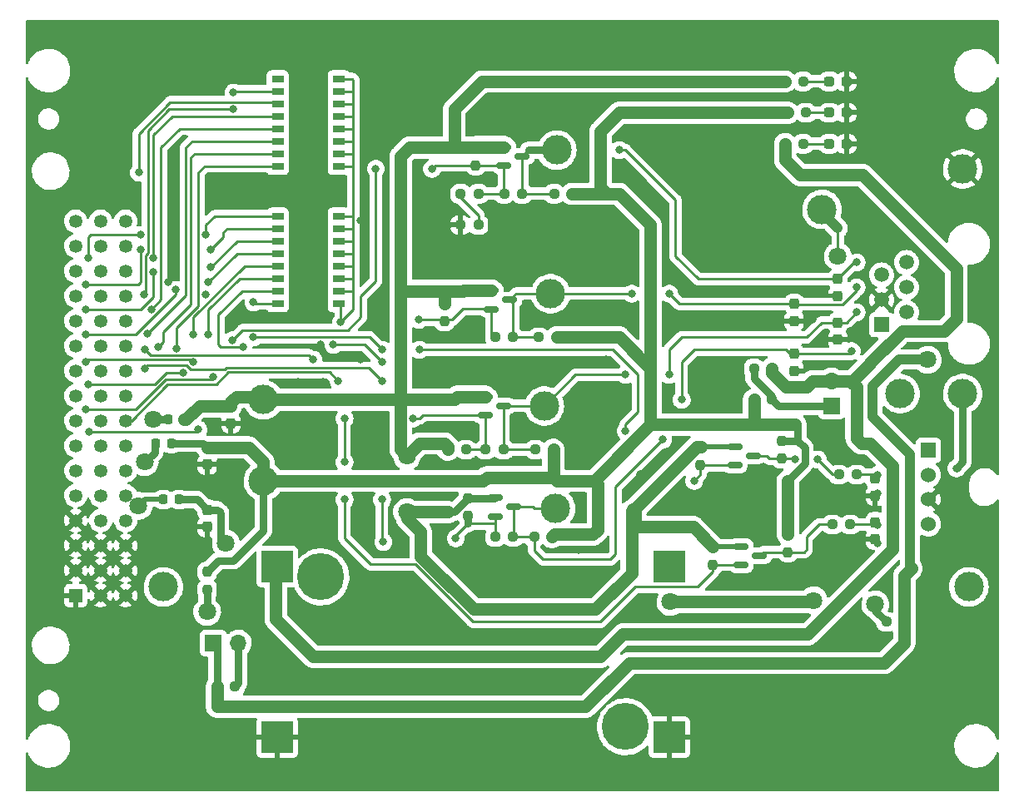
<source format=gbr>
%TF.GenerationSoftware,KiCad,Pcbnew,(6.0.6)*%
%TF.CreationDate,2022-11-29T14:39:03-05:00*%
%TF.ProjectId,PolyVent_SPI_Controller,506f6c79-5665-46e7-945f-5350495f436f,0.1*%
%TF.SameCoordinates,Original*%
%TF.FileFunction,Copper,L1,Top*%
%TF.FilePolarity,Positive*%
%FSLAX46Y46*%
G04 Gerber Fmt 4.6, Leading zero omitted, Abs format (unit mm)*
G04 Created by KiCad (PCBNEW (6.0.6)) date 2022-11-29 14:39:03*
%MOMM*%
%LPD*%
G01*
G04 APERTURE LIST*
G04 Aperture macros list*
%AMRoundRect*
0 Rectangle with rounded corners*
0 $1 Rounding radius*
0 $2 $3 $4 $5 $6 $7 $8 $9 X,Y pos of 4 corners*
0 Add a 4 corners polygon primitive as box body*
4,1,4,$2,$3,$4,$5,$6,$7,$8,$9,$2,$3,0*
0 Add four circle primitives for the rounded corners*
1,1,$1+$1,$2,$3*
1,1,$1+$1,$4,$5*
1,1,$1+$1,$6,$7*
1,1,$1+$1,$8,$9*
0 Add four rect primitives between the rounded corners*
20,1,$1+$1,$2,$3,$4,$5,0*
20,1,$1+$1,$4,$5,$6,$7,0*
20,1,$1+$1,$6,$7,$8,$9,0*
20,1,$1+$1,$8,$9,$2,$3,0*%
G04 Aperture macros list end*
%TA.AperFunction,SMDPad,CuDef*%
%ADD10RoundRect,0.237500X-0.237500X0.250000X-0.237500X-0.250000X0.237500X-0.250000X0.237500X0.250000X0*%
%TD*%
%TA.AperFunction,SMDPad,CuDef*%
%ADD11RoundRect,0.218750X-0.218750X-0.256250X0.218750X-0.256250X0.218750X0.256250X-0.218750X0.256250X0*%
%TD*%
%TA.AperFunction,ComponentPad*%
%ADD12C,3.000000*%
%TD*%
%TA.AperFunction,SMDPad,CuDef*%
%ADD13RoundRect,0.237500X0.250000X0.237500X-0.250000X0.237500X-0.250000X-0.237500X0.250000X-0.237500X0*%
%TD*%
%TA.AperFunction,SMDPad,CuDef*%
%ADD14RoundRect,0.237500X0.287500X0.237500X-0.287500X0.237500X-0.287500X-0.237500X0.287500X-0.237500X0*%
%TD*%
%TA.AperFunction,SMDPad,CuDef*%
%ADD15RoundRect,0.237500X-0.250000X-0.237500X0.250000X-0.237500X0.250000X0.237500X-0.250000X0.237500X0*%
%TD*%
%TA.AperFunction,SMDPad,CuDef*%
%ADD16RoundRect,0.237500X-0.237500X0.300000X-0.237500X-0.300000X0.237500X-0.300000X0.237500X0.300000X0*%
%TD*%
%TA.AperFunction,SMDPad,CuDef*%
%ADD17RoundRect,0.150000X-0.587500X-0.150000X0.587500X-0.150000X0.587500X0.150000X-0.587500X0.150000X0*%
%TD*%
%TA.AperFunction,SMDPad,CuDef*%
%ADD18R,1.250000X0.760000*%
%TD*%
%TA.AperFunction,ComponentPad*%
%ADD19R,1.524000X1.524000*%
%TD*%
%TA.AperFunction,ComponentPad*%
%ADD20C,1.524000*%
%TD*%
%TA.AperFunction,ComponentPad*%
%ADD21R,1.700000X1.700000*%
%TD*%
%TA.AperFunction,ComponentPad*%
%ADD22O,1.700000X1.700000*%
%TD*%
%TA.AperFunction,ComponentPad*%
%ADD23R,1.520000X1.520000*%
%TD*%
%TA.AperFunction,ComponentPad*%
%ADD24C,1.520000*%
%TD*%
%TA.AperFunction,WasherPad*%
%ADD25C,4.775200*%
%TD*%
%TA.AperFunction,ComponentPad*%
%ADD26R,3.175000X3.175000*%
%TD*%
%TA.AperFunction,ComponentPad*%
%ADD27R,1.350000X1.350000*%
%TD*%
%TA.AperFunction,ComponentPad*%
%ADD28C,1.350000*%
%TD*%
%TA.AperFunction,SMDPad,CuDef*%
%ADD29RoundRect,0.237500X0.237500X-0.250000X0.237500X0.250000X-0.237500X0.250000X-0.237500X-0.250000X0*%
%TD*%
%TA.AperFunction,ViaPad*%
%ADD30C,0.800000*%
%TD*%
%TA.AperFunction,ViaPad*%
%ADD31C,1.800000*%
%TD*%
%TA.AperFunction,Conductor*%
%ADD32C,0.250000*%
%TD*%
%TA.AperFunction,Conductor*%
%ADD33C,0.762000*%
%TD*%
%TA.AperFunction,Conductor*%
%ADD34C,1.250000*%
%TD*%
%TA.AperFunction,Conductor*%
%ADD35C,0.750000*%
%TD*%
%TA.AperFunction,Conductor*%
%ADD36C,0.508000*%
%TD*%
%TA.AperFunction,Conductor*%
%ADD37C,0.254000*%
%TD*%
%TA.AperFunction,Conductor*%
%ADD38C,1.016000*%
%TD*%
%TA.AperFunction,Conductor*%
%ADD39C,1.000000*%
%TD*%
%TA.AperFunction,Conductor*%
%ADD40C,0.500000*%
%TD*%
%TA.AperFunction,Conductor*%
%ADD41C,1.270000*%
%TD*%
G04 APERTURE END LIST*
D10*
%TO.P,R113,1*%
%TO.N,+3.3V*%
X144780000Y-78462500D03*
%TO.P,R113,2*%
%TO.N,/MISO*%
X144780000Y-80287500D03*
%TD*%
D11*
%TO.P,F103,1*%
%TO.N,/24V{slash}12V*%
X113030000Y-114300000D03*
%TO.P,F103,2*%
%TO.N,+12V*%
X114605000Y-114300000D03*
%TD*%
D12*
%TO.P,TP101,1,1*%
%TO.N,/ControllerVcc*%
X180000000Y-84772500D03*
%TD*%
D13*
%TO.P,R107,1*%
%TO.N,/nCS*%
X148590000Y-118110000D03*
%TO.P,R107,2*%
%TO.N,Net-(Q101-Pad2)*%
X146765000Y-118110000D03*
%TD*%
%TO.P,R205,1*%
%TO.N,/I2C_Level_Shifter/SCL_5V*%
X183538500Y-111760000D03*
%TO.P,R205,2*%
%TO.N,Net-(Q201-Pad3)*%
X181713500Y-111760000D03*
%TD*%
D12*
%TO.P,TP103,1,1*%
%TO.N,/C_SCK*%
X152400000Y-93345000D03*
%TD*%
D14*
%TO.P,D101,1,K*%
%TO.N,GND*%
X182485000Y-78105000D03*
%TO.P,D101,2,A*%
%TO.N,Net-(D101-Pad2)*%
X180735000Y-78105000D03*
%TD*%
D15*
%TO.P,R102,1*%
%TO.N,/ControllerVcc*%
X118467500Y-133350000D03*
%TO.P,R102,2*%
%TO.N,+12V*%
X120292500Y-133350000D03*
%TD*%
%TO.P,R111,1*%
%TO.N,Net-(R111-Pad1)*%
X143232500Y-83185000D03*
%TO.P,R111,2*%
%TO.N,/MISO*%
X145057500Y-83185000D03*
%TD*%
D13*
%TO.P,R105,1*%
%TO.N,/COPI*%
X147597500Y-109220000D03*
%TO.P,R105,2*%
%TO.N,/MOSI*%
X145772500Y-109220000D03*
%TD*%
%TO.P,R117,1*%
%TO.N,Net-(D101-Pad2)*%
X178077500Y-78105000D03*
%TO.P,R117,2*%
%TO.N,+12V*%
X176252500Y-78105000D03*
%TD*%
D12*
%TO.P,TP106,1,1*%
%TO.N,+3.3V*%
X123190000Y-104140000D03*
%TD*%
D16*
%TO.P,C202,1*%
%TO.N,/I2C_Level_Shifter/SDA_5V*%
X185420000Y-116612500D03*
%TO.P,C202,2*%
%TO.N,GND*%
X185420000Y-118337500D03*
%TD*%
D13*
%TO.P,R108,1*%
%TO.N,+5V*%
X154582500Y-83185000D03*
%TO.P,R108,2*%
%TO.N,/CIPO*%
X152757500Y-83185000D03*
%TD*%
D12*
%TO.P,TP203,1,1*%
%TO.N,/I2C_Level_Shifter/SDA_5V*%
X194945000Y-123190000D03*
%TD*%
D13*
%TO.P,R103,1*%
%TO.N,/CIPO*%
X149502500Y-83185000D03*
%TO.P,R103,2*%
%TO.N,/MISO*%
X147677500Y-83185000D03*
%TD*%
D17*
%TO.P,Q102,1,G*%
%TO.N,+3.3V*%
X147652500Y-78425000D03*
%TO.P,Q102,2,S*%
%TO.N,/MISO*%
X147652500Y-80325000D03*
%TO.P,Q102,3,D*%
%TO.N,/CIPO*%
X149527500Y-79375000D03*
%TD*%
D10*
%TO.P,R204,1*%
%TO.N,+5V*%
X176530000Y-117832500D03*
%TO.P,R204,2*%
%TO.N,Net-(Q202-Pad3)*%
X176530000Y-119657500D03*
%TD*%
D12*
%TO.P,TP104,1,1*%
%TO.N,/COPI*%
X151765000Y-104775000D03*
%TD*%
D18*
%TO.P,SW101,1*%
%TO.N,Net-(Q101-Pad2)*%
X130860800Y-94361000D03*
%TO.P,SW101,2*%
X130860800Y-93091000D03*
%TO.P,SW101,3*%
X130860800Y-91821000D03*
%TO.P,SW101,4*%
X130860800Y-90551000D03*
%TO.P,SW101,5*%
X130860800Y-89281000D03*
%TO.P,SW101,6*%
X130860800Y-88011000D03*
%TO.P,SW101,7*%
X130860800Y-86741000D03*
%TO.P,SW101,8*%
X130860800Y-85471000D03*
%TO.P,SW101,9*%
%TO.N,/CS_7*%
X124663200Y-85471000D03*
%TO.P,SW101,10*%
%TO.N,/CS_6*%
X124663200Y-86741000D03*
%TO.P,SW101,11*%
%TO.N,/CS_5*%
X124663200Y-88011000D03*
%TO.P,SW101,12*%
%TO.N,/CS_4*%
X124663200Y-89281000D03*
%TO.P,SW101,13*%
%TO.N,/CS_3*%
X124663200Y-90551000D03*
%TO.P,SW101,14*%
%TO.N,/CS_2*%
X124663200Y-91821000D03*
%TO.P,SW101,15*%
%TO.N,/CS_1*%
X124663200Y-93091000D03*
%TO.P,SW101,16*%
%TO.N,/CS_8*%
X124663200Y-94361000D03*
%TD*%
%TO.P,SW102,1*%
%TO.N,Net-(Q101-Pad2)*%
X130860800Y-80391000D03*
%TO.P,SW102,2*%
X130860800Y-79121000D03*
%TO.P,SW102,3*%
X130860800Y-77851000D03*
%TO.P,SW102,4*%
X130860800Y-76581000D03*
%TO.P,SW102,5*%
X130860800Y-75311000D03*
%TO.P,SW102,6*%
X130860800Y-74041000D03*
%TO.P,SW102,7*%
X130860800Y-72771000D03*
%TO.P,SW102,8*%
X130860800Y-71501000D03*
%TO.P,SW102,9*%
%TO.N,unconnected-(SW102-Pad9)*%
X124663200Y-71501000D03*
%TO.P,SW102,10*%
%TO.N,/CS_15*%
X124663200Y-72771000D03*
%TO.P,SW102,11*%
%TO.N,/CS_14*%
X124663200Y-74041000D03*
%TO.P,SW102,12*%
%TO.N,/CS_13*%
X124663200Y-75311000D03*
%TO.P,SW102,13*%
%TO.N,/CS_12*%
X124663200Y-76581000D03*
%TO.P,SW102,14*%
%TO.N,/CS_11*%
X124663200Y-77851000D03*
%TO.P,SW102,15*%
%TO.N,/CS_10*%
X124663200Y-79121000D03*
%TO.P,SW102,16*%
%TO.N,/CS_9*%
X124663200Y-80391000D03*
%TD*%
D11*
%TO.P,F102,1*%
%TO.N,/5V*%
X112242500Y-108585000D03*
%TO.P,F102,2*%
%TO.N,+5V*%
X113817500Y-108585000D03*
%TD*%
D13*
%TO.P,R119,1*%
%TO.N,Net-(D103-Pad2)*%
X178077500Y-71755000D03*
%TO.P,R119,2*%
%TO.N,+3.3V*%
X176252500Y-71755000D03*
%TD*%
D12*
%TO.P,TP105,1,1*%
%TO.N,/nCS*%
X152908000Y-115189000D03*
%TD*%
D11*
%TO.P,F101,1*%
%TO.N,/3.3V*%
X113512500Y-106172000D03*
%TO.P,F101,2*%
%TO.N,+3.3V*%
X115087500Y-106172000D03*
%TD*%
D19*
%TO.P,J201,1*%
%TO.N,/I2C_Level_Shifter/I2C_VCC*%
X190825000Y-109280000D03*
D20*
%TO.P,J201,2*%
%TO.N,/I2C_Level_Shifter/SCL_5V*%
X190825000Y-111780000D03*
%TO.P,J201,3*%
%TO.N,GND*%
X190825000Y-114280000D03*
%TO.P,J201,4*%
%TO.N,/I2C_Level_Shifter/SDA_5V*%
X190825000Y-116780000D03*
%TD*%
D21*
%TO.P,J103,1*%
%TO.N,/ControllerVcc*%
X118110000Y-128905000D03*
D22*
%TO.P,J103,2*%
%TO.N,+12V*%
X120650000Y-128905000D03*
%TD*%
D15*
%TO.P,R114,1*%
%TO.N,GND*%
X143232500Y-86360000D03*
%TO.P,R114,2*%
%TO.N,Net-(R111-Pad1)*%
X145057500Y-86360000D03*
%TD*%
D10*
%TO.P,R201,1*%
%TO.N,+3.3V*%
X167640000Y-108942500D03*
%TO.P,R201,2*%
%TO.N,/SCL*%
X167640000Y-110767500D03*
%TD*%
%TO.P,R203,1*%
%TO.N,+5V*%
X175895000Y-108307500D03*
%TO.P,R203,2*%
%TO.N,Net-(Q201-Pad3)*%
X175895000Y-110132500D03*
%TD*%
D12*
%TO.P,TP108,1,1*%
%TO.N,GND*%
X194310000Y-80645000D03*
%TD*%
D13*
%TO.P,R118,1*%
%TO.N,Net-(D102-Pad2)*%
X178355000Y-74930000D03*
%TO.P,R118,2*%
%TO.N,+5V*%
X176530000Y-74930000D03*
%TD*%
%TO.P,R104,1*%
%TO.N,/C_SCK*%
X148590000Y-97790000D03*
%TO.P,R104,2*%
%TO.N,/SCK*%
X146765000Y-97790000D03*
%TD*%
D23*
%TO.P,J102,1*%
%TO.N,/nCS*%
X186055000Y-96520000D03*
D24*
%TO.P,J102,2*%
%TO.N,/COPI*%
X188595000Y-95250000D03*
%TO.P,J102,3*%
%TO.N,GND*%
X186055000Y-93980000D03*
%TO.P,J102,4*%
%TO.N,/C_SCK*%
X188595000Y-92710000D03*
%TO.P,J102,5*%
%TO.N,/ControllerVcc*%
X186055000Y-91440000D03*
%TO.P,J102,6*%
%TO.N,/CIPO*%
X188595000Y-90170000D03*
%TD*%
D25*
%TO.P,U101,*%
%TO.N,*%
X160020000Y-137414000D03*
X129032000Y-122174000D03*
D26*
%TO.P,U101,1,+IN*%
%TO.N,+12V*%
X124587000Y-121107200D03*
%TO.P,U101,2,-IN*%
%TO.N,GND*%
X124587000Y-138480800D03*
%TO.P,U101,3,+OUT*%
%TO.N,Net-(R120-Pad2)*%
X164465000Y-121107200D03*
%TO.P,U101,4,-OUT*%
%TO.N,GND*%
X164465000Y-138480800D03*
%TD*%
D12*
%TO.P,TP201,1,1*%
%TO.N,/I2C_Level_Shifter/SCL_5V*%
X194310000Y-103505000D03*
%TD*%
D17*
%TO.P,Q104,1,G*%
%TO.N,+3.3V*%
X145747500Y-103825000D03*
%TO.P,Q104,2,S*%
%TO.N,/MOSI*%
X145747500Y-105725000D03*
%TO.P,Q104,3,D*%
%TO.N,/COPI*%
X147622500Y-104775000D03*
%TD*%
D12*
%TO.P,TP109,1,1*%
%TO.N,+12V*%
X113030000Y-123190000D03*
%TD*%
D13*
%TO.P,R106,1*%
%TO.N,+5V*%
X152550500Y-118110000D03*
%TO.P,R106,2*%
%TO.N,/nCS*%
X150725500Y-118110000D03*
%TD*%
D16*
%TO.P,C201,1*%
%TO.N,/I2C_Level_Shifter/SCL_5V*%
X185420000Y-112167500D03*
%TO.P,C201,2*%
%TO.N,GND*%
X185420000Y-113892500D03*
%TD*%
%TO.P,C106,1*%
%TO.N,+5V*%
X117475000Y-108992500D03*
%TO.P,C106,2*%
%TO.N,GND*%
X117475000Y-110717500D03*
%TD*%
D17*
%TO.P,Q103,1,G*%
%TO.N,+3.3V*%
X146382500Y-93030000D03*
%TO.P,Q103,2,S*%
%TO.N,/SCK*%
X146382500Y-94930000D03*
%TO.P,Q103,3,D*%
%TO.N,/C_SCK*%
X148257500Y-93980000D03*
%TD*%
D12*
%TO.P,TP202,1,1*%
%TO.N,/I2C_Level_Shifter/I2C_VCC*%
X187960000Y-103505000D03*
%TD*%
D16*
%TO.P,C103,1*%
%TO.N,/COPI*%
X181610000Y-96292500D03*
%TO.P,C103,2*%
%TO.N,GND*%
X181610000Y-98017500D03*
%TD*%
D13*
%TO.P,R120,1*%
%TO.N,/ControllerVcc*%
X188364500Y-126746000D03*
%TO.P,R120,2*%
%TO.N,Net-(R120-Pad2)*%
X186539500Y-126746000D03*
%TD*%
%TO.P,R207,1*%
%TO.N,/I2C_Level_Shifter/I2C_VCC*%
X174902500Y-104140000D03*
%TO.P,R207,2*%
%TO.N,+5V*%
X173077500Y-104140000D03*
%TD*%
D15*
%TO.P,R208,1*%
%TO.N,/I2C_Level_Shifter/I2C_VCC*%
X173077500Y-100965000D03*
%TO.P,R208,2*%
%TO.N,+12V*%
X174902500Y-100965000D03*
%TD*%
D10*
%TO.P,R202,1*%
%TO.N,+3.3V*%
X168910000Y-119102500D03*
%TO.P,R202,2*%
%TO.N,/SDA*%
X168910000Y-120927500D03*
%TD*%
D21*
%TO.P,J202,1*%
%TO.N,/I2C_Level_Shifter/I2C_VCC*%
X180975000Y-104780000D03*
D22*
%TO.P,J202,2*%
%TO.N,+12V*%
X180975000Y-102240000D03*
%TD*%
D16*
%TO.P,C104,1*%
%TO.N,/nCS*%
X177165000Y-99467500D03*
%TO.P,C104,2*%
%TO.N,GND*%
X177165000Y-101192500D03*
%TD*%
D27*
%TO.P,J1,1,1*%
%TO.N,GND*%
X104101113Y-124053600D03*
D28*
%TO.P,J1,2,2*%
X104101113Y-121513600D03*
%TO.P,J1,3,3*%
X104101113Y-118973600D03*
%TO.P,J1,4,4*%
X104101113Y-116433600D03*
%TO.P,J1,5,5*%
%TO.N,/24V{slash}12V*%
X104101113Y-113893600D03*
%TO.P,J1,6,6*%
X104101113Y-111353600D03*
%TO.P,J1,7,7*%
%TO.N,/3.3V*%
X104101113Y-108813600D03*
%TO.P,J1,8,8*%
%TO.N,/CS_1*%
X104101113Y-106273600D03*
%TO.P,J1,9,9*%
%TO.N,/CS_2*%
X104101113Y-103733600D03*
%TO.P,J1,10,10*%
%TO.N,/CS_3*%
X104101113Y-101193600D03*
%TO.P,J1,11,11*%
%TO.N,/CS_4*%
X104101113Y-98653600D03*
%TO.P,J1,12,12*%
%TO.N,/CS_5*%
X104101113Y-96113600D03*
%TO.P,J1,13,13*%
%TO.N,/CS_6*%
X104101113Y-93573600D03*
%TO.P,J1,14,14*%
%TO.N,/CS_7*%
X104101113Y-91033600D03*
%TO.P,J1,15,15*%
%TO.N,/USB1_D-*%
X104101113Y-88493600D03*
%TO.P,J1,16,16*%
%TO.N,/USB1_D+*%
X104101113Y-85953600D03*
%TO.P,J1,17,17*%
%TO.N,GND*%
X106641113Y-124053600D03*
%TO.P,J1,18,18*%
X106641113Y-121513600D03*
%TO.P,J1,19,19*%
X106641113Y-118973600D03*
%TO.P,J1,20,20*%
%TO.N,/24V{slash}12V*%
X106641113Y-116433600D03*
%TO.P,J1,21,21*%
X106641113Y-113893600D03*
%TO.P,J1,22,22*%
X106641113Y-111353600D03*
%TO.P,J1,23,23*%
%TO.N,/3.3V*%
X106641113Y-108813600D03*
%TO.P,J1,24,24*%
%TO.N,/CS_8*%
X106641113Y-106273600D03*
%TO.P,J1,25,25*%
%TO.N,/CS_9*%
X106641113Y-103733600D03*
%TO.P,J1,26,26*%
%TO.N,/CS_10*%
X106641113Y-101193600D03*
%TO.P,J1,27,27*%
%TO.N,/CS_11*%
X106641113Y-98653600D03*
%TO.P,J1,28,28*%
%TO.N,/CS_12*%
X106641113Y-96113600D03*
%TO.P,J1,29,29*%
%TO.N,/CS_13*%
X106641113Y-93573600D03*
%TO.P,J1,30,30*%
%TO.N,/CS_14*%
X106641113Y-91033600D03*
%TO.P,J1,31,31*%
%TO.N,/USB2_D-*%
X106641113Y-88493600D03*
%TO.P,J1,32,32*%
%TO.N,/USB2_D+*%
X106641113Y-85953600D03*
%TO.P,J1,33,33*%
%TO.N,GND*%
X109181113Y-124053600D03*
%TO.P,J1,34,34*%
X109181113Y-121513600D03*
%TO.P,J1,35,35*%
X109181113Y-118973600D03*
%TO.P,J1,36,36*%
%TO.N,/24V{slash}12V*%
X109181113Y-116433600D03*
%TO.P,J1,37,37*%
X109181113Y-113893600D03*
%TO.P,J1,38,38*%
%TO.N,/5V*%
X109181113Y-111353600D03*
%TO.P,J1,39,39*%
X109181113Y-108813600D03*
%TO.P,J1,40,40*%
%TO.N,/SCK*%
X109181113Y-106273600D03*
%TO.P,J1,41,41*%
%TO.N,/MISO*%
X109181113Y-103733600D03*
%TO.P,J1,42,42*%
%TO.N,/MOSI*%
X109181113Y-101193600D03*
%TO.P,J1,43,43*%
%TO.N,/SDA*%
X109181113Y-98653600D03*
%TO.P,J1,44,44*%
%TO.N,/SCL*%
X109181113Y-96113600D03*
%TO.P,J1,45,45*%
%TO.N,/CS_15*%
X109181113Y-93573600D03*
%TO.P,J1,46,46*%
%TO.N,/USB3_D-*%
X109181113Y-91033600D03*
%TO.P,J1,47,47*%
%TO.N,/USB3_D+*%
X109181113Y-88493600D03*
%TO.P,J1,48,48*%
%TO.N,/RESET*%
X109181113Y-85953600D03*
%TD*%
D16*
%TO.P,C105,1*%
%TO.N,+3.3V*%
X119888000Y-104801500D03*
%TO.P,C105,2*%
%TO.N,GND*%
X119888000Y-106526500D03*
%TD*%
%TO.P,C107,1*%
%TO.N,+12V*%
X117475000Y-115342500D03*
%TO.P,C107,2*%
%TO.N,GND*%
X117475000Y-117067500D03*
%TD*%
D10*
%TO.P,R112,1*%
%TO.N,+3.3V*%
X144018000Y-114149500D03*
%TO.P,R112,2*%
%TO.N,Net-(Q101-Pad2)*%
X144018000Y-115974500D03*
%TD*%
D15*
%TO.P,R116,1*%
%TO.N,+3.3V*%
X141962500Y-109220000D03*
%TO.P,R116,2*%
%TO.N,/MOSI*%
X143787500Y-109220000D03*
%TD*%
D16*
%TO.P,C101,1*%
%TO.N,/CIPO*%
X181610000Y-91847500D03*
%TO.P,C101,2*%
%TO.N,GND*%
X181610000Y-93572500D03*
%TD*%
D17*
%TO.P,Q202,1,G*%
%TO.N,+3.3V*%
X171782500Y-119065000D03*
%TO.P,Q202,2,S*%
%TO.N,/SDA*%
X171782500Y-120965000D03*
%TO.P,Q202,3,D*%
%TO.N,Net-(Q202-Pad3)*%
X173657500Y-120015000D03*
%TD*%
D13*
%TO.P,R109,1*%
%TO.N,+5V*%
X153035000Y-97790000D03*
%TO.P,R109,2*%
%TO.N,/C_SCK*%
X151210000Y-97790000D03*
%TD*%
D12*
%TO.P,TP107,1,1*%
%TO.N,+5V*%
X123190000Y-112395000D03*
%TD*%
D13*
%TO.P,R206,1*%
%TO.N,/I2C_Level_Shifter/SDA_5V*%
X182880000Y-116840000D03*
%TO.P,R206,2*%
%TO.N,Net-(Q202-Pad3)*%
X181055000Y-116840000D03*
%TD*%
D29*
%TO.P,R101,1*%
%TO.N,/ControllerVcc*%
X117475000Y-123467500D03*
%TO.P,R101,2*%
%TO.N,+5V*%
X117475000Y-121642500D03*
%TD*%
D14*
%TO.P,D102,1,K*%
%TO.N,GND*%
X182485000Y-74930000D03*
%TO.P,D102,2,A*%
%TO.N,Net-(D102-Pad2)*%
X180735000Y-74930000D03*
%TD*%
D17*
%TO.P,Q201,1,G*%
%TO.N,+3.3V*%
X171147500Y-108905000D03*
%TO.P,Q201,2,S*%
%TO.N,/SCL*%
X171147500Y-110805000D03*
%TO.P,Q201,3,D*%
%TO.N,Net-(Q201-Pad3)*%
X173022500Y-109855000D03*
%TD*%
%TO.P,Q101,1,G*%
%TO.N,+3.3V*%
X146765500Y-114112000D03*
%TO.P,Q101,2,S*%
%TO.N,Net-(Q101-Pad2)*%
X146765500Y-116012000D03*
%TO.P,Q101,3,D*%
%TO.N,/nCS*%
X148640500Y-115062000D03*
%TD*%
D14*
%TO.P,D103,1,K*%
%TO.N,GND*%
X182485000Y-71755000D03*
%TO.P,D103,2,A*%
%TO.N,Net-(D103-Pad2)*%
X180735000Y-71755000D03*
%TD*%
D10*
%TO.P,R115,1*%
%TO.N,+3.3V*%
X141605000Y-94337500D03*
%TO.P,R115,2*%
%TO.N,/SCK*%
X141605000Y-96162500D03*
%TD*%
D13*
%TO.P,R110,1*%
%TO.N,+5V*%
X152677500Y-109220000D03*
%TO.P,R110,2*%
%TO.N,/COPI*%
X150852500Y-109220000D03*
%TD*%
D12*
%TO.P,TP102,1,1*%
%TO.N,/CIPO*%
X153035000Y-78740000D03*
%TD*%
D16*
%TO.P,C102,1*%
%TO.N,/C_SCK*%
X177165000Y-94387500D03*
%TO.P,C102,2*%
%TO.N,GND*%
X177165000Y-96112500D03*
%TD*%
D30*
%TO.N,GND*%
X119380000Y-122936000D03*
X126238000Y-124460000D03*
X105405146Y-82507346D03*
X126746000Y-102362000D03*
X134366000Y-95250000D03*
X180000000Y-98000000D03*
X135259299Y-97159299D03*
X140970000Y-83185000D03*
X140970000Y-85725000D03*
X118110000Y-107315000D03*
X138176000Y-128524000D03*
X135255000Y-110490000D03*
X142155432Y-113927500D03*
X175260000Y-95885000D03*
X133085758Y-100075405D03*
X133058500Y-85932333D03*
X161535983Y-111740553D03*
X160782000Y-133096000D03*
X180000000Y-93000000D03*
X185632499Y-118720108D03*
X139000000Y-102235000D03*
X139000000Y-101000000D03*
X183642000Y-127000000D03*
X190544516Y-121805182D03*
X179000000Y-96000000D03*
X173965665Y-112989993D03*
X178966684Y-100710656D03*
X150000000Y-96000000D03*
X143479122Y-121646255D03*
X126492000Y-117094000D03*
X117475000Y-112395000D03*
X140716000Y-117102500D03*
X185632499Y-113665000D03*
X123952000Y-132461000D03*
X117475000Y-118745000D03*
X186436000Y-123190000D03*
X180340000Y-122682000D03*
X141097000Y-133477000D03*
X139959781Y-106952717D03*
X157948401Y-107938395D03*
X140208000Y-76200000D03*
X158000000Y-100000000D03*
X134000000Y-116000000D03*
X113538000Y-92202000D03*
X138176000Y-122428000D03*
X181991000Y-109220000D03*
X140970000Y-137160000D03*
X151130000Y-81280000D03*
X161000000Y-96000000D03*
X184000000Y-115000000D03*
X156464000Y-132080000D03*
X121991367Y-95999999D03*
X162938395Y-115561500D03*
X190881000Y-95250000D03*
X121666000Y-106934000D03*
X136398000Y-117094000D03*
X122682000Y-126238000D03*
X144949775Y-96972729D03*
X115570000Y-116840000D03*
X117343701Y-93467701D03*
X155259358Y-119433358D03*
X145034000Y-76200000D03*
X130175000Y-107950000D03*
X129032000Y-98552000D03*
X139934631Y-110117500D03*
X170815000Y-102235000D03*
X156000000Y-110000000D03*
X132715000Y-107315000D03*
X114046000Y-84328000D03*
X182880000Y-97155000D03*
X133350000Y-110490000D03*
X165354000Y-108712000D03*
X135255000Y-106045000D03*
X155671143Y-116323500D03*
X129286000Y-102362000D03*
X183443358Y-119443358D03*
X155956000Y-128524000D03*
%TO.N,/CIPO*%
X159385000Y-78740000D03*
X183515000Y-90170000D03*
%TO.N,/C_SCK*%
X183515000Y-92710000D03*
X160655000Y-93345000D03*
X164465000Y-93345000D03*
%TO.N,/COPI*%
X183515000Y-95250000D03*
X160020000Y-101600000D03*
X164465000Y-101600000D03*
%TO.N,/nCS*%
X163830000Y-108204000D03*
X183019388Y-99186888D03*
X165735000Y-104140000D03*
D31*
%TO.N,+3.3V*%
X137795000Y-109855000D03*
X137795000Y-115570000D03*
%TO.N,+12V*%
X119380000Y-118745000D03*
D30*
%TO.N,/I2C_Level_Shifter/SCL_5V*%
X185664084Y-111793504D03*
X193675000Y-111125000D03*
%TO.N,/I2C_Level_Shifter/SDA_5V*%
X185665500Y-116846386D03*
D31*
%TO.N,/ControllerVcc*%
X181610000Y-89535000D03*
X117475000Y-125730000D03*
X190754000Y-100076000D03*
D30*
%TO.N,Net-(Q101-Pad2)*%
X142748000Y-118237000D03*
X131064000Y-96266000D03*
X135382000Y-118618000D03*
X135255000Y-100330000D03*
X130302000Y-98552000D03*
X135255000Y-114300000D03*
%TO.N,/MISO*%
X140335000Y-80645000D03*
X120061667Y-98081500D03*
X134620000Y-80645000D03*
%TO.N,/SCK*%
X130810000Y-102235000D03*
X139000000Y-96000000D03*
%TO.N,/MOSI*%
X111125000Y-100965000D03*
X138430000Y-106045000D03*
X135255000Y-102235000D03*
%TO.N,/SCL*%
X139065000Y-99060000D03*
X135255000Y-99060000D03*
X167005000Y-112395000D03*
X160020000Y-107315000D03*
X122174000Y-97790000D03*
%TO.N,Net-(Q201-Pad3)*%
X177292000Y-110236002D03*
X179578000Y-110236000D03*
%TO.N,/CS_15*%
X111035500Y-93472000D03*
X120142000Y-72898000D03*
X120142000Y-74586500D03*
%TO.N,/CS_11*%
X111383299Y-97413299D03*
%TO.N,/CS_12*%
X111776154Y-94971248D03*
%TO.N,/CS_13*%
X112021411Y-89668275D03*
%TO.N,/CS_14*%
X110527500Y-81019921D03*
D31*
%TO.N,/3.3V*%
X112014000Y-106172000D03*
%TO.N,/5V*%
X111125000Y-110490000D03*
%TO.N,/24V{slash}12V*%
X110490000Y-114935000D03*
D30*
%TO.N,/CS_1*%
X121158000Y-98806000D03*
X118110000Y-101854000D03*
X105156000Y-105156000D03*
%TO.N,/CS_2*%
X115062000Y-101383500D03*
X105410000Y-102616000D03*
X117602000Y-97536000D03*
%TO.N,/CS_3*%
X116078000Y-100330000D03*
X105156000Y-100330000D03*
X116078000Y-97536000D03*
%TO.N,/CS_4*%
X114300000Y-92964000D03*
X117602000Y-92202000D03*
X105156000Y-97536000D03*
%TO.N,/CS_5*%
X117856000Y-90678000D03*
X112014000Y-91186000D03*
X105156000Y-94996000D03*
%TO.N,/CS_6*%
X110744000Y-88900000D03*
X117856000Y-88900000D03*
X105156000Y-92456000D03*
%TO.N,/CS_7*%
X110744000Y-87376000D03*
X105410000Y-89724713D03*
X117348000Y-87376000D03*
%TO.N,/CS_8*%
X122174000Y-94234000D03*
X116586000Y-107188000D03*
X105472713Y-107442000D03*
%TO.N,/CS_9*%
X114357091Y-98901999D03*
%TO.N,/CS_10*%
X112522000Y-98806000D03*
D31*
%TO.N,Net-(R120-Pad2)*%
X179157158Y-124547158D03*
X164592000Y-124714000D03*
X185420000Y-124968000D03*
D30*
%TO.N,/SDA*%
X131445000Y-114300000D03*
X111125000Y-99060000D03*
X131445000Y-110490000D03*
X131445000Y-106045000D03*
X128270000Y-100076000D03*
%TD*%
D32*
%TO.N,/CIPO*%
X165100000Y-89535000D02*
X165100000Y-83820000D01*
D33*
X150162489Y-78740000D02*
X153035000Y-78740000D01*
D32*
X165100000Y-83820000D02*
X160020000Y-78740000D01*
X149527500Y-79375000D02*
X150162500Y-78740000D01*
X181610000Y-91847500D02*
X183287500Y-90170000D01*
X167412500Y-91847500D02*
X165100000Y-89535000D01*
X149527500Y-79375000D02*
X149527500Y-83160000D01*
X183287500Y-90170000D02*
X183515000Y-90170000D01*
X149527500Y-83160000D02*
X149502500Y-83185000D01*
X160020000Y-78740000D02*
X159385000Y-78740000D01*
X181610000Y-91847500D02*
X167412500Y-91847500D01*
X149502500Y-83185000D02*
X152757500Y-83185000D01*
%TO.N,/C_SCK*%
X165507500Y-94387500D02*
X164465000Y-93345000D01*
X148257500Y-93980000D02*
X148892500Y-93345000D01*
X148590000Y-97790000D02*
X151210000Y-97790000D01*
X177165000Y-94387500D02*
X165507500Y-94387500D01*
X148590000Y-97790000D02*
X148590000Y-94312500D01*
X152400000Y-93345000D02*
X160655000Y-93345000D01*
X182080495Y-94435000D02*
X177212500Y-94435000D01*
X148892500Y-93345000D02*
X152400000Y-93345000D01*
X148590000Y-94312500D02*
X148257500Y-93980000D01*
X183515000Y-93000495D02*
X182080495Y-94435000D01*
X183515000Y-92710000D02*
X183515000Y-93000495D01*
X177212500Y-94435000D02*
X177165000Y-94387500D01*
%TO.N,/COPI*%
X147622500Y-104775000D02*
X151765000Y-104775000D01*
X178435000Y-97790000D02*
X165735000Y-97790000D01*
X165735000Y-97790000D02*
X164465000Y-99060000D01*
X182472500Y-96292500D02*
X183515000Y-95250000D01*
X164465000Y-99060000D02*
X164465000Y-101600000D01*
X147622500Y-104775000D02*
X147622500Y-109195000D01*
X147597500Y-109220000D02*
X150852500Y-109220000D01*
X181610000Y-96292500D02*
X179932500Y-96292500D01*
X179932500Y-96292500D02*
X178435000Y-97790000D01*
X154940000Y-101600000D02*
X160020000Y-101600000D01*
X151765000Y-104775000D02*
X154940000Y-101600000D01*
X181610000Y-96292500D02*
X182472500Y-96292500D01*
X147622500Y-109195000D02*
X147597500Y-109220000D01*
%TO.N,/nCS*%
X148640500Y-118059500D02*
X148590000Y-118110000D01*
X176757500Y-99467500D02*
X177165000Y-99467500D01*
X151638000Y-120396000D02*
X158496000Y-120396000D01*
X177165000Y-99467500D02*
X182738776Y-99467500D01*
X150725500Y-119483500D02*
X151638000Y-120396000D01*
X167005000Y-99060000D02*
X176350000Y-99060000D01*
X150622000Y-115062000D02*
X148640500Y-115062000D01*
X148590000Y-118110000D02*
X150725500Y-118110000D01*
X148640500Y-115062000D02*
X148640500Y-118059500D01*
X150725500Y-118110000D02*
X150725500Y-119483500D01*
X152908000Y-115189000D02*
X150749000Y-115189000D01*
X159004000Y-113030000D02*
X163830000Y-108204000D01*
X150749000Y-115189000D02*
X150622000Y-115062000D01*
X159004000Y-119888000D02*
X159004000Y-113030000D01*
X176350000Y-99060000D02*
X176757500Y-99467500D01*
X182738776Y-99467500D02*
X183019388Y-99186888D01*
X165735000Y-100330000D02*
X167005000Y-99060000D01*
X158496000Y-120396000D02*
X159004000Y-119888000D01*
X165735000Y-104140000D02*
X165735000Y-100330000D01*
D34*
%TO.N,+3.3V*%
X139183500Y-120060703D02*
X139183500Y-117593500D01*
D35*
X144018000Y-114149500D02*
X142597500Y-115570000D01*
D34*
X141605000Y-93345000D02*
X141882500Y-93067500D01*
X141962500Y-108942500D02*
X141605000Y-108585000D01*
X167677500Y-108905000D02*
X167640000Y-108942500D01*
X141605000Y-108585000D02*
X139065000Y-108585000D01*
X141986000Y-115570000D02*
X137795000Y-115570000D01*
X160782000Y-115316000D02*
X160655000Y-115443000D01*
X143510000Y-93067500D02*
X141882500Y-93067500D01*
X119888000Y-104801500D02*
X119888000Y-104394000D01*
X146382500Y-93030000D02*
X143547500Y-93030000D01*
X120429500Y-103852500D02*
X122902500Y-103852500D01*
X139065000Y-108585000D02*
X137795000Y-109855000D01*
X138072500Y-78462500D02*
X137160000Y-79375000D01*
X122902500Y-103852500D02*
X123190000Y-104140000D01*
X137437500Y-93067500D02*
X137160000Y-93345000D01*
D35*
X144018000Y-114149500D02*
X146728000Y-114149500D01*
D34*
X144817500Y-78425000D02*
X144780000Y-78462500D01*
D35*
X142597500Y-115570000D02*
X141986000Y-115570000D01*
D34*
X139183500Y-117593500D02*
X137795000Y-116205000D01*
X147652500Y-78425000D02*
X144817500Y-78425000D01*
X161012500Y-115220783D02*
X161012500Y-117094000D01*
D36*
X171744996Y-119102505D02*
X168910000Y-119102505D01*
D34*
X141962500Y-109220000D02*
X141962500Y-108942500D01*
X137160000Y-109220000D02*
X137795000Y-109855000D01*
X137160000Y-93345000D02*
X137160000Y-104140000D01*
X144780000Y-78462500D02*
X142597500Y-78462500D01*
X123190000Y-104140000D02*
X137160000Y-104140000D01*
X141882500Y-93067500D02*
X137437500Y-93067500D01*
X137160000Y-79375000D02*
X137160000Y-93345000D01*
X141605000Y-94337500D02*
X141605000Y-93345000D01*
X166901500Y-117094000D02*
X168910000Y-119102500D01*
X115316000Y-106172000D02*
X116686500Y-104801500D01*
X142912500Y-103825000D02*
X142875000Y-103862500D01*
X137795000Y-116205000D02*
X137795000Y-115570000D01*
X145747500Y-103825000D02*
X142912500Y-103825000D01*
X145415000Y-71755000D02*
X142597500Y-74572500D01*
X167640000Y-108942500D02*
X167290783Y-108942500D01*
X167290783Y-108942500D02*
X161012500Y-115220783D01*
X156972000Y-125476000D02*
X144598797Y-125476000D01*
X119888000Y-104394000D02*
X120429500Y-103852500D01*
X142597500Y-74572500D02*
X142597500Y-78462500D01*
X176252500Y-71755000D02*
X145415000Y-71755000D01*
X161012500Y-117094000D02*
X166901500Y-117094000D01*
X142597500Y-78462500D02*
X138072500Y-78462500D01*
D37*
X171782500Y-119065000D02*
X171745000Y-119102500D01*
D34*
X142597500Y-104140000D02*
X142875000Y-103862500D01*
X144598797Y-125476000D02*
X139183500Y-120060703D01*
X143547500Y-93030000D02*
X143510000Y-93067500D01*
X116686500Y-104801500D02*
X119888000Y-104801500D01*
X115087500Y-106172000D02*
X115316000Y-106172000D01*
D36*
X171147511Y-108904989D02*
X167677490Y-108904989D01*
D34*
X137160000Y-104140000D02*
X142597500Y-104140000D01*
X137160000Y-104140000D02*
X137160000Y-109220000D01*
X160655000Y-121793000D02*
X156972000Y-125476000D01*
X160655000Y-115443000D02*
X160655000Y-121793000D01*
D35*
%TO.N,+5V*%
X177522500Y-108307500D02*
X177522500Y-106910500D01*
X176530000Y-112268000D02*
X176638154Y-112268000D01*
D34*
X152677500Y-109220000D02*
X152677500Y-112037500D01*
X123190000Y-112395000D02*
X145542000Y-112395000D01*
X152804500Y-117856000D02*
X152550500Y-118110000D01*
X176530000Y-117832500D02*
X176530000Y-112395000D01*
D35*
X176638154Y-112268000D02*
X178266500Y-110639654D01*
D34*
X154582500Y-83185000D02*
X158115000Y-83185000D01*
D35*
X113942500Y-108585000D02*
X117067500Y-108585000D01*
D34*
X157480000Y-82550000D02*
X158115000Y-83185000D01*
X156845000Y-112395000D02*
X162560000Y-106680000D01*
X159385000Y-97790000D02*
X162560000Y-100965000D01*
X152677500Y-112037500D02*
X153035000Y-112395000D01*
D35*
X118590000Y-120527500D02*
X120118336Y-120527500D01*
D34*
X153035000Y-112395000D02*
X156845000Y-112395000D01*
X176530000Y-74930000D02*
X159385000Y-74930000D01*
X158115000Y-83185000D02*
X159385000Y-83185000D01*
D35*
X123190000Y-117455836D02*
X123190000Y-112395000D01*
D34*
X159385000Y-74930000D02*
X157480000Y-76835000D01*
D35*
X117475000Y-121642500D02*
X118590000Y-120527500D01*
X175895000Y-108307500D02*
X177522500Y-108307500D01*
D34*
X173077500Y-104140000D02*
X173077500Y-106402500D01*
X173355000Y-106680000D02*
X177292000Y-106680000D01*
X162560000Y-106680000D02*
X173355000Y-106680000D01*
X156718000Y-117856000D02*
X152804500Y-117856000D01*
X156845000Y-112395000D02*
X157208035Y-112758035D01*
X173077500Y-106402500D02*
X173355000Y-106680000D01*
D35*
X120118336Y-120527500D02*
X123190000Y-117455836D01*
X178266500Y-110639654D02*
X178266500Y-109051500D01*
D34*
X162560000Y-100965000D02*
X162560000Y-106680000D01*
X152677500Y-112037500D02*
X145899500Y-112037500D01*
D35*
X117067500Y-108585000D02*
X117475000Y-108992500D01*
D34*
X123190000Y-110490000D02*
X121692500Y-108992500D01*
D35*
X178266500Y-109051500D02*
X177522500Y-108307500D01*
X177522500Y-106910500D02*
X177292000Y-106680000D01*
D34*
X123190000Y-112395000D02*
X123190000Y-110490000D01*
X157480000Y-76835000D02*
X157480000Y-82550000D01*
X159385000Y-83185000D02*
X162560000Y-86360000D01*
X157208035Y-112758035D02*
X157208035Y-117365965D01*
X145899500Y-112037500D02*
X145542000Y-112395000D01*
X153035000Y-97790000D02*
X159385000Y-97790000D01*
X157208035Y-117365965D02*
X156718000Y-117856000D01*
X121692500Y-108992500D02*
X117475000Y-108992500D01*
X162560000Y-86360000D02*
X162560000Y-100965000D01*
D35*
%TO.N,+12V*%
X114577500Y-114300000D02*
X116432500Y-114300000D01*
X116432500Y-114300000D02*
X117475000Y-115342500D01*
D34*
X178562706Y-128016000D02*
X159766000Y-128016000D01*
X182885000Y-102240000D02*
X183515000Y-102870000D01*
X192405000Y-97155000D02*
X188142017Y-97155000D01*
X128270000Y-130302000D02*
X124460000Y-126492000D01*
X184912000Y-100457000D02*
X183129000Y-102240000D01*
X176252500Y-78105000D02*
X176252500Y-79732500D01*
X124460000Y-126492000D02*
X124460000Y-121234200D01*
X183515000Y-108077000D02*
X184023000Y-108585000D01*
X176366820Y-102870000D02*
X178435000Y-102870000D01*
X157480000Y-130302000D02*
X128270000Y-130302000D01*
X183515000Y-102870000D02*
X183515000Y-108077000D01*
X174902500Y-100965000D02*
X174902500Y-101405680D01*
D35*
X117475000Y-115342500D02*
X118517500Y-115342500D01*
X120650000Y-128905000D02*
X120650000Y-132992500D01*
D34*
X179065000Y-102240000D02*
X180975000Y-102240000D01*
D35*
X118833000Y-115658000D02*
X118833000Y-118198000D01*
D34*
X193675000Y-90805000D02*
X193675000Y-95885000D01*
D35*
X118833000Y-118198000D02*
X119380000Y-118745000D01*
X120650000Y-132992500D02*
X120292500Y-133350000D01*
D34*
X182885000Y-102240000D02*
X180975000Y-102240000D01*
X183129000Y-102240000D02*
X182885000Y-102240000D01*
X187198000Y-119380706D02*
X178562706Y-128016000D01*
X159766000Y-128016000D02*
X157480000Y-130302000D01*
X174902500Y-101405680D02*
X176366820Y-102870000D01*
X124460000Y-121234200D02*
X124587000Y-121107200D01*
X184150000Y-81280000D02*
X193675000Y-90805000D01*
X188142017Y-97155000D02*
X184912000Y-100385017D01*
X193675000Y-95885000D02*
X192405000Y-97155000D01*
X187198000Y-110871000D02*
X187198000Y-119380706D01*
X178435000Y-102870000D02*
X179065000Y-102240000D01*
D35*
X118517500Y-115342500D02*
X118745000Y-115570000D01*
D34*
X176252500Y-79732500D02*
X177800000Y-81280000D01*
X177800000Y-81280000D02*
X184150000Y-81280000D01*
X184912000Y-100385017D02*
X184912000Y-100457000D01*
D35*
X118745000Y-115570000D02*
X118833000Y-115658000D01*
D34*
X184912000Y-108585000D02*
X187198000Y-110871000D01*
X184023000Y-108585000D02*
X184912000Y-108585000D01*
D32*
%TO.N,/I2C_Level_Shifter/SCL_5V*%
X183538500Y-111760000D02*
X185012500Y-111760000D01*
D35*
X194310000Y-103505000D02*
X194310000Y-110490000D01*
D32*
X185664084Y-111923416D02*
X185664084Y-111793504D01*
X185012500Y-111760000D02*
X185420000Y-112167500D01*
X185420000Y-112167500D02*
X185664084Y-111923416D01*
D35*
X194310000Y-110490000D02*
X193675000Y-111125000D01*
D32*
%TO.N,/I2C_Level_Shifter/SDA_5V*%
X185431614Y-116612500D02*
X185665500Y-116846386D01*
X182880000Y-116840000D02*
X185192500Y-116840000D01*
X185420000Y-116612500D02*
X185431614Y-116612500D01*
X185192500Y-116840000D02*
X185420000Y-116612500D01*
D34*
%TO.N,/ControllerVcc*%
X188849000Y-121539000D02*
X189103000Y-121285000D01*
D38*
X185166000Y-102740838D02*
X187830838Y-100076000D01*
X185166000Y-105918000D02*
X185166000Y-102740838D01*
D34*
X118491000Y-135382000D02*
X118467500Y-135358500D01*
D38*
X187830838Y-100076000D02*
X190754000Y-100076000D01*
D39*
X181610000Y-86677500D02*
X179705000Y-84772500D01*
D38*
X188976000Y-121158000D02*
X188976000Y-109728000D01*
D34*
X188364500Y-128881500D02*
X186309000Y-130937000D01*
D35*
X117475000Y-123467500D02*
X117475000Y-125730000D01*
X118467500Y-133350000D02*
X118467500Y-129262500D01*
D34*
X188364500Y-126746000D02*
X188364500Y-128881500D01*
X118467500Y-135358500D02*
X118467500Y-133350000D01*
X188364500Y-122023500D02*
X188849000Y-121539000D01*
X186309000Y-130937000D02*
X160401000Y-130937000D01*
X155956000Y-135382000D02*
X118491000Y-135382000D01*
D38*
X189103000Y-121285000D02*
X188976000Y-121158000D01*
D34*
X188364500Y-126746000D02*
X188364500Y-122023500D01*
X160401000Y-130937000D02*
X155956000Y-135382000D01*
D32*
X181610000Y-89535000D02*
X181610000Y-86677500D01*
D35*
X118467500Y-129262500D02*
X118110000Y-128905000D01*
D38*
X188976000Y-109728000D02*
X185166000Y-105918000D01*
D32*
%TO.N,Net-(Q101-Pad2)*%
X132334000Y-93218000D02*
X132334000Y-94996000D01*
X132207000Y-75311000D02*
X132334000Y-75438000D01*
X135382000Y-118618000D02*
X135255000Y-118491000D01*
X132334000Y-85344000D02*
X132334000Y-86868000D01*
X132334000Y-91948000D02*
X132334000Y-93218000D01*
X130860800Y-80391000D02*
X132207000Y-80391000D01*
X130860800Y-85471000D02*
X132207000Y-85471000D01*
D35*
X144018000Y-115974500D02*
X144018000Y-116736500D01*
D32*
X130860800Y-79121000D02*
X132207000Y-79121000D01*
X146765500Y-116699000D02*
X146765500Y-116012000D01*
X130860800Y-77851000D02*
X132207000Y-77851000D01*
X146728000Y-116736500D02*
X146765500Y-116699000D01*
X146765500Y-116774000D02*
X146765500Y-118109500D01*
X130860800Y-86741000D02*
X132207000Y-86741000D01*
X132334000Y-87884000D02*
X132334000Y-89408000D01*
X132207000Y-88011000D02*
X132334000Y-87884000D01*
X132334000Y-77724000D02*
X132334000Y-79248000D01*
X135255000Y-118491000D02*
X135255000Y-114300000D01*
X130860800Y-72771000D02*
X132207000Y-72771000D01*
X132334000Y-74168000D02*
X132334000Y-75438000D01*
X132207000Y-72771000D02*
X132334000Y-72644000D01*
X130860800Y-74041000D02*
X132207000Y-74041000D01*
X132207000Y-74041000D02*
X132334000Y-74168000D01*
X132334000Y-94996000D02*
X131064000Y-96266000D01*
X142748000Y-118006500D02*
X144018000Y-116736500D01*
X146765500Y-118109500D02*
X146765000Y-118110000D01*
X132334000Y-89408000D02*
X132334000Y-90678000D01*
X133477000Y-98552000D02*
X130302000Y-98552000D01*
X142748000Y-118237000D02*
X142748000Y-118006500D01*
X132334000Y-80264000D02*
X132334000Y-85344000D01*
X132334000Y-79248000D02*
X132334000Y-80264000D01*
X132334000Y-75438000D02*
X132334000Y-76454000D01*
X130860800Y-91821000D02*
X132207000Y-91821000D01*
X132207000Y-85471000D02*
X132334000Y-85344000D01*
X132334000Y-86868000D02*
X132334000Y-87884000D01*
X132334000Y-72644000D02*
X132334000Y-74168000D01*
X132207000Y-80391000D02*
X132334000Y-80264000D01*
X132207000Y-86741000D02*
X132334000Y-86868000D01*
X132207000Y-93091000D02*
X132334000Y-93218000D01*
X135255000Y-100330000D02*
X133477000Y-98552000D01*
X132207000Y-76581000D02*
X132334000Y-76454000D01*
X132334000Y-90678000D02*
X132334000Y-91948000D01*
X132207000Y-71501000D02*
X132334000Y-71628000D01*
X130860800Y-90551000D02*
X132207000Y-90551000D01*
X144018000Y-116736500D02*
X146728000Y-116736500D01*
X132207000Y-89281000D02*
X132334000Y-89408000D01*
X130860800Y-93091000D02*
X132207000Y-93091000D01*
X130860800Y-88011000D02*
X132207000Y-88011000D01*
X130860800Y-71501000D02*
X132207000Y-71501000D01*
X132207000Y-79121000D02*
X132334000Y-79248000D01*
X131064000Y-96266000D02*
X131064000Y-94564200D01*
X132207000Y-77851000D02*
X132334000Y-77724000D01*
X130860800Y-89281000D02*
X132207000Y-89281000D01*
X132207000Y-91821000D02*
X132334000Y-91948000D01*
X132334000Y-76454000D02*
X132334000Y-77724000D01*
X130860800Y-76581000D02*
X132207000Y-76581000D01*
X130860800Y-75311000D02*
X132207000Y-75311000D01*
X131064000Y-94564200D02*
X130860800Y-94361000D01*
X132207000Y-90551000D02*
X132334000Y-90678000D01*
X132334000Y-71628000D02*
X132334000Y-72644000D01*
%TO.N,/MISO*%
X131788500Y-97065500D02*
X121077667Y-97065500D01*
X147652500Y-83160000D02*
X147677500Y-83185000D01*
X134620000Y-92075000D02*
X133096000Y-93599000D01*
X133096000Y-93599000D02*
X133096000Y-95758000D01*
X147677500Y-83185000D02*
X145057500Y-83185000D01*
X140692500Y-80287500D02*
X140335000Y-80645000D01*
X147652500Y-80325000D02*
X147652500Y-83160000D01*
X144780000Y-80287500D02*
X147615000Y-80287500D01*
X134620000Y-80645000D02*
X134620000Y-92075000D01*
X147615000Y-80287500D02*
X147652500Y-80325000D01*
X144780000Y-80287500D02*
X140692500Y-80287500D01*
X121077667Y-97065500D02*
X120061667Y-98081500D01*
X133096000Y-95758000D02*
X131788500Y-97065500D01*
%TO.N,/SCK*%
X146382500Y-97407500D02*
X146765000Y-97790000D01*
X129921000Y-101346000D02*
X130810000Y-102235000D01*
X142402500Y-96000000D02*
X139000000Y-96000000D01*
X143510000Y-94892500D02*
X146345000Y-94892500D01*
X109181100Y-106273600D02*
X109754090Y-106273600D01*
X118410098Y-102578500D02*
X119642598Y-101346000D01*
X146382500Y-94930000D02*
X146382500Y-97407500D01*
X146345000Y-94892500D02*
X146382500Y-94930000D01*
X109754090Y-106273600D02*
X113449190Y-102578500D01*
X119642598Y-101346000D02*
X129921000Y-101346000D01*
X143510000Y-94892500D02*
X142402500Y-96000000D01*
X113449190Y-102578500D02*
X118410098Y-102578500D01*
%TO.N,/MOSI*%
X133916499Y-100896499D02*
X135255000Y-102235000D01*
X115362098Y-100659000D02*
X115757598Y-101054500D01*
X139422500Y-105687500D02*
X139065000Y-106045000D01*
X119456409Y-100896499D02*
X133916499Y-100896499D01*
X119298408Y-101054500D02*
X119456409Y-100896499D01*
X145710000Y-105687500D02*
X145747500Y-105725000D01*
X142875000Y-105687500D02*
X145710000Y-105687500D01*
X115757598Y-101054500D02*
X119298408Y-101054500D01*
X145747500Y-105725000D02*
X145772500Y-105750000D01*
X145772500Y-105750000D02*
X145772500Y-109220000D01*
X111125000Y-100965000D02*
X111431000Y-100659000D01*
X142875000Y-105687500D02*
X139422500Y-105687500D01*
X111431000Y-100659000D02*
X115362098Y-100659000D01*
X139065000Y-106045000D02*
X138430000Y-106045000D01*
X143787500Y-109220000D02*
X145772500Y-109220000D01*
%TO.N,/SCL*%
X133985000Y-97790000D02*
X122174000Y-97790000D01*
X161290000Y-105410000D02*
X160020000Y-106680000D01*
X158750000Y-99060000D02*
X161290000Y-101600000D01*
X139065000Y-99060000D02*
X158750000Y-99060000D01*
D37*
X171147500Y-110805000D02*
X167677500Y-110805000D01*
D32*
X135255000Y-99060000D02*
X133985000Y-97790000D01*
D37*
X167640000Y-110767500D02*
X167640000Y-111760000D01*
D32*
X160020000Y-106680000D02*
X160020000Y-107315000D01*
D37*
X167677500Y-110805000D02*
X167640000Y-110767500D01*
X167640000Y-111760000D02*
X167005000Y-112395000D01*
D32*
X161290000Y-101600000D02*
X161290000Y-105410000D01*
%TO.N,Net-(Q201-Pad3)*%
X179578000Y-110236000D02*
X181102000Y-111760000D01*
X174648500Y-110132500D02*
X174371000Y-109855000D01*
X174371000Y-109855000D02*
X173022500Y-109855000D01*
X181102000Y-111760000D02*
X181713500Y-111760000D01*
X175895000Y-110132500D02*
X177188498Y-110132500D01*
X175895000Y-110132500D02*
X174648500Y-110132500D01*
X177188498Y-110132500D02*
X177292000Y-110236002D01*
%TO.N,Net-(Q202-Pad3)*%
X181055000Y-116840000D02*
X179705000Y-116840000D01*
X176530000Y-119657500D02*
X174015000Y-119657500D01*
X174015000Y-119657500D02*
X173657500Y-120015000D01*
X178435000Y-118110000D02*
X178435000Y-119380000D01*
X179705000Y-116840000D02*
X178435000Y-118110000D01*
X178157500Y-119657500D02*
X176530000Y-119657500D01*
X178435000Y-119380000D02*
X178157500Y-119657500D01*
%TO.N,/CS_15*%
X120269000Y-72771000D02*
X124663200Y-72771000D01*
X111468500Y-76745500D02*
X111468500Y-89200098D01*
X120142000Y-72898000D02*
X120269000Y-72771000D01*
X111252000Y-89416598D02*
X111252000Y-93255500D01*
X113627500Y-74586500D02*
X111468500Y-76745500D01*
X120142000Y-74586500D02*
X113627500Y-74586500D01*
X111252000Y-93255500D02*
X111035500Y-93472000D01*
X111468500Y-89200098D02*
X111252000Y-89416598D01*
%TO.N,/CS_11*%
X115316000Y-93480598D02*
X111383299Y-97413299D01*
X115951000Y-77851000D02*
X115316000Y-78486000D01*
X115316000Y-78486000D02*
X115316000Y-93480598D01*
X124663200Y-77851000D02*
X115951000Y-77851000D01*
%TO.N,/CS_12*%
X112776000Y-78486000D02*
X112776000Y-93971402D01*
X114681000Y-76581000D02*
X112776000Y-78486000D01*
X124663200Y-76581000D02*
X114681000Y-76581000D01*
X112776000Y-93971402D02*
X111776154Y-94971248D01*
%TO.N,/CS_13*%
X112014000Y-89660864D02*
X112021411Y-89668275D01*
X124663200Y-75311000D02*
X113919000Y-75311000D01*
X112014000Y-77216000D02*
X112014000Y-89660864D01*
X113919000Y-75311000D02*
X112014000Y-77216000D01*
%TO.N,/CS_14*%
X124484200Y-73862000D02*
X113716310Y-73862000D01*
X110527500Y-77050810D02*
X110527500Y-81019921D01*
X113716310Y-73862000D02*
X110527500Y-77050810D01*
X124663200Y-74041000D02*
X124484200Y-73862000D01*
D33*
%TO.N,/3.3V*%
X113512500Y-106172000D02*
X112014000Y-106172000D01*
%TO.N,/5V*%
X112117505Y-109497495D02*
X111125000Y-110490000D01*
X112117505Y-108585000D02*
X112117505Y-109497495D01*
D40*
%TO.N,/24V{slash}12V*%
X111125000Y-114300000D02*
X110490000Y-114935000D01*
X112752500Y-114300000D02*
X111125000Y-114300000D01*
D32*
%TO.N,/CS_1*%
X105156000Y-105156000D02*
X110236000Y-105156000D01*
X117856000Y-102108000D02*
X118110000Y-101854000D01*
X110236000Y-105156000D02*
X113284000Y-102108000D01*
X118618000Y-98552000D02*
X118618000Y-95504000D01*
X121031000Y-93091000D02*
X124663200Y-93091000D01*
X118872000Y-98806000D02*
X118618000Y-98552000D01*
X113284000Y-102108000D02*
X117856000Y-102108000D01*
X118618000Y-95504000D02*
X121031000Y-93091000D01*
X121158000Y-98806000D02*
X118872000Y-98806000D01*
%TO.N,/CS_2*%
X112140310Y-102616000D02*
X113372810Y-101383500D01*
X120777000Y-91821000D02*
X124663200Y-91821000D01*
X117602000Y-97536000D02*
X117602000Y-94996000D01*
X117602000Y-94996000D02*
X120777000Y-91821000D01*
X113372810Y-101383500D02*
X115062000Y-101383500D01*
X105410000Y-102616000D02*
X112140310Y-102616000D01*
%TO.N,/CS_3*%
X105156000Y-100330000D02*
X105410000Y-100076000D01*
X115824000Y-100076000D02*
X116078000Y-100330000D01*
X121285000Y-90551000D02*
X124663200Y-90551000D01*
X116078000Y-95758000D02*
X121285000Y-90551000D01*
X108712000Y-100076000D02*
X115824000Y-100076000D01*
X116078000Y-97536000D02*
X116078000Y-95758000D01*
X105410000Y-100076000D02*
X108712000Y-100076000D01*
%TO.N,/CS_4*%
X117602000Y-92202000D02*
X120523000Y-89281000D01*
X110236000Y-97536000D02*
X114300000Y-93472000D01*
X105156000Y-97536000D02*
X110236000Y-97536000D01*
X114300000Y-93472000D02*
X114300000Y-92964000D01*
X120523000Y-89281000D02*
X124663200Y-89281000D01*
%TO.N,/CS_5*%
X120523000Y-88011000D02*
X124663200Y-88011000D01*
X112014000Y-93708804D02*
X112014000Y-91186000D01*
X117856000Y-90678000D02*
X120523000Y-88011000D01*
X110726804Y-94996000D02*
X112014000Y-93708804D01*
X105156000Y-94996000D02*
X110726804Y-94996000D01*
%TO.N,/CS_6*%
X110744000Y-92202000D02*
X110744000Y-88900000D01*
X119126000Y-87122000D02*
X119507000Y-86741000D01*
X105156000Y-92456000D02*
X110490000Y-92456000D01*
X119126000Y-87630000D02*
X119126000Y-87122000D01*
X119507000Y-86741000D02*
X124663200Y-86741000D01*
X110490000Y-92456000D02*
X110744000Y-92202000D01*
X117856000Y-88900000D02*
X119126000Y-87630000D01*
%TO.N,/CS_7*%
X117348000Y-87376000D02*
X117348000Y-86360000D01*
X106680000Y-87376000D02*
X110744000Y-87376000D01*
X105664000Y-87376000D02*
X106680000Y-87376000D01*
X117348000Y-86360000D02*
X118237000Y-85471000D01*
X105410000Y-89724713D02*
X105410000Y-87630000D01*
X118237000Y-85471000D02*
X124663200Y-85471000D01*
X105410000Y-87630000D02*
X105664000Y-87376000D01*
%TO.N,/CS_8*%
X116332000Y-107442000D02*
X116586000Y-107188000D01*
X122301000Y-94361000D02*
X124663200Y-94361000D01*
X105472713Y-107442000D02*
X116332000Y-107442000D01*
X122174000Y-94234000D02*
X122301000Y-94361000D01*
%TO.N,/CS_9*%
X116586000Y-81026000D02*
X116586000Y-94614310D01*
X114357091Y-96843219D02*
X114357091Y-98901999D01*
X117221000Y-80391000D02*
X116586000Y-81026000D01*
X124663200Y-80391000D02*
X117221000Y-80391000D01*
X116586000Y-94614310D02*
X114357091Y-96843219D01*
%TO.N,/CS_10*%
X113030000Y-97282000D02*
X115824000Y-94488000D01*
X112522000Y-98806000D02*
X113030000Y-98298000D01*
X115824000Y-79502000D02*
X116205000Y-79121000D01*
X115824000Y-94488000D02*
X115824000Y-79502000D01*
X116205000Y-79121000D02*
X124663200Y-79121000D01*
X113030000Y-98298000D02*
X113030000Y-97282000D01*
%TO.N,Net-(D101-Pad2)*%
X180735000Y-78105000D02*
X178077500Y-78105000D01*
%TO.N,Net-(D102-Pad2)*%
X180735000Y-74930000D02*
X178355000Y-74930000D01*
%TO.N,Net-(D103-Pad2)*%
X180735000Y-71755000D02*
X178077500Y-71755000D01*
D33*
%TO.N,/I2C_Level_Shifter/I2C_VCC*%
X173077505Y-100965000D02*
X173077505Y-101957505D01*
X175542499Y-104780004D02*
X174902495Y-104140000D01*
X173077505Y-101957505D02*
X174902495Y-103782495D01*
X180975000Y-104780004D02*
X175542499Y-104780004D01*
D32*
X174902500Y-103782500D02*
X174902500Y-104140000D01*
%TO.N,Net-(R111-Pad1)*%
X145057500Y-85367500D02*
X145057500Y-86360000D01*
X143232500Y-83542500D02*
X145057500Y-85367500D01*
X143232500Y-83185000D02*
X143232500Y-83542500D01*
D33*
%TO.N,Net-(R120-Pad2)*%
X185420000Y-124968000D02*
X185420000Y-125626495D01*
D41*
X178990316Y-124714000D02*
X179157158Y-124547158D01*
D33*
X185420000Y-125626495D02*
X186539505Y-126746000D01*
D41*
X164592000Y-124714000D02*
X178990316Y-124714000D01*
D32*
%TO.N,/SDA*%
X171745000Y-120927500D02*
X171782500Y-120965000D01*
X167386000Y-123190000D02*
X168910000Y-121666000D01*
X131445000Y-114300000D02*
X131445000Y-118237000D01*
X111691499Y-99626499D02*
X115756903Y-99626499D01*
X138684000Y-120904000D02*
X144526000Y-126746000D01*
X161036000Y-123190000D02*
X167386000Y-123190000D01*
X127799500Y-99605500D02*
X128270000Y-100076000D01*
X115777902Y-99605500D02*
X127799500Y-99605500D01*
X115756903Y-99626499D02*
X115777902Y-99605500D01*
X111125000Y-99060000D02*
X111691499Y-99626499D01*
X168910000Y-120927500D02*
X171745000Y-120927500D01*
X157480000Y-126746000D02*
X161036000Y-123190000D01*
X131445000Y-106045000D02*
X131445000Y-110490000D01*
X134112000Y-120904000D02*
X138684000Y-120904000D01*
X131445000Y-118237000D02*
X134112000Y-120904000D01*
X168910000Y-121666000D02*
X168910000Y-120927500D01*
X144526000Y-126746000D02*
X157480000Y-126746000D01*
%TD*%
%TA.AperFunction,Conductor*%
%TO.N,GND*%
G36*
X197934721Y-65532102D02*
G01*
X197981214Y-65585758D01*
X197992600Y-65638100D01*
X197992600Y-69876928D01*
X197972598Y-69945049D01*
X197918942Y-69991542D01*
X197848668Y-70001646D01*
X197784088Y-69972152D01*
X197748350Y-69920436D01*
X197716094Y-69832767D01*
X197683181Y-69743312D01*
X197546349Y-69483787D01*
X197376395Y-69244639D01*
X197176306Y-69030069D01*
X196949596Y-68843848D01*
X196700249Y-68689246D01*
X196696432Y-68687530D01*
X196696429Y-68687529D01*
X196622391Y-68654255D01*
X196432644Y-68568980D01*
X196344694Y-68542761D01*
X196155482Y-68486353D01*
X196155474Y-68486351D01*
X196151485Y-68485162D01*
X196147369Y-68484510D01*
X196147364Y-68484509D01*
X195865178Y-68439816D01*
X195865173Y-68439816D01*
X195861710Y-68439267D01*
X195812614Y-68437037D01*
X195771368Y-68435164D01*
X195771349Y-68435164D01*
X195769949Y-68435100D01*
X195586680Y-68435100D01*
X195368358Y-68449601D01*
X195080759Y-68507591D01*
X194803356Y-68603108D01*
X194799614Y-68604982D01*
X194799609Y-68604984D01*
X194544767Y-68732600D01*
X194541023Y-68734475D01*
X194298368Y-68899383D01*
X194079655Y-69094935D01*
X193888727Y-69317695D01*
X193886453Y-69321197D01*
X193780866Y-69483787D01*
X193728937Y-69563750D01*
X193603093Y-69828777D01*
X193601814Y-69832760D01*
X193601813Y-69832763D01*
X193566923Y-69941433D01*
X193513406Y-70108120D01*
X193461451Y-70396870D01*
X193461262Y-70401042D01*
X193448958Y-70671990D01*
X193448142Y-70689955D01*
X193448505Y-70694103D01*
X193448505Y-70694107D01*
X193456905Y-70790115D01*
X193473713Y-70982225D01*
X193474623Y-70986297D01*
X193474624Y-70986302D01*
X193532107Y-71243465D01*
X193537713Y-71268547D01*
X193639019Y-71543888D01*
X193640966Y-71547581D01*
X193640967Y-71547583D01*
X193718642Y-71694907D01*
X193775851Y-71803413D01*
X193945805Y-72042561D01*
X194145894Y-72257131D01*
X194372604Y-72443352D01*
X194621951Y-72597954D01*
X194625768Y-72599670D01*
X194625771Y-72599671D01*
X194699809Y-72632945D01*
X194889556Y-72718220D01*
X194940895Y-72733525D01*
X195166718Y-72800847D01*
X195166726Y-72800849D01*
X195170715Y-72802038D01*
X195174831Y-72802690D01*
X195174836Y-72802691D01*
X195457022Y-72847384D01*
X195457027Y-72847384D01*
X195460490Y-72847933D01*
X195509586Y-72850163D01*
X195550832Y-72852036D01*
X195550851Y-72852036D01*
X195552251Y-72852100D01*
X195735520Y-72852100D01*
X195953842Y-72837599D01*
X196241441Y-72779609D01*
X196461677Y-72703776D01*
X196514880Y-72685457D01*
X196514881Y-72685456D01*
X196518844Y-72684092D01*
X196522586Y-72682218D01*
X196522591Y-72682216D01*
X196777433Y-72554600D01*
X196777435Y-72554599D01*
X196781177Y-72552725D01*
X196934707Y-72448386D01*
X197020373Y-72390168D01*
X197020376Y-72390166D01*
X197023832Y-72387817D01*
X197242545Y-72192265D01*
X197433473Y-71969505D01*
X197539119Y-71806825D01*
X197590984Y-71726960D01*
X197590987Y-71726955D01*
X197593263Y-71723450D01*
X197719107Y-71458423D01*
X197746632Y-71372693D01*
X197786500Y-71313947D01*
X197851800Y-71286082D01*
X197921799Y-71297944D01*
X197974272Y-71345767D01*
X197992600Y-71411210D01*
X197992600Y-111655514D01*
X197972598Y-111723635D01*
X197918942Y-111770128D01*
X197848668Y-111780232D01*
X197784088Y-111750738D01*
X197759983Y-111722661D01*
X197752900Y-111711413D01*
X197590240Y-111526912D01*
X197400174Y-111370790D01*
X197269830Y-111294928D01*
X197191960Y-111249606D01*
X197191958Y-111249605D01*
X197187592Y-111247064D01*
X197140698Y-111229063D01*
X196962692Y-111160733D01*
X196962689Y-111160732D01*
X196957963Y-111158918D01*
X196717195Y-111108619D01*
X196712146Y-111108390D01*
X196712140Y-111108389D01*
X196600021Y-111103298D01*
X196471483Y-111097461D01*
X196466463Y-111098042D01*
X196466459Y-111098042D01*
X196232174Y-111125150D01*
X196232170Y-111125151D01*
X196227147Y-111125732D01*
X196222282Y-111127109D01*
X196222280Y-111127109D01*
X196099603Y-111161823D01*
X195990474Y-111192703D01*
X195985895Y-111194838D01*
X195985893Y-111194839D01*
X195901951Y-111233982D01*
X195767553Y-111296653D01*
X195763377Y-111299491D01*
X195763370Y-111299495D01*
X195568307Y-111432060D01*
X195568303Y-111432063D01*
X195564120Y-111434906D01*
X195385407Y-111603906D01*
X195382329Y-111607932D01*
X195382328Y-111607933D01*
X195316281Y-111694320D01*
X195236014Y-111799305D01*
X195119782Y-112016076D01*
X195039704Y-112248641D01*
X195038843Y-112253624D01*
X195038842Y-112253629D01*
X195018802Y-112369648D01*
X194997838Y-112491017D01*
X194997658Y-112494974D01*
X194997658Y-112494977D01*
X194996655Y-112517072D01*
X194996500Y-112520483D01*
X194996500Y-113491809D01*
X194996702Y-113494317D01*
X194996702Y-113494322D01*
X195010122Y-113661114D01*
X195011253Y-113675173D01*
X195012459Y-113680081D01*
X195012459Y-113680084D01*
X195052934Y-113844867D01*
X195069924Y-113914039D01*
X195071899Y-113918691D01*
X195071900Y-113918695D01*
X195152431Y-114108412D01*
X195166031Y-114140452D01*
X195197803Y-114190905D01*
X195280861Y-114322799D01*
X195297100Y-114348587D01*
X195459760Y-114533088D01*
X195649826Y-114689210D01*
X195686775Y-114710715D01*
X195815054Y-114785375D01*
X195862408Y-114812936D01*
X195867131Y-114814749D01*
X196087308Y-114899267D01*
X196087311Y-114899268D01*
X196092037Y-114901082D01*
X196332805Y-114951381D01*
X196337854Y-114951610D01*
X196337860Y-114951611D01*
X196449979Y-114956702D01*
X196578517Y-114962539D01*
X196583537Y-114961958D01*
X196583541Y-114961958D01*
X196817826Y-114934850D01*
X196817830Y-114934849D01*
X196822853Y-114934268D01*
X196827718Y-114932891D01*
X196827720Y-114932891D01*
X197038905Y-114873132D01*
X197059526Y-114867297D01*
X197282447Y-114763347D01*
X197286623Y-114760509D01*
X197286630Y-114760505D01*
X197481693Y-114627940D01*
X197481697Y-114627937D01*
X197485880Y-114625094D01*
X197664593Y-114456094D01*
X197766506Y-114322797D01*
X197823768Y-114280831D01*
X197894632Y-114276486D01*
X197956595Y-114311142D01*
X197989986Y-114373796D01*
X197992600Y-114399328D01*
X197992600Y-138596928D01*
X197972598Y-138665049D01*
X197918942Y-138711542D01*
X197848668Y-138721646D01*
X197784088Y-138692152D01*
X197748350Y-138640436D01*
X197746169Y-138634507D01*
X197683181Y-138463312D01*
X197548932Y-138208685D01*
X197548302Y-138207491D01*
X197548301Y-138207490D01*
X197546349Y-138203787D01*
X197376395Y-137964639D01*
X197176306Y-137750069D01*
X196949596Y-137563848D01*
X196700249Y-137409246D01*
X196696432Y-137407530D01*
X196696429Y-137407529D01*
X196622391Y-137374255D01*
X196432644Y-137288980D01*
X196344695Y-137262761D01*
X196155482Y-137206353D01*
X196155474Y-137206351D01*
X196151485Y-137205162D01*
X196147369Y-137204510D01*
X196147364Y-137204509D01*
X195865178Y-137159816D01*
X195865173Y-137159816D01*
X195861710Y-137159267D01*
X195812614Y-137157037D01*
X195771368Y-137155164D01*
X195771349Y-137155164D01*
X195769949Y-137155100D01*
X195586680Y-137155100D01*
X195368358Y-137169601D01*
X195080759Y-137227591D01*
X194803356Y-137323108D01*
X194799614Y-137324982D01*
X194799609Y-137324984D01*
X194621849Y-137414000D01*
X194541023Y-137454475D01*
X194537558Y-137456830D01*
X194332546Y-137596156D01*
X194298368Y-137619383D01*
X194079655Y-137814935D01*
X193888727Y-138037695D01*
X193886453Y-138041197D01*
X193765921Y-138226800D01*
X193728937Y-138283750D01*
X193603093Y-138548777D01*
X193601814Y-138552760D01*
X193601813Y-138552763D01*
X193566923Y-138661433D01*
X193513406Y-138828120D01*
X193461451Y-139116870D01*
X193461262Y-139121042D01*
X193448600Y-139399877D01*
X193448142Y-139409955D01*
X193448505Y-139414103D01*
X193448505Y-139414107D01*
X193451097Y-139443729D01*
X193473713Y-139702225D01*
X193474623Y-139706297D01*
X193474624Y-139706302D01*
X193518605Y-139903060D01*
X193537713Y-139988547D01*
X193539157Y-139992470D01*
X193539157Y-139992472D01*
X193554417Y-140033947D01*
X193639019Y-140263888D01*
X193640966Y-140267581D01*
X193640967Y-140267583D01*
X193665888Y-140314849D01*
X193775851Y-140523413D01*
X193945805Y-140762561D01*
X194145894Y-140977131D01*
X194372604Y-141163352D01*
X194621951Y-141317954D01*
X194625768Y-141319670D01*
X194625771Y-141319671D01*
X194699809Y-141352945D01*
X194889556Y-141438220D01*
X194977506Y-141464439D01*
X195166718Y-141520847D01*
X195166726Y-141520849D01*
X195170715Y-141522038D01*
X195174831Y-141522690D01*
X195174836Y-141522691D01*
X195457022Y-141567384D01*
X195457027Y-141567384D01*
X195460490Y-141567933D01*
X195509586Y-141570163D01*
X195550832Y-141572036D01*
X195550851Y-141572036D01*
X195552251Y-141572100D01*
X195735520Y-141572100D01*
X195953842Y-141557599D01*
X196241441Y-141499609D01*
X196518844Y-141404092D01*
X196522586Y-141402218D01*
X196522591Y-141402216D01*
X196777433Y-141274600D01*
X196777435Y-141274599D01*
X196781177Y-141272725D01*
X197023832Y-141107817D01*
X197242545Y-140912265D01*
X197433473Y-140689505D01*
X197510798Y-140570435D01*
X197590984Y-140446960D01*
X197590987Y-140446955D01*
X197593263Y-140443450D01*
X197719107Y-140178423D01*
X197733327Y-140134133D01*
X197746632Y-140092693D01*
X197786500Y-140033947D01*
X197851800Y-140006082D01*
X197921799Y-140017944D01*
X197974272Y-140065767D01*
X197992600Y-140131210D01*
X197992600Y-143874000D01*
X197972598Y-143942121D01*
X197918942Y-143988614D01*
X197866600Y-144000000D01*
X99135600Y-144000000D01*
X99067479Y-143979998D01*
X99020986Y-143926342D01*
X99009600Y-143874000D01*
X99009600Y-140130272D01*
X99029602Y-140062151D01*
X99083258Y-140015658D01*
X99153532Y-140005554D01*
X99218112Y-140035048D01*
X99253850Y-140086764D01*
X99319019Y-140263888D01*
X99320966Y-140267581D01*
X99320967Y-140267583D01*
X99345888Y-140314849D01*
X99455851Y-140523413D01*
X99625805Y-140762561D01*
X99825894Y-140977131D01*
X100052604Y-141163352D01*
X100301951Y-141317954D01*
X100305768Y-141319670D01*
X100305771Y-141319671D01*
X100379809Y-141352945D01*
X100569556Y-141438220D01*
X100657506Y-141464439D01*
X100846718Y-141520847D01*
X100846726Y-141520849D01*
X100850715Y-141522038D01*
X100854831Y-141522690D01*
X100854836Y-141522691D01*
X101137022Y-141567384D01*
X101137027Y-141567384D01*
X101140490Y-141567933D01*
X101189586Y-141570163D01*
X101230832Y-141572036D01*
X101230851Y-141572036D01*
X101232251Y-141572100D01*
X101415520Y-141572100D01*
X101633842Y-141557599D01*
X101921441Y-141499609D01*
X102198844Y-141404092D01*
X102202586Y-141402218D01*
X102202591Y-141402216D01*
X102457433Y-141274600D01*
X102457435Y-141274599D01*
X102461177Y-141272725D01*
X102703832Y-141107817D01*
X102922545Y-140912265D01*
X103113473Y-140689505D01*
X103190798Y-140570435D01*
X103270984Y-140446960D01*
X103270987Y-140446955D01*
X103273263Y-140443450D01*
X103399107Y-140178423D01*
X103401603Y-140170651D01*
X103420122Y-140112969D01*
X122491501Y-140112969D01*
X122491871Y-140119790D01*
X122497395Y-140170652D01*
X122501021Y-140185904D01*
X122546176Y-140306354D01*
X122554714Y-140321949D01*
X122631215Y-140424024D01*
X122643776Y-140436585D01*
X122745851Y-140513086D01*
X122761446Y-140521624D01*
X122881894Y-140566778D01*
X122897149Y-140570405D01*
X122948014Y-140575931D01*
X122954828Y-140576300D01*
X124314885Y-140576300D01*
X124330124Y-140571825D01*
X124331329Y-140570435D01*
X124333000Y-140562752D01*
X124333000Y-140558184D01*
X124841000Y-140558184D01*
X124845475Y-140573423D01*
X124846865Y-140574628D01*
X124854548Y-140576299D01*
X126219169Y-140576299D01*
X126225990Y-140575929D01*
X126276852Y-140570405D01*
X126292104Y-140566779D01*
X126412554Y-140521624D01*
X126428149Y-140513086D01*
X126530224Y-140436585D01*
X126542785Y-140424024D01*
X126619286Y-140321949D01*
X126627824Y-140306354D01*
X126672978Y-140185906D01*
X126676605Y-140170651D01*
X126682131Y-140119786D01*
X126682500Y-140112972D01*
X126682500Y-138752915D01*
X126678025Y-138737676D01*
X126676635Y-138736471D01*
X126668952Y-138734800D01*
X124859115Y-138734800D01*
X124843876Y-138739275D01*
X124842671Y-138740665D01*
X124841000Y-138748348D01*
X124841000Y-140558184D01*
X124333000Y-140558184D01*
X124333000Y-138752915D01*
X124328525Y-138737676D01*
X124327135Y-138736471D01*
X124319452Y-138734800D01*
X122509616Y-138734800D01*
X122494377Y-138739275D01*
X122493172Y-138740665D01*
X122491501Y-138748348D01*
X122491501Y-140112969D01*
X103420122Y-140112969D01*
X103451897Y-140014001D01*
X103488794Y-139899080D01*
X103540749Y-139610330D01*
X103548439Y-139440994D01*
X103553869Y-139321415D01*
X103553869Y-139321410D01*
X103554058Y-139317245D01*
X103528487Y-139024975D01*
X103504975Y-138919786D01*
X103465399Y-138742731D01*
X103465397Y-138742724D01*
X103464487Y-138738653D01*
X103363181Y-138463312D01*
X103228932Y-138208685D01*
X103228302Y-138207491D01*
X103228301Y-138207490D01*
X103226349Y-138203787D01*
X103056395Y-137964639D01*
X102856306Y-137750069D01*
X102629596Y-137563848D01*
X102380249Y-137409246D01*
X102376432Y-137407530D01*
X102376429Y-137407529D01*
X102302391Y-137374255D01*
X102112644Y-137288980D01*
X102024695Y-137262761D01*
X101835482Y-137206353D01*
X101835474Y-137206351D01*
X101831485Y-137205162D01*
X101827369Y-137204510D01*
X101827364Y-137204509D01*
X101545178Y-137159816D01*
X101545173Y-137159816D01*
X101541710Y-137159267D01*
X101492614Y-137157037D01*
X101451368Y-137155164D01*
X101451349Y-137155164D01*
X101449949Y-137155100D01*
X101266680Y-137155100D01*
X101048358Y-137169601D01*
X100760759Y-137227591D01*
X100483356Y-137323108D01*
X100479614Y-137324982D01*
X100479609Y-137324984D01*
X100301849Y-137414000D01*
X100221023Y-137454475D01*
X100217558Y-137456830D01*
X100012546Y-137596156D01*
X99978368Y-137619383D01*
X99759655Y-137814935D01*
X99568727Y-138037695D01*
X99566453Y-138041197D01*
X99445921Y-138226800D01*
X99408937Y-138283750D01*
X99283093Y-138548777D01*
X99281812Y-138552767D01*
X99255568Y-138634507D01*
X99215700Y-138693253D01*
X99150400Y-138721118D01*
X99080401Y-138709256D01*
X99027928Y-138661433D01*
X99009600Y-138595990D01*
X99009600Y-134718489D01*
X100257227Y-134718489D01*
X100259096Y-134747000D01*
X100270263Y-134917380D01*
X100319326Y-135110564D01*
X100321743Y-135115807D01*
X100358265Y-135195029D01*
X100402772Y-135291573D01*
X100406105Y-135296289D01*
X100500183Y-135429406D01*
X100517807Y-135454344D01*
X100660578Y-135593425D01*
X100826304Y-135704160D01*
X100831607Y-135706438D01*
X100831610Y-135706440D01*
X100992618Y-135775614D01*
X101009435Y-135782839D01*
X101081516Y-135799149D01*
X101198201Y-135825553D01*
X101198207Y-135825554D01*
X101203838Y-135826828D01*
X101209609Y-135827055D01*
X101209611Y-135827055D01*
X101270556Y-135829449D01*
X101403001Y-135834653D01*
X101502959Y-135820160D01*
X101594535Y-135806883D01*
X101594540Y-135806882D01*
X101600256Y-135806053D01*
X101605728Y-135804195D01*
X101605730Y-135804195D01*
X101783532Y-135743839D01*
X101783534Y-135743838D01*
X101788996Y-135741984D01*
X101962899Y-135644594D01*
X102116143Y-135517143D01*
X102243594Y-135363899D01*
X102340984Y-135189996D01*
X102388742Y-135049308D01*
X102403195Y-135006730D01*
X102403195Y-135006728D01*
X102405053Y-135001256D01*
X102405882Y-134995540D01*
X102405883Y-134995535D01*
X102423819Y-134871827D01*
X102433653Y-134804001D01*
X102435146Y-134747000D01*
X102423392Y-134619085D01*
X102417437Y-134554273D01*
X102417436Y-134554270D01*
X102416908Y-134548519D01*
X102409220Y-134521257D01*
X102364373Y-134362244D01*
X102364372Y-134362242D01*
X102362805Y-134356685D01*
X102349746Y-134330202D01*
X102277205Y-134183104D01*
X102274650Y-134177923D01*
X102155393Y-134018219D01*
X102009030Y-133882922D01*
X102004147Y-133879841D01*
X102004143Y-133879838D01*
X101845346Y-133779645D01*
X101845341Y-133779643D01*
X101840462Y-133776564D01*
X101655334Y-133702705D01*
X101459847Y-133663820D01*
X101454072Y-133663744D01*
X101454068Y-133663744D01*
X101354588Y-133662442D01*
X101260547Y-133661211D01*
X101254850Y-133662190D01*
X101254849Y-133662190D01*
X101238805Y-133664947D01*
X101064108Y-133694966D01*
X100877111Y-133763953D01*
X100705816Y-133865862D01*
X100555961Y-133997281D01*
X100432565Y-134153809D01*
X100429876Y-134158920D01*
X100429874Y-134158923D01*
X100419878Y-134177923D01*
X100339760Y-134330202D01*
X100280654Y-134520554D01*
X100257227Y-134718489D01*
X99009600Y-134718489D01*
X99009600Y-129177015D01*
X99648001Y-129177015D01*
X99674306Y-129452730D01*
X99675391Y-129457164D01*
X99675392Y-129457170D01*
X99721825Y-129646924D01*
X99740137Y-129721759D01*
X99741849Y-129725985D01*
X99741850Y-129725989D01*
X99823165Y-129926745D01*
X99844115Y-129978468D01*
X99925967Y-130118261D01*
X99978961Y-130208767D01*
X99984061Y-130217478D01*
X100157044Y-130433782D01*
X100359440Y-130622850D01*
X100587009Y-130780720D01*
X100715498Y-130844643D01*
X100830897Y-130902053D01*
X100830900Y-130902054D01*
X100834984Y-130904086D01*
X100839323Y-130905508D01*
X100839322Y-130905508D01*
X101093837Y-130988943D01*
X101093843Y-130988944D01*
X101098170Y-130990363D01*
X101102661Y-130991143D01*
X101102662Y-130991143D01*
X101367273Y-131037087D01*
X101367281Y-131037088D01*
X101371054Y-131037743D01*
X101374891Y-131037934D01*
X101457000Y-131042022D01*
X101457008Y-131042022D01*
X101458571Y-131042100D01*
X101631469Y-131042100D01*
X101633737Y-131041935D01*
X101633749Y-131041935D01*
X101752904Y-131033289D01*
X101837354Y-131027161D01*
X102010461Y-130988943D01*
X102103348Y-130968436D01*
X102103352Y-130968435D01*
X102107808Y-130967451D01*
X102280423Y-130902053D01*
X102362539Y-130870942D01*
X102362542Y-130870941D01*
X102366809Y-130869324D01*
X102608933Y-130734836D01*
X102829106Y-130566805D01*
X103022717Y-130368751D01*
X103185709Y-130144822D01*
X103314669Y-129899710D01*
X103320741Y-129882518D01*
X103405374Y-129642856D01*
X103406895Y-129638549D01*
X103460454Y-129366810D01*
X103465440Y-129266652D01*
X103473998Y-129094754D01*
X103473998Y-129094748D01*
X103474225Y-129090185D01*
X103447920Y-128814470D01*
X103442529Y-128792436D01*
X103383174Y-128549875D01*
X103382089Y-128545441D01*
X103349792Y-128465702D01*
X103279824Y-128292961D01*
X103279824Y-128292960D01*
X103278111Y-128288732D01*
X103138165Y-128049722D01*
X102965182Y-127833418D01*
X102762786Y-127644350D01*
X102535217Y-127486480D01*
X102328167Y-127383474D01*
X102291329Y-127365147D01*
X102291326Y-127365146D01*
X102287242Y-127363114D01*
X102230006Y-127344351D01*
X102028389Y-127278257D01*
X102028383Y-127278256D01*
X102024056Y-127276837D01*
X102019564Y-127276057D01*
X101754953Y-127230113D01*
X101754945Y-127230112D01*
X101751172Y-127229457D01*
X101726948Y-127228251D01*
X101665226Y-127225178D01*
X101665218Y-127225178D01*
X101663655Y-127225100D01*
X101490757Y-127225100D01*
X101488489Y-127225265D01*
X101488477Y-127225265D01*
X101369322Y-127233911D01*
X101284872Y-127240039D01*
X101165439Y-127266407D01*
X101018878Y-127298764D01*
X101018874Y-127298765D01*
X101014418Y-127299749D01*
X100908983Y-127339695D01*
X100759687Y-127396258D01*
X100759684Y-127396259D01*
X100755417Y-127397876D01*
X100513293Y-127532364D01*
X100466916Y-127567758D01*
X100345567Y-127660369D01*
X100293120Y-127700395D01*
X100289927Y-127703661D01*
X100289925Y-127703663D01*
X100240119Y-127754612D01*
X100099509Y-127898449D01*
X99936517Y-128122378D01*
X99807557Y-128367490D01*
X99806039Y-128371788D01*
X99806037Y-128371793D01*
X99746209Y-128541211D01*
X99715331Y-128628651D01*
X99661772Y-128900390D01*
X99661545Y-128904947D01*
X99661545Y-128904948D01*
X99648295Y-129171118D01*
X99648001Y-129177015D01*
X99009600Y-129177015D01*
X99009600Y-124773269D01*
X102918114Y-124773269D01*
X102918484Y-124780090D01*
X102924008Y-124830952D01*
X102927634Y-124846204D01*
X102972789Y-124966654D01*
X102981327Y-124982249D01*
X103057828Y-125084324D01*
X103070389Y-125096885D01*
X103172464Y-125173386D01*
X103188059Y-125181924D01*
X103308507Y-125227078D01*
X103323762Y-125230705D01*
X103374627Y-125236231D01*
X103381441Y-125236600D01*
X103828998Y-125236600D01*
X103844237Y-125232125D01*
X103845442Y-125230735D01*
X103847113Y-125223052D01*
X103847113Y-124325715D01*
X103842638Y-124310476D01*
X103841248Y-124309271D01*
X103833565Y-124307600D01*
X102936229Y-124307600D01*
X102920990Y-124312075D01*
X102919785Y-124313465D01*
X102918114Y-124321148D01*
X102918114Y-124773269D01*
X99009600Y-124773269D01*
X99009600Y-123781485D01*
X102918113Y-123781485D01*
X102922588Y-123796724D01*
X102923978Y-123797929D01*
X102931661Y-123799600D01*
X104229113Y-123799600D01*
X104297234Y-123819602D01*
X104343727Y-123873258D01*
X104355113Y-123925600D01*
X104355113Y-125218484D01*
X104359588Y-125233723D01*
X104360978Y-125234928D01*
X104368661Y-125236599D01*
X104820782Y-125236599D01*
X104827603Y-125236229D01*
X104878465Y-125230705D01*
X104893717Y-125227079D01*
X105014167Y-125181924D01*
X105029762Y-125173386D01*
X105131837Y-125096885D01*
X105144398Y-125084324D01*
X105170895Y-125048969D01*
X106010104Y-125048969D01*
X106019985Y-125061457D01*
X106069417Y-125094487D01*
X106079520Y-125099973D01*
X106268673Y-125181240D01*
X106279616Y-125184795D01*
X106480402Y-125230229D01*
X106491812Y-125231731D01*
X106697524Y-125239813D01*
X106709006Y-125239211D01*
X106912740Y-125209672D01*
X106923936Y-125206984D01*
X107118876Y-125140810D01*
X107129385Y-125136131D01*
X107264248Y-125060604D01*
X107274112Y-125050526D01*
X107273512Y-125048969D01*
X108550104Y-125048969D01*
X108559985Y-125061457D01*
X108609417Y-125094487D01*
X108619520Y-125099973D01*
X108808673Y-125181240D01*
X108819616Y-125184795D01*
X109020402Y-125230229D01*
X109031812Y-125231731D01*
X109237524Y-125239813D01*
X109249006Y-125239211D01*
X109452740Y-125209672D01*
X109463936Y-125206984D01*
X109658876Y-125140810D01*
X109669385Y-125136131D01*
X109804248Y-125060604D01*
X109814112Y-125050526D01*
X109811157Y-125042855D01*
X109193924Y-124425621D01*
X109179981Y-124418008D01*
X109178147Y-124418139D01*
X109171533Y-124422390D01*
X108556297Y-125037627D01*
X108550104Y-125048969D01*
X107273512Y-125048969D01*
X107271157Y-125042855D01*
X106653924Y-124425621D01*
X106639981Y-124418008D01*
X106638147Y-124418139D01*
X106631533Y-124422390D01*
X106016297Y-125037627D01*
X106010104Y-125048969D01*
X105170895Y-125048969D01*
X105220899Y-124982249D01*
X105229437Y-124966654D01*
X105274591Y-124846206D01*
X105278218Y-124830951D01*
X105283744Y-124780086D01*
X105284113Y-124773272D01*
X105284113Y-124510198D01*
X105304115Y-124442077D01*
X105357771Y-124395584D01*
X105428045Y-124385480D01*
X105492625Y-124414974D01*
X105524539Y-124457447D01*
X105609797Y-124642386D01*
X105615553Y-124652355D01*
X105633085Y-124677163D01*
X105643676Y-124685554D01*
X105656975Y-124678527D01*
X106269092Y-124066411D01*
X106275469Y-124054732D01*
X107005521Y-124054732D01*
X107005652Y-124056566D01*
X107009903Y-124063180D01*
X107626457Y-124679733D01*
X107638832Y-124686490D01*
X107645412Y-124681564D01*
X107723644Y-124541872D01*
X107728323Y-124531363D01*
X107793796Y-124338487D01*
X107834633Y-124280411D01*
X107900386Y-124253633D01*
X107970178Y-124266654D01*
X108021852Y-124315341D01*
X108035232Y-124347973D01*
X108059770Y-124444590D01*
X108063608Y-124455428D01*
X108149797Y-124642386D01*
X108155553Y-124652355D01*
X108173085Y-124677163D01*
X108183676Y-124685554D01*
X108196975Y-124678527D01*
X108809092Y-124066411D01*
X108815469Y-124054732D01*
X109545521Y-124054732D01*
X109545652Y-124056566D01*
X109549903Y-124063180D01*
X110166457Y-124679733D01*
X110178832Y-124686490D01*
X110185412Y-124681564D01*
X110263644Y-124541872D01*
X110268323Y-124531363D01*
X110334497Y-124336423D01*
X110337185Y-124325227D01*
X110367020Y-124119453D01*
X110367650Y-124112070D01*
X110369084Y-124057304D01*
X110368841Y-124049905D01*
X110349816Y-123842846D01*
X110347719Y-123831532D01*
X110291838Y-123633394D01*
X110287716Y-123622655D01*
X110196661Y-123438014D01*
X110190772Y-123428405D01*
X110179571Y-123419999D01*
X110167155Y-123426769D01*
X109553134Y-124040789D01*
X109545521Y-124054732D01*
X108815469Y-124054732D01*
X108816705Y-124052468D01*
X108816574Y-124050634D01*
X108812323Y-124044020D01*
X108194117Y-123425815D01*
X108181742Y-123419058D01*
X108175776Y-123423524D01*
X108086173Y-123593830D01*
X108081764Y-123604474D01*
X108030737Y-123768806D01*
X107991434Y-123827931D01*
X107926405Y-123856422D01*
X107856296Y-123845232D01*
X107803366Y-123797915D01*
X107789136Y-123765643D01*
X107751839Y-123633396D01*
X107747716Y-123622655D01*
X107656661Y-123438014D01*
X107650772Y-123428405D01*
X107639571Y-123419999D01*
X107627155Y-123426769D01*
X107013134Y-124040789D01*
X107005521Y-124054732D01*
X106275469Y-124054732D01*
X106276705Y-124052468D01*
X106276574Y-124050634D01*
X106272323Y-124044020D01*
X105654117Y-123425815D01*
X105641742Y-123419058D01*
X105635776Y-123423524D01*
X105546173Y-123593830D01*
X105541765Y-123604471D01*
X105530444Y-123640929D01*
X105491141Y-123700054D01*
X105426112Y-123728544D01*
X105356002Y-123717354D01*
X105303073Y-123670036D01*
X105284112Y-123603564D01*
X105284112Y-123333931D01*
X105283742Y-123327110D01*
X105278218Y-123276248D01*
X105274592Y-123260996D01*
X105229437Y-123140546D01*
X105220899Y-123124951D01*
X105170388Y-123057554D01*
X106009180Y-123057554D01*
X106012666Y-123065942D01*
X106628302Y-123681579D01*
X106642245Y-123689192D01*
X106644079Y-123689061D01*
X106650693Y-123684810D01*
X107265775Y-123069727D01*
X107272422Y-123057554D01*
X108549180Y-123057554D01*
X108552666Y-123065942D01*
X109168302Y-123681579D01*
X109182245Y-123689192D01*
X109184079Y-123689061D01*
X109190693Y-123684810D01*
X109706584Y-123168918D01*
X111016917Y-123168918D01*
X111032682Y-123442320D01*
X111033507Y-123446525D01*
X111033508Y-123446533D01*
X111055400Y-123558116D01*
X111085405Y-123711053D01*
X111086792Y-123715103D01*
X111086793Y-123715108D01*
X111166892Y-123949056D01*
X111174112Y-123970144D01*
X111216655Y-124054732D01*
X111268135Y-124157088D01*
X111297160Y-124214799D01*
X111299586Y-124218328D01*
X111299589Y-124218334D01*
X111417420Y-124389778D01*
X111452274Y-124440490D01*
X111455161Y-124443663D01*
X111455162Y-124443664D01*
X111483939Y-124475290D01*
X111636582Y-124643043D01*
X111639877Y-124645798D01*
X111639878Y-124645799D01*
X111668514Y-124669742D01*
X111846675Y-124818707D01*
X111850316Y-124820991D01*
X112075024Y-124961951D01*
X112075028Y-124961953D01*
X112078664Y-124964234D01*
X112146544Y-124994883D01*
X112324345Y-125075164D01*
X112324349Y-125075166D01*
X112328257Y-125076930D01*
X112332377Y-125078150D01*
X112332376Y-125078150D01*
X112586723Y-125153491D01*
X112586727Y-125153492D01*
X112590836Y-125154709D01*
X112595070Y-125155357D01*
X112595075Y-125155358D01*
X112857298Y-125195483D01*
X112857300Y-125195483D01*
X112861540Y-125196132D01*
X113000912Y-125198322D01*
X113131071Y-125200367D01*
X113131077Y-125200367D01*
X113135362Y-125200434D01*
X113407235Y-125167534D01*
X113672127Y-125098041D01*
X113676087Y-125096401D01*
X113676092Y-125096399D01*
X113827481Y-125033691D01*
X113925136Y-124993241D01*
X114132600Y-124872009D01*
X114157879Y-124857237D01*
X114157880Y-124857236D01*
X114161582Y-124855073D01*
X114377089Y-124686094D01*
X114383254Y-124679733D01*
X114527034Y-124531363D01*
X114567669Y-124489431D01*
X114570202Y-124485983D01*
X114570206Y-124485978D01*
X114727257Y-124272178D01*
X114729795Y-124268723D01*
X114731841Y-124264955D01*
X114858418Y-124031830D01*
X114858419Y-124031828D01*
X114860468Y-124028054D01*
X114914892Y-123884026D01*
X114955751Y-123775895D01*
X114955752Y-123775891D01*
X114957269Y-123771877D01*
X115018407Y-123504933D01*
X115019716Y-123490275D01*
X115042531Y-123234627D01*
X115042531Y-123234625D01*
X115042751Y-123232161D01*
X115043059Y-123202831D01*
X115043167Y-123192484D01*
X115043167Y-123192483D01*
X115043193Y-123190000D01*
X115042678Y-123182446D01*
X115024859Y-122921055D01*
X115024858Y-122921049D01*
X115024567Y-122916778D01*
X115021451Y-122901729D01*
X114971823Y-122662088D01*
X114969032Y-122648612D01*
X114877617Y-122390465D01*
X114752013Y-122147112D01*
X114745980Y-122138527D01*
X114659078Y-122014878D01*
X114594545Y-121923057D01*
X114493985Y-121814841D01*
X114411046Y-121725588D01*
X114411043Y-121725585D01*
X114408125Y-121722445D01*
X114404810Y-121719731D01*
X114404806Y-121719728D01*
X114274069Y-121612721D01*
X114196205Y-121548990D01*
X113971025Y-121411000D01*
X113966366Y-121408145D01*
X113966365Y-121408145D01*
X113962704Y-121405901D01*
X113958768Y-121404173D01*
X113715873Y-121297549D01*
X113715869Y-121297548D01*
X113711945Y-121295825D01*
X113448566Y-121220800D01*
X113444324Y-121220196D01*
X113444318Y-121220195D01*
X113211492Y-121187059D01*
X113177443Y-121182213D01*
X113033589Y-121181460D01*
X112907877Y-121180802D01*
X112907871Y-121180802D01*
X112903591Y-121180780D01*
X112899347Y-121181339D01*
X112899343Y-121181339D01*
X112797067Y-121194804D01*
X112632078Y-121216525D01*
X112627938Y-121217658D01*
X112627936Y-121217658D01*
X112569424Y-121233665D01*
X112367928Y-121288788D01*
X112363980Y-121290472D01*
X112119982Y-121394546D01*
X112119978Y-121394548D01*
X112116030Y-121396232D01*
X112051049Y-121435122D01*
X111884725Y-121534664D01*
X111884721Y-121534667D01*
X111881043Y-121536868D01*
X111667318Y-121708094D01*
X111592546Y-121786887D01*
X111486697Y-121898429D01*
X111478808Y-121906742D01*
X111319002Y-122129136D01*
X111190857Y-122371161D01*
X111189385Y-122375184D01*
X111189383Y-122375188D01*
X111123561Y-122555054D01*
X111096743Y-122628337D01*
X111038404Y-122895907D01*
X111036761Y-122916778D01*
X111019114Y-123141009D01*
X111016917Y-123168918D01*
X109706584Y-123168918D01*
X109805775Y-123069727D01*
X109812532Y-123057352D01*
X109806502Y-123049296D01*
X109725369Y-122998105D01*
X109715121Y-122992884D01*
X109523912Y-122916599D01*
X109512875Y-122913330D01*
X109485640Y-122907912D01*
X109422731Y-122875004D01*
X109387599Y-122813309D01*
X109391399Y-122742414D01*
X109432925Y-122684828D01*
X109469721Y-122665020D01*
X109658873Y-122600812D01*
X109669385Y-122596131D01*
X109804248Y-122520604D01*
X109814112Y-122510526D01*
X109811157Y-122502855D01*
X109193924Y-121885621D01*
X109179981Y-121878008D01*
X109178147Y-121878139D01*
X109171533Y-121882390D01*
X108556297Y-122497627D01*
X108550104Y-122508969D01*
X108559985Y-122521457D01*
X108609417Y-122554487D01*
X108619520Y-122559973D01*
X108808673Y-122641240D01*
X108819618Y-122644796D01*
X108881248Y-122658741D01*
X108943275Y-122693283D01*
X108976780Y-122755877D01*
X108971126Y-122826648D01*
X108928108Y-122883127D01*
X108884406Y-122901729D01*
X108884891Y-122903541D01*
X108868195Y-122908015D01*
X108675053Y-122979269D01*
X108664675Y-122984219D01*
X108558778Y-123047221D01*
X108549180Y-123057554D01*
X107272422Y-123057554D01*
X107272532Y-123057352D01*
X107266502Y-123049296D01*
X107185369Y-122998105D01*
X107175121Y-122992884D01*
X106983912Y-122916599D01*
X106972875Y-122913330D01*
X106945640Y-122907912D01*
X106882731Y-122875004D01*
X106847599Y-122813309D01*
X106851399Y-122742414D01*
X106892925Y-122684828D01*
X106929721Y-122665020D01*
X107118873Y-122600812D01*
X107129385Y-122596131D01*
X107264248Y-122520604D01*
X107274112Y-122510526D01*
X107271157Y-122502855D01*
X106653924Y-121885621D01*
X106639981Y-121878008D01*
X106638147Y-121878139D01*
X106631533Y-121882390D01*
X106016297Y-122497627D01*
X106010104Y-122508969D01*
X106019985Y-122521457D01*
X106069417Y-122554487D01*
X106079520Y-122559973D01*
X106268673Y-122641240D01*
X106279618Y-122644796D01*
X106341248Y-122658741D01*
X106403275Y-122693283D01*
X106436780Y-122755877D01*
X106431126Y-122826648D01*
X106388108Y-122883127D01*
X106344406Y-122901729D01*
X106344891Y-122903541D01*
X106328195Y-122908015D01*
X106135053Y-122979269D01*
X106124675Y-122984219D01*
X106018778Y-123047221D01*
X106009180Y-123057554D01*
X105170388Y-123057554D01*
X105144398Y-123022876D01*
X105131837Y-123010315D01*
X105029762Y-122933814D01*
X105014167Y-122925276D01*
X104893719Y-122880122D01*
X104878464Y-122876495D01*
X104827599Y-122870969D01*
X104820785Y-122870600D01*
X104547271Y-122870600D01*
X104479150Y-122850598D01*
X104432657Y-122796942D01*
X104422553Y-122726668D01*
X104452047Y-122662088D01*
X104506770Y-122625287D01*
X104578873Y-122600812D01*
X104589385Y-122596131D01*
X104724248Y-122520604D01*
X104734112Y-122510526D01*
X104731157Y-122502855D01*
X104113924Y-121885621D01*
X104099981Y-121878008D01*
X104098147Y-121878139D01*
X104091533Y-121882390D01*
X103476297Y-122497627D01*
X103470104Y-122508969D01*
X103479985Y-122521457D01*
X103529417Y-122554487D01*
X103539520Y-122559973D01*
X103699795Y-122628833D01*
X103754488Y-122674102D01*
X103776025Y-122741753D01*
X103757568Y-122810308D01*
X103704977Y-122858002D01*
X103650057Y-122870601D01*
X103381444Y-122870601D01*
X103374623Y-122870971D01*
X103323761Y-122876495D01*
X103308509Y-122880121D01*
X103188059Y-122925276D01*
X103172464Y-122933814D01*
X103070389Y-123010315D01*
X103057828Y-123022876D01*
X102981327Y-123124951D01*
X102972789Y-123140546D01*
X102927635Y-123260994D01*
X102924008Y-123276249D01*
X102918482Y-123327114D01*
X102918113Y-123333928D01*
X102918113Y-123781485D01*
X99009600Y-123781485D01*
X99009600Y-121488266D01*
X102913830Y-121488266D01*
X102927294Y-121693688D01*
X102929094Y-121705056D01*
X102979770Y-121904590D01*
X102983608Y-121915428D01*
X103069797Y-122102386D01*
X103075553Y-122112355D01*
X103093085Y-122137163D01*
X103103676Y-122145554D01*
X103116975Y-122138527D01*
X103729092Y-121526411D01*
X103735469Y-121514732D01*
X104465521Y-121514732D01*
X104465652Y-121516566D01*
X104469903Y-121523180D01*
X105086457Y-122139733D01*
X105098832Y-122146490D01*
X105105412Y-122141564D01*
X105183644Y-122001872D01*
X105188323Y-121991363D01*
X105253796Y-121798487D01*
X105294633Y-121740411D01*
X105360386Y-121713633D01*
X105430178Y-121726654D01*
X105481852Y-121775341D01*
X105495232Y-121807973D01*
X105519770Y-121904590D01*
X105523608Y-121915428D01*
X105609797Y-122102386D01*
X105615553Y-122112355D01*
X105633085Y-122137163D01*
X105643676Y-122145554D01*
X105656975Y-122138527D01*
X106269092Y-121526411D01*
X106275469Y-121514732D01*
X107005521Y-121514732D01*
X107005652Y-121516566D01*
X107009903Y-121523180D01*
X107626457Y-122139733D01*
X107638832Y-122146490D01*
X107645412Y-122141564D01*
X107723644Y-122001872D01*
X107728323Y-121991363D01*
X107793796Y-121798487D01*
X107834633Y-121740411D01*
X107900386Y-121713633D01*
X107970178Y-121726654D01*
X108021852Y-121775341D01*
X108035232Y-121807973D01*
X108059770Y-121904590D01*
X108063608Y-121915428D01*
X108149797Y-122102386D01*
X108155553Y-122112355D01*
X108173085Y-122137163D01*
X108183676Y-122145554D01*
X108196975Y-122138527D01*
X108809092Y-121526411D01*
X108815469Y-121514732D01*
X109545521Y-121514732D01*
X109545652Y-121516566D01*
X109549903Y-121523180D01*
X110166457Y-122139733D01*
X110178832Y-122146490D01*
X110185412Y-122141564D01*
X110263644Y-122001872D01*
X110268323Y-121991363D01*
X110334497Y-121796423D01*
X110337185Y-121785227D01*
X110367020Y-121579453D01*
X110367650Y-121572070D01*
X110369084Y-121517304D01*
X110368841Y-121509905D01*
X110349816Y-121302846D01*
X110347719Y-121291532D01*
X110291838Y-121093394D01*
X110287716Y-121082655D01*
X110196661Y-120898014D01*
X110190772Y-120888405D01*
X110179571Y-120879999D01*
X110167155Y-120886769D01*
X109553134Y-121500789D01*
X109545521Y-121514732D01*
X108815469Y-121514732D01*
X108816705Y-121512468D01*
X108816574Y-121510634D01*
X108812323Y-121504020D01*
X108194117Y-120885815D01*
X108181742Y-120879058D01*
X108175776Y-120883524D01*
X108086173Y-121053830D01*
X108081764Y-121064474D01*
X108030737Y-121228806D01*
X107991434Y-121287931D01*
X107926405Y-121316422D01*
X107856296Y-121305232D01*
X107803366Y-121257915D01*
X107789136Y-121225643D01*
X107751839Y-121093396D01*
X107747716Y-121082655D01*
X107656661Y-120898014D01*
X107650772Y-120888405D01*
X107639571Y-120879999D01*
X107627155Y-120886769D01*
X107013134Y-121500789D01*
X107005521Y-121514732D01*
X106275469Y-121514732D01*
X106276705Y-121512468D01*
X106276574Y-121510634D01*
X106272323Y-121504020D01*
X105654117Y-120885815D01*
X105641742Y-120879058D01*
X105635776Y-120883524D01*
X105546173Y-121053830D01*
X105541764Y-121064474D01*
X105490737Y-121228806D01*
X105451434Y-121287931D01*
X105386405Y-121316422D01*
X105316296Y-121305232D01*
X105263366Y-121257915D01*
X105249136Y-121225643D01*
X105211839Y-121093396D01*
X105207716Y-121082655D01*
X105116661Y-120898014D01*
X105110772Y-120888405D01*
X105099571Y-120879999D01*
X105087155Y-120886769D01*
X104473134Y-121500789D01*
X104465521Y-121514732D01*
X103735469Y-121514732D01*
X103736705Y-121512468D01*
X103736574Y-121510634D01*
X103732323Y-121504020D01*
X103114117Y-120885815D01*
X103101742Y-120879058D01*
X103095776Y-120883524D01*
X103006173Y-121053830D01*
X103001768Y-121064464D01*
X102940720Y-121261070D01*
X102938328Y-121272324D01*
X102914131Y-121476765D01*
X102913830Y-121488266D01*
X99009600Y-121488266D01*
X99009600Y-120517554D01*
X103469180Y-120517554D01*
X103472666Y-120525942D01*
X104088302Y-121141579D01*
X104102245Y-121149192D01*
X104104079Y-121149061D01*
X104110693Y-121144810D01*
X104725775Y-120529727D01*
X104732422Y-120517554D01*
X106009180Y-120517554D01*
X106012666Y-120525942D01*
X106628302Y-121141579D01*
X106642245Y-121149192D01*
X106644079Y-121149061D01*
X106650693Y-121144810D01*
X107265775Y-120529727D01*
X107272422Y-120517554D01*
X108549180Y-120517554D01*
X108552666Y-120525942D01*
X109168302Y-121141579D01*
X109182245Y-121149192D01*
X109184079Y-121149061D01*
X109190693Y-121144810D01*
X109805775Y-120529727D01*
X109812532Y-120517352D01*
X109806502Y-120509296D01*
X109725369Y-120458105D01*
X109715121Y-120452884D01*
X109523912Y-120376599D01*
X109512875Y-120373330D01*
X109485640Y-120367912D01*
X109422731Y-120335004D01*
X109387599Y-120273309D01*
X109391399Y-120202414D01*
X109432925Y-120144828D01*
X109469721Y-120125020D01*
X109658873Y-120060812D01*
X109669385Y-120056131D01*
X109804248Y-119980604D01*
X109814112Y-119970526D01*
X109811157Y-119962855D01*
X109193924Y-119345621D01*
X109179981Y-119338008D01*
X109178147Y-119338139D01*
X109171533Y-119342390D01*
X108556297Y-119957627D01*
X108550104Y-119968969D01*
X108559985Y-119981457D01*
X108609417Y-120014487D01*
X108619520Y-120019973D01*
X108808673Y-120101240D01*
X108819618Y-120104796D01*
X108881248Y-120118741D01*
X108943275Y-120153283D01*
X108976780Y-120215877D01*
X108971126Y-120286648D01*
X108928108Y-120343127D01*
X108884406Y-120361729D01*
X108884891Y-120363541D01*
X108868195Y-120368015D01*
X108675053Y-120439269D01*
X108664675Y-120444219D01*
X108558778Y-120507221D01*
X108549180Y-120517554D01*
X107272422Y-120517554D01*
X107272532Y-120517352D01*
X107266502Y-120509296D01*
X107185369Y-120458105D01*
X107175121Y-120452884D01*
X106983912Y-120376599D01*
X106972875Y-120373330D01*
X106945640Y-120367912D01*
X106882731Y-120335004D01*
X106847599Y-120273309D01*
X106851399Y-120202414D01*
X106892925Y-120144828D01*
X106929721Y-120125020D01*
X107118873Y-120060812D01*
X107129385Y-120056131D01*
X107264248Y-119980604D01*
X107274112Y-119970526D01*
X107271157Y-119962855D01*
X106653924Y-119345621D01*
X106639981Y-119338008D01*
X106638147Y-119338139D01*
X106631533Y-119342390D01*
X106016297Y-119957627D01*
X106010104Y-119968969D01*
X106019985Y-119981457D01*
X106069417Y-120014487D01*
X106079520Y-120019973D01*
X106268673Y-120101240D01*
X106279618Y-120104796D01*
X106341248Y-120118741D01*
X106403275Y-120153283D01*
X106436780Y-120215877D01*
X106431126Y-120286648D01*
X106388108Y-120343127D01*
X106344406Y-120361729D01*
X106344891Y-120363541D01*
X106328195Y-120368015D01*
X106135053Y-120439269D01*
X106124675Y-120444219D01*
X106018778Y-120507221D01*
X106009180Y-120517554D01*
X104732422Y-120517554D01*
X104732532Y-120517352D01*
X104726502Y-120509296D01*
X104645369Y-120458105D01*
X104635121Y-120452884D01*
X104443912Y-120376599D01*
X104432875Y-120373330D01*
X104405640Y-120367912D01*
X104342731Y-120335004D01*
X104307599Y-120273309D01*
X104311399Y-120202414D01*
X104352925Y-120144828D01*
X104389721Y-120125020D01*
X104578873Y-120060812D01*
X104589385Y-120056131D01*
X104724248Y-119980604D01*
X104734112Y-119970526D01*
X104731157Y-119962855D01*
X104113924Y-119345621D01*
X104099981Y-119338008D01*
X104098147Y-119338139D01*
X104091533Y-119342390D01*
X103476297Y-119957627D01*
X103470104Y-119968969D01*
X103479985Y-119981457D01*
X103529417Y-120014487D01*
X103539520Y-120019973D01*
X103728673Y-120101240D01*
X103739618Y-120104796D01*
X103801248Y-120118741D01*
X103863275Y-120153283D01*
X103896780Y-120215877D01*
X103891126Y-120286648D01*
X103848108Y-120343127D01*
X103804406Y-120361729D01*
X103804891Y-120363541D01*
X103788195Y-120368015D01*
X103595053Y-120439269D01*
X103584675Y-120444219D01*
X103478778Y-120507221D01*
X103469180Y-120517554D01*
X99009600Y-120517554D01*
X99009600Y-118948266D01*
X102913830Y-118948266D01*
X102927294Y-119153688D01*
X102929094Y-119165056D01*
X102979770Y-119364590D01*
X102983608Y-119375428D01*
X103069797Y-119562386D01*
X103075553Y-119572355D01*
X103093085Y-119597163D01*
X103103676Y-119605554D01*
X103116975Y-119598527D01*
X103729092Y-118986411D01*
X103735469Y-118974732D01*
X104465521Y-118974732D01*
X104465652Y-118976566D01*
X104469903Y-118983180D01*
X105086457Y-119599733D01*
X105098832Y-119606490D01*
X105105412Y-119601564D01*
X105183644Y-119461872D01*
X105188323Y-119451363D01*
X105253796Y-119258487D01*
X105294633Y-119200411D01*
X105360386Y-119173633D01*
X105430178Y-119186654D01*
X105481852Y-119235341D01*
X105495232Y-119267973D01*
X105519770Y-119364590D01*
X105523608Y-119375428D01*
X105609797Y-119562386D01*
X105615553Y-119572355D01*
X105633085Y-119597163D01*
X105643676Y-119605554D01*
X105656975Y-119598527D01*
X106269092Y-118986411D01*
X106275469Y-118974732D01*
X107005521Y-118974732D01*
X107005652Y-118976566D01*
X107009903Y-118983180D01*
X107626457Y-119599733D01*
X107638832Y-119606490D01*
X107645412Y-119601564D01*
X107723644Y-119461872D01*
X107728323Y-119451363D01*
X107793796Y-119258487D01*
X107834633Y-119200411D01*
X107900386Y-119173633D01*
X107970178Y-119186654D01*
X108021852Y-119235341D01*
X108035232Y-119267973D01*
X108059770Y-119364590D01*
X108063608Y-119375428D01*
X108149797Y-119562386D01*
X108155553Y-119572355D01*
X108173085Y-119597163D01*
X108183676Y-119605554D01*
X108196975Y-119598527D01*
X108809092Y-118986411D01*
X108815469Y-118974732D01*
X109545521Y-118974732D01*
X109545652Y-118976566D01*
X109549903Y-118983180D01*
X110166457Y-119599733D01*
X110178832Y-119606490D01*
X110185412Y-119601564D01*
X110263644Y-119461872D01*
X110268323Y-119451363D01*
X110334497Y-119256423D01*
X110337185Y-119245227D01*
X110367020Y-119039453D01*
X110367650Y-119032070D01*
X110369084Y-118977304D01*
X110368841Y-118969905D01*
X110349816Y-118762846D01*
X110347719Y-118751532D01*
X110291838Y-118553394D01*
X110287716Y-118542655D01*
X110196661Y-118358014D01*
X110190772Y-118348405D01*
X110179571Y-118339999D01*
X110167155Y-118346769D01*
X109553134Y-118960789D01*
X109545521Y-118974732D01*
X108815469Y-118974732D01*
X108816705Y-118972468D01*
X108816574Y-118970634D01*
X108812323Y-118964020D01*
X108194117Y-118345815D01*
X108181742Y-118339058D01*
X108175776Y-118343524D01*
X108086173Y-118513830D01*
X108081764Y-118524474D01*
X108030737Y-118688806D01*
X107991434Y-118747931D01*
X107926405Y-118776422D01*
X107856296Y-118765232D01*
X107803366Y-118717915D01*
X107789136Y-118685643D01*
X107751839Y-118553396D01*
X107747716Y-118542655D01*
X107656661Y-118358014D01*
X107650772Y-118348405D01*
X107639571Y-118339999D01*
X107627155Y-118346769D01*
X107013134Y-118960789D01*
X107005521Y-118974732D01*
X106275469Y-118974732D01*
X106276705Y-118972468D01*
X106276574Y-118970634D01*
X106272323Y-118964020D01*
X105654117Y-118345815D01*
X105641742Y-118339058D01*
X105635776Y-118343524D01*
X105546173Y-118513830D01*
X105541764Y-118524474D01*
X105490737Y-118688806D01*
X105451434Y-118747931D01*
X105386405Y-118776422D01*
X105316296Y-118765232D01*
X105263366Y-118717915D01*
X105249136Y-118685643D01*
X105211839Y-118553396D01*
X105207716Y-118542655D01*
X105116661Y-118358014D01*
X105110772Y-118348405D01*
X105099571Y-118339999D01*
X105087155Y-118346769D01*
X104473134Y-118960789D01*
X104465521Y-118974732D01*
X103735469Y-118974732D01*
X103736705Y-118972468D01*
X103736574Y-118970634D01*
X103732323Y-118964020D01*
X103114117Y-118345815D01*
X103101742Y-118339058D01*
X103095776Y-118343524D01*
X103006173Y-118513830D01*
X103001768Y-118524464D01*
X102940720Y-118721070D01*
X102938328Y-118732324D01*
X102914131Y-118936765D01*
X102913830Y-118948266D01*
X99009600Y-118948266D01*
X99009600Y-117977554D01*
X103469180Y-117977554D01*
X103472666Y-117985942D01*
X104088302Y-118601579D01*
X104102245Y-118609192D01*
X104104079Y-118609061D01*
X104110693Y-118604810D01*
X104725775Y-117989727D01*
X104732532Y-117977352D01*
X104726502Y-117969296D01*
X104645369Y-117918105D01*
X104635121Y-117912884D01*
X104443912Y-117836599D01*
X104432875Y-117833330D01*
X104405640Y-117827912D01*
X104342731Y-117795004D01*
X104307599Y-117733309D01*
X104311399Y-117662414D01*
X104352925Y-117604828D01*
X104389721Y-117585020D01*
X104578873Y-117520812D01*
X104589385Y-117516131D01*
X104724248Y-117440604D01*
X104734112Y-117430526D01*
X104731157Y-117422855D01*
X104113924Y-116805621D01*
X104099981Y-116798008D01*
X104098147Y-116798139D01*
X104091533Y-116802390D01*
X103476297Y-117417627D01*
X103470104Y-117428969D01*
X103479985Y-117441457D01*
X103529417Y-117474487D01*
X103539520Y-117479973D01*
X103728673Y-117561240D01*
X103739618Y-117564796D01*
X103801248Y-117578741D01*
X103863275Y-117613283D01*
X103896780Y-117675877D01*
X103891126Y-117746648D01*
X103848108Y-117803127D01*
X103804406Y-117821729D01*
X103804891Y-117823541D01*
X103788195Y-117828015D01*
X103595053Y-117899269D01*
X103584675Y-117904219D01*
X103478778Y-117967221D01*
X103469180Y-117977554D01*
X99009600Y-117977554D01*
X99009600Y-116408266D01*
X102913830Y-116408266D01*
X102927294Y-116613688D01*
X102929094Y-116625056D01*
X102979770Y-116824590D01*
X102983608Y-116835428D01*
X103069797Y-117022386D01*
X103075553Y-117032355D01*
X103093085Y-117057163D01*
X103103676Y-117065554D01*
X103116975Y-117058527D01*
X103729092Y-116446411D01*
X103736705Y-116432468D01*
X103736574Y-116430634D01*
X103732323Y-116424020D01*
X103114117Y-115805815D01*
X103101742Y-115799058D01*
X103095776Y-115803524D01*
X103006173Y-115973830D01*
X103001768Y-115984464D01*
X102940720Y-116181070D01*
X102938328Y-116192324D01*
X102914131Y-116396765D01*
X102913830Y-116408266D01*
X99009600Y-116408266D01*
X99009600Y-113862487D01*
X102912950Y-113862487D01*
X102927176Y-114079533D01*
X102928597Y-114085129D01*
X102928598Y-114085134D01*
X102972560Y-114258233D01*
X102980718Y-114290353D01*
X102983135Y-114295596D01*
X103059660Y-114461593D01*
X103071781Y-114487885D01*
X103075114Y-114492601D01*
X103167834Y-114623796D01*
X103197317Y-114665514D01*
X103353122Y-114817292D01*
X103533976Y-114938136D01*
X103539284Y-114940417D01*
X103539285Y-114940417D01*
X103728522Y-115021719D01*
X103728525Y-115021720D01*
X103733825Y-115023997D01*
X103799988Y-115038968D01*
X103862014Y-115073511D01*
X103895518Y-115136104D01*
X103889864Y-115206875D01*
X103846845Y-115263355D01*
X103804790Y-115283568D01*
X103788195Y-115288015D01*
X103595053Y-115359269D01*
X103584675Y-115364219D01*
X103478778Y-115427221D01*
X103469180Y-115437554D01*
X103472666Y-115445942D01*
X104088302Y-116061579D01*
X104102245Y-116069192D01*
X104104079Y-116069061D01*
X104110693Y-116064810D01*
X104725775Y-115449727D01*
X104732532Y-115437352D01*
X104726502Y-115429296D01*
X104645369Y-115378105D01*
X104635121Y-115372884D01*
X104443912Y-115296599D01*
X104432875Y-115293330D01*
X104406620Y-115288107D01*
X104343711Y-115255199D01*
X104308579Y-115193504D01*
X104312379Y-115122609D01*
X104353905Y-115065023D01*
X104390701Y-115045215D01*
X104409803Y-115038731D01*
X104453208Y-115023997D01*
X104579076Y-114981271D01*
X104579081Y-114981269D01*
X104584548Y-114979413D01*
X104593816Y-114974223D01*
X104663267Y-114935328D01*
X104774326Y-114873132D01*
X104941559Y-114734046D01*
X105080645Y-114566813D01*
X105160330Y-114424526D01*
X105184102Y-114382078D01*
X105184103Y-114382076D01*
X105186926Y-114377035D01*
X105188782Y-114371568D01*
X105188784Y-114371563D01*
X105253727Y-114180246D01*
X105294564Y-114122169D01*
X105360317Y-114095391D01*
X105430109Y-114108412D01*
X105481782Y-114157099D01*
X105495163Y-114189731D01*
X105520718Y-114290353D01*
X105523135Y-114295596D01*
X105599660Y-114461593D01*
X105611781Y-114487885D01*
X105615114Y-114492601D01*
X105707834Y-114623796D01*
X105737317Y-114665514D01*
X105893122Y-114817292D01*
X106073976Y-114938136D01*
X106079284Y-114940417D01*
X106079285Y-114940417D01*
X106268522Y-115021719D01*
X106268525Y-115021720D01*
X106273825Y-115023997D01*
X106313612Y-115033000D01*
X106338938Y-115038731D01*
X106400964Y-115073275D01*
X106434469Y-115135868D01*
X106428813Y-115206639D01*
X106385794Y-115263118D01*
X106343739Y-115283331D01*
X106339186Y-115284551D01*
X106333488Y-115285530D01*
X106129420Y-115360814D01*
X106064123Y-115399662D01*
X105950897Y-115467025D01*
X105942489Y-115472027D01*
X105778955Y-115615442D01*
X105775383Y-115619973D01*
X105659715Y-115766697D01*
X105644294Y-115786258D01*
X105641606Y-115791367D01*
X105626264Y-115820528D01*
X105543018Y-115978754D01*
X105490488Y-116147928D01*
X105451187Y-116207049D01*
X105386157Y-116235540D01*
X105316048Y-116224350D01*
X105263118Y-116177033D01*
X105248888Y-116144762D01*
X105211838Y-116013394D01*
X105207716Y-116002655D01*
X105116661Y-115818014D01*
X105110772Y-115808405D01*
X105099571Y-115799999D01*
X105087155Y-115806769D01*
X104473134Y-116420789D01*
X104465521Y-116434732D01*
X104465652Y-116436566D01*
X104469903Y-116443180D01*
X105086457Y-117059733D01*
X105098832Y-117066490D01*
X105105412Y-117061564D01*
X105183644Y-116921872D01*
X105188323Y-116911363D01*
X105253501Y-116719356D01*
X105294338Y-116661280D01*
X105360091Y-116634502D01*
X105429883Y-116647523D01*
X105481557Y-116696210D01*
X105494937Y-116728842D01*
X105498647Y-116743450D01*
X105520718Y-116830353D01*
X105523135Y-116835596D01*
X105599600Y-117001463D01*
X105611781Y-117027885D01*
X105624021Y-117045204D01*
X105732973Y-117199367D01*
X105737317Y-117205514D01*
X105741459Y-117209549D01*
X105803112Y-117269608D01*
X105893122Y-117357292D01*
X106073976Y-117478136D01*
X106079284Y-117480417D01*
X106079285Y-117480417D01*
X106268522Y-117561719D01*
X106268525Y-117561720D01*
X106273825Y-117563997D01*
X106279455Y-117565271D01*
X106290161Y-117567694D01*
X106339988Y-117578968D01*
X106402014Y-117613511D01*
X106435518Y-117676104D01*
X106429864Y-117746875D01*
X106386845Y-117803355D01*
X106344790Y-117823568D01*
X106328195Y-117828015D01*
X106135053Y-117899269D01*
X106124675Y-117904219D01*
X106018778Y-117967221D01*
X106009180Y-117977554D01*
X106012666Y-117985942D01*
X106628302Y-118601579D01*
X106642245Y-118609192D01*
X106644079Y-118609061D01*
X106650693Y-118604810D01*
X107265775Y-117989727D01*
X107272532Y-117977352D01*
X107266502Y-117969296D01*
X107185369Y-117918105D01*
X107175121Y-117912884D01*
X106983912Y-117836599D01*
X106972875Y-117833330D01*
X106946620Y-117828107D01*
X106883711Y-117795199D01*
X106848579Y-117733504D01*
X106852379Y-117662609D01*
X106893905Y-117605023D01*
X106930701Y-117585215D01*
X106931276Y-117585020D01*
X106996012Y-117563045D01*
X107119076Y-117521271D01*
X107119081Y-117521269D01*
X107124548Y-117519413D01*
X107130409Y-117516131D01*
X107200142Y-117477078D01*
X107314326Y-117413132D01*
X107481559Y-117274046D01*
X107620645Y-117106813D01*
X107726926Y-116917035D01*
X107728782Y-116911568D01*
X107728784Y-116911563D01*
X107793727Y-116720246D01*
X107834564Y-116662169D01*
X107900317Y-116635391D01*
X107970109Y-116648412D01*
X108021782Y-116697099D01*
X108035163Y-116729731D01*
X108060718Y-116830353D01*
X108063135Y-116835596D01*
X108139600Y-117001463D01*
X108151781Y-117027885D01*
X108164021Y-117045204D01*
X108272973Y-117199367D01*
X108277317Y-117205514D01*
X108281459Y-117209549D01*
X108343112Y-117269608D01*
X108433122Y-117357292D01*
X108613976Y-117478136D01*
X108619284Y-117480417D01*
X108619285Y-117480417D01*
X108808522Y-117561719D01*
X108808525Y-117561720D01*
X108813825Y-117563997D01*
X108819455Y-117565271D01*
X108830161Y-117567694D01*
X108879988Y-117578968D01*
X108942014Y-117613511D01*
X108975518Y-117676104D01*
X108969864Y-117746875D01*
X108926845Y-117803355D01*
X108884790Y-117823568D01*
X108868195Y-117828015D01*
X108675053Y-117899269D01*
X108664675Y-117904219D01*
X108558778Y-117967221D01*
X108549180Y-117977554D01*
X108552666Y-117985942D01*
X109168302Y-118601579D01*
X109182245Y-118609192D01*
X109184079Y-118609061D01*
X109190693Y-118604810D01*
X109805775Y-117989727D01*
X109812532Y-117977352D01*
X109806502Y-117969296D01*
X109725369Y-117918105D01*
X109715121Y-117912884D01*
X109523912Y-117836599D01*
X109512875Y-117833330D01*
X109486620Y-117828107D01*
X109423711Y-117795199D01*
X109388579Y-117733504D01*
X109392379Y-117662609D01*
X109433905Y-117605023D01*
X109470701Y-117585215D01*
X109471276Y-117585020D01*
X109536012Y-117563045D01*
X109659076Y-117521271D01*
X109659081Y-117521269D01*
X109664548Y-117519413D01*
X109670409Y-117516131D01*
X109740142Y-117477078D01*
X109853194Y-117413766D01*
X116492000Y-117413766D01*
X116492337Y-117420282D01*
X116502075Y-117514132D01*
X116504968Y-117527528D01*
X116555488Y-117678953D01*
X116561653Y-117692115D01*
X116645426Y-117827492D01*
X116654460Y-117838890D01*
X116767129Y-117951363D01*
X116778540Y-117960375D01*
X116914063Y-118043912D01*
X116927241Y-118050056D01*
X117078766Y-118100315D01*
X117092132Y-118103181D01*
X117184770Y-118112672D01*
X117191185Y-118113000D01*
X117202885Y-118113000D01*
X117218124Y-118108525D01*
X117219329Y-118107135D01*
X117221000Y-118099452D01*
X117221000Y-117339615D01*
X117216525Y-117324376D01*
X117215135Y-117323171D01*
X117207452Y-117321500D01*
X116510115Y-117321500D01*
X116494876Y-117325975D01*
X116493671Y-117327365D01*
X116492000Y-117335048D01*
X116492000Y-117413766D01*
X109853194Y-117413766D01*
X109854326Y-117413132D01*
X110021559Y-117274046D01*
X110160645Y-117106813D01*
X110266926Y-116917035D01*
X110268782Y-116911568D01*
X110268784Y-116911563D01*
X110334987Y-116716535D01*
X110334988Y-116716530D01*
X110336843Y-116711066D01*
X110368054Y-116495805D01*
X110368796Y-116467480D01*
X110390575Y-116399907D01*
X110445430Y-116354835D01*
X110499369Y-116344865D01*
X110548948Y-116346683D01*
X110548953Y-116346683D01*
X110554113Y-116346872D01*
X110559233Y-116346216D01*
X110559235Y-116346216D01*
X110632270Y-116336860D01*
X110783847Y-116317442D01*
X110788795Y-116315957D01*
X110788802Y-116315956D01*
X111000747Y-116252369D01*
X111005690Y-116250886D01*
X111021255Y-116243261D01*
X111209049Y-116151262D01*
X111209052Y-116151260D01*
X111213684Y-116148991D01*
X111402243Y-116014494D01*
X111566303Y-115851005D01*
X111701458Y-115662917D01*
X111710848Y-115643919D01*
X111801784Y-115459922D01*
X111801785Y-115459920D01*
X111804078Y-115455280D01*
X111871408Y-115233671D01*
X111878013Y-115183500D01*
X111880047Y-115168053D01*
X111908770Y-115103126D01*
X111968035Y-115064035D01*
X112004969Y-115058500D01*
X112232830Y-115058500D01*
X112300951Y-115078502D01*
X112321848Y-115095327D01*
X112357447Y-115130864D01*
X112501808Y-115219849D01*
X112508756Y-115222154D01*
X112508757Y-115222154D01*
X112656238Y-115271072D01*
X112656240Y-115271072D01*
X112662769Y-115273238D01*
X112762928Y-115283500D01*
X113297072Y-115283500D01*
X113300318Y-115283163D01*
X113300322Y-115283163D01*
X113334103Y-115279658D01*
X113398482Y-115272978D01*
X113559349Y-115219308D01*
X113703555Y-115130071D01*
X113728387Y-115105195D01*
X113790668Y-115071116D01*
X113861488Y-115076118D01*
X113906578Y-115105040D01*
X113932447Y-115130864D01*
X114076808Y-115219849D01*
X114083756Y-115222154D01*
X114083757Y-115222154D01*
X114231238Y-115271072D01*
X114231240Y-115271072D01*
X114237769Y-115273238D01*
X114337928Y-115283500D01*
X114872072Y-115283500D01*
X114875318Y-115283163D01*
X114875322Y-115283163D01*
X114909103Y-115279658D01*
X114973482Y-115272978D01*
X115027734Y-115254878D01*
X115127405Y-115221625D01*
X115127407Y-115221624D01*
X115134349Y-115219308D01*
X115154441Y-115206875D01*
X115161743Y-115202356D01*
X115228046Y-115183500D01*
X116014351Y-115183500D01*
X116082472Y-115203502D01*
X116103446Y-115220404D01*
X116454595Y-115571552D01*
X116488620Y-115633865D01*
X116491500Y-115660648D01*
X116491500Y-115692072D01*
X116491837Y-115695318D01*
X116491837Y-115695322D01*
X116501426Y-115787733D01*
X116502293Y-115796093D01*
X116504474Y-115802629D01*
X116504474Y-115802631D01*
X116517547Y-115841816D01*
X116557346Y-115961107D01*
X116648884Y-116109031D01*
X116654065Y-116114203D01*
X116656139Y-116116273D01*
X116657105Y-116118038D01*
X116658613Y-116119941D01*
X116658287Y-116120199D01*
X116690219Y-116178554D01*
X116685218Y-116249375D01*
X116656292Y-116294470D01*
X116653636Y-116297131D01*
X116644625Y-116308540D01*
X116561088Y-116444063D01*
X116554944Y-116457241D01*
X116504685Y-116608766D01*
X116501819Y-116622132D01*
X116492328Y-116714770D01*
X116492000Y-116721185D01*
X116492000Y-116795385D01*
X116496475Y-116810624D01*
X116497865Y-116811829D01*
X116505548Y-116813500D01*
X117603000Y-116813500D01*
X117671121Y-116833502D01*
X117717614Y-116887158D01*
X117729000Y-116939500D01*
X117729000Y-118094885D01*
X117733475Y-118110124D01*
X117734865Y-118111329D01*
X117742548Y-118113000D01*
X117758766Y-118113000D01*
X117765279Y-118112663D01*
X117810495Y-118107971D01*
X117880317Y-118120835D01*
X117932099Y-118169406D01*
X117949500Y-118233298D01*
X117949500Y-118244306D01*
X117950802Y-118256693D01*
X117951576Y-118264059D01*
X117952093Y-118270633D01*
X117955151Y-118328970D01*
X117955570Y-118336971D01*
X117959042Y-118349929D01*
X117962645Y-118369372D01*
X117964046Y-118382702D01*
X117983710Y-118443220D01*
X117984387Y-118445305D01*
X117989841Y-118497630D01*
X117967095Y-118710469D01*
X117967392Y-118715622D01*
X117967392Y-118715625D01*
X117979344Y-118922916D01*
X117980427Y-118941697D01*
X117981564Y-118946743D01*
X117981565Y-118946749D01*
X118011777Y-119080809D01*
X118031346Y-119167642D01*
X118033288Y-119172424D01*
X118033289Y-119172428D01*
X118107846Y-119356039D01*
X118118484Y-119382237D01*
X118228880Y-119562386D01*
X118230748Y-119565435D01*
X118249286Y-119633969D01*
X118227830Y-119701645D01*
X118186313Y-119740390D01*
X118171131Y-119749155D01*
X118165363Y-119752287D01*
X118106161Y-119782453D01*
X118101029Y-119786609D01*
X118095741Y-119790891D01*
X118079448Y-119802089D01*
X118067831Y-119808796D01*
X118062925Y-119813213D01*
X118062920Y-119813217D01*
X118018462Y-119853247D01*
X118013446Y-119857531D01*
X118004217Y-119865005D01*
X117998014Y-119870028D01*
X117983969Y-119884073D01*
X117979184Y-119888614D01*
X117929815Y-119933066D01*
X117921925Y-119943926D01*
X117909088Y-119958954D01*
X117257051Y-120610991D01*
X117194739Y-120645017D01*
X117180960Y-120647223D01*
X117090765Y-120656581D01*
X117090761Y-120656582D01*
X117083907Y-120657293D01*
X117077371Y-120659474D01*
X117077369Y-120659474D01*
X116975540Y-120693447D01*
X116918893Y-120712346D01*
X116770969Y-120803884D01*
X116765796Y-120809066D01*
X116653242Y-120921816D01*
X116653238Y-120921821D01*
X116648071Y-120926997D01*
X116644231Y-120933227D01*
X116644230Y-120933228D01*
X116563329Y-121064474D01*
X116556791Y-121075080D01*
X116502026Y-121240191D01*
X116501326Y-121247027D01*
X116501325Y-121247030D01*
X116498839Y-121271299D01*
X116491500Y-121342928D01*
X116491500Y-121942072D01*
X116491837Y-121945318D01*
X116491837Y-121945322D01*
X116501077Y-122034372D01*
X116502293Y-122046093D01*
X116504474Y-122052629D01*
X116504474Y-122052631D01*
X116524400Y-122112355D01*
X116557346Y-122211107D01*
X116648884Y-122359031D01*
X116654066Y-122364204D01*
X116755786Y-122465747D01*
X116789865Y-122528030D01*
X116784862Y-122598850D01*
X116755941Y-122643937D01*
X116653246Y-122746812D01*
X116653242Y-122746817D01*
X116648071Y-122751997D01*
X116644231Y-122758227D01*
X116644230Y-122758228D01*
X116561364Y-122892662D01*
X116556791Y-122900080D01*
X116502026Y-123065191D01*
X116491500Y-123167928D01*
X116491500Y-123767072D01*
X116491837Y-123770318D01*
X116491837Y-123770322D01*
X116500771Y-123856422D01*
X116502293Y-123871093D01*
X116504474Y-123877629D01*
X116504474Y-123877631D01*
X116529302Y-123952048D01*
X116557346Y-124036107D01*
X116572645Y-124060829D01*
X116591500Y-124127131D01*
X116591500Y-124568980D01*
X116571498Y-124637101D01*
X116544379Y-124666269D01*
X116544656Y-124666580D01*
X116541412Y-124669460D01*
X116541150Y-124669742D01*
X116536655Y-124673117D01*
X116376639Y-124840564D01*
X116373725Y-124844836D01*
X116373724Y-124844837D01*
X116340097Y-124894133D01*
X116246119Y-125031899D01*
X116148602Y-125241981D01*
X116086707Y-125465169D01*
X116062095Y-125695469D01*
X116062392Y-125700622D01*
X116062392Y-125700625D01*
X116074199Y-125905401D01*
X116075427Y-125926697D01*
X116076564Y-125931743D01*
X116076565Y-125931749D01*
X116105332Y-126059394D01*
X116126346Y-126152642D01*
X116128288Y-126157424D01*
X116128289Y-126157428D01*
X116191048Y-126311984D01*
X116213484Y-126367237D01*
X116334501Y-126564719D01*
X116486147Y-126739784D01*
X116595332Y-126830431D01*
X116658392Y-126882784D01*
X116664349Y-126887730D01*
X116864322Y-127004584D01*
X116869147Y-127006426D01*
X116869148Y-127006427D01*
X116930361Y-127029802D01*
X117080694Y-127087209D01*
X117085760Y-127088240D01*
X117085761Y-127088240D01*
X117124262Y-127096073D01*
X117307656Y-127133385D01*
X117438324Y-127138176D01*
X117533949Y-127141683D01*
X117533953Y-127141683D01*
X117539113Y-127141872D01*
X117544233Y-127141216D01*
X117544235Y-127141216D01*
X117617270Y-127131860D01*
X117768847Y-127112442D01*
X117773795Y-127110957D01*
X117773802Y-127110956D01*
X117985747Y-127047369D01*
X117990690Y-127045886D01*
X117995324Y-127043616D01*
X118194049Y-126946262D01*
X118194052Y-126946260D01*
X118198684Y-126943991D01*
X118387243Y-126809494D01*
X118551303Y-126646005D01*
X118686458Y-126457917D01*
X118710829Y-126408607D01*
X118786784Y-126254922D01*
X118786785Y-126254920D01*
X118789078Y-126250280D01*
X118856408Y-126028671D01*
X118886640Y-125799041D01*
X118887293Y-125772325D01*
X118888245Y-125733365D01*
X118888245Y-125733361D01*
X118888327Y-125730000D01*
X118879278Y-125619939D01*
X118869773Y-125504318D01*
X118869772Y-125504312D01*
X118869349Y-125499167D01*
X118812925Y-125274533D01*
X118807277Y-125261544D01*
X118722630Y-125066868D01*
X118722628Y-125066865D01*
X118720570Y-125062131D01*
X118594764Y-124867665D01*
X118585276Y-124857237D01*
X118508870Y-124773269D01*
X118438887Y-124696358D01*
X118434832Y-124693155D01*
X118434826Y-124693150D01*
X118406409Y-124670708D01*
X118365345Y-124612792D01*
X118358500Y-124571826D01*
X118358500Y-124126942D01*
X118377241Y-124060825D01*
X118389368Y-124041152D01*
X118389370Y-124041149D01*
X118393209Y-124034920D01*
X118447974Y-123869809D01*
X118448938Y-123860405D01*
X118455167Y-123799600D01*
X118458500Y-123767072D01*
X118458500Y-123167928D01*
X118455613Y-123140103D01*
X118448419Y-123070765D01*
X118448418Y-123070761D01*
X118447707Y-123063907D01*
X118442833Y-123049296D01*
X118394972Y-122905841D01*
X118392654Y-122898893D01*
X118301116Y-122750969D01*
X118289544Y-122739417D01*
X118194214Y-122644253D01*
X118160135Y-122581970D01*
X118165138Y-122511150D01*
X118194059Y-122466063D01*
X118296754Y-122363188D01*
X118296758Y-122363183D01*
X118301929Y-122358003D01*
X118346878Y-122285083D01*
X118389369Y-122216150D01*
X118389370Y-122216148D01*
X118393209Y-122209920D01*
X118447974Y-122044809D01*
X118449044Y-122034372D01*
X118457771Y-121949190D01*
X118484612Y-121883463D01*
X118494020Y-121872938D01*
X118919053Y-121447905D01*
X118981365Y-121413879D01*
X119008148Y-121411000D01*
X120038879Y-121411000D01*
X120058591Y-121412551D01*
X120071843Y-121414650D01*
X120078430Y-121414305D01*
X120078434Y-121414305D01*
X120138186Y-121411173D01*
X120144781Y-121411000D01*
X120164642Y-121411000D01*
X120184405Y-121408923D01*
X120190964Y-121408407D01*
X120206763Y-121407579D01*
X120250713Y-121405276D01*
X120250717Y-121405275D01*
X120257307Y-121404930D01*
X120270265Y-121401458D01*
X120289708Y-121397855D01*
X120290131Y-121397811D01*
X120303038Y-121396454D01*
X120366230Y-121375922D01*
X120372532Y-121374056D01*
X120428724Y-121358999D01*
X120436699Y-121356862D01*
X120442578Y-121353866D01*
X120442587Y-121353863D01*
X120448653Y-121350772D01*
X120466915Y-121343208D01*
X120473379Y-121341108D01*
X120473387Y-121341105D01*
X120479667Y-121339064D01*
X120485386Y-121335762D01*
X120485391Y-121335760D01*
X120537203Y-121305846D01*
X120542973Y-121302713D01*
X120602175Y-121272547D01*
X120612595Y-121264109D01*
X120628888Y-121252911D01*
X120629239Y-121252709D01*
X120640505Y-121246204D01*
X120645411Y-121241787D01*
X120645416Y-121241783D01*
X120689874Y-121201753D01*
X120694890Y-121197469D01*
X120707745Y-121187059D01*
X120707748Y-121187056D01*
X120710322Y-121184972D01*
X120724367Y-121170927D01*
X120729152Y-121166386D01*
X120773610Y-121126356D01*
X120773611Y-121126355D01*
X120778521Y-121121934D01*
X120786411Y-121111074D01*
X120799248Y-121096046D01*
X122275905Y-119619389D01*
X122338217Y-119585363D01*
X122409032Y-119590428D01*
X122465868Y-119632975D01*
X122490679Y-119699495D01*
X122491000Y-119708484D01*
X122491000Y-122742834D01*
X122497755Y-122805016D01*
X122548885Y-122941405D01*
X122636239Y-123057961D01*
X122752795Y-123145315D01*
X122889184Y-123196445D01*
X122951366Y-123203200D01*
X123200500Y-123203200D01*
X123268621Y-123223202D01*
X123315114Y-123276858D01*
X123326500Y-123329200D01*
X123326500Y-126385633D01*
X123325567Y-126396694D01*
X123325847Y-126396715D01*
X123325408Y-126402688D01*
X123324402Y-126408607D01*
X123324533Y-126414608D01*
X123326470Y-126503370D01*
X123326500Y-126506119D01*
X123326500Y-126546041D01*
X123327231Y-126553705D01*
X123327769Y-126562901D01*
X123329121Y-126624848D01*
X123336365Y-126658494D01*
X123338617Y-126673044D01*
X123341887Y-126707315D01*
X123343577Y-126713075D01*
X123343577Y-126713076D01*
X123359329Y-126766768D01*
X123361603Y-126775717D01*
X123374644Y-126836295D01*
X123376992Y-126841814D01*
X123376993Y-126841816D01*
X123388120Y-126867966D01*
X123393083Y-126881827D01*
X123402774Y-126914860D01*
X123405518Y-126920187D01*
X123405518Y-126920188D01*
X123431139Y-126969934D01*
X123435061Y-126978286D01*
X123459329Y-127035320D01*
X123467441Y-127047369D01*
X123478556Y-127063879D01*
X123486052Y-127076554D01*
X123501809Y-127107148D01*
X123540083Y-127155874D01*
X123545506Y-127163324D01*
X123580122Y-127214740D01*
X123583945Y-127218956D01*
X123605138Y-127240149D01*
X123615128Y-127251410D01*
X123635417Y-127277239D01*
X123639947Y-127281170D01*
X123639948Y-127281171D01*
X123683564Y-127319019D01*
X123690078Y-127325089D01*
X127393283Y-131028295D01*
X127400445Y-131036777D01*
X127400658Y-131036593D01*
X127404571Y-131041127D01*
X127408043Y-131046021D01*
X127412374Y-131050167D01*
X127476529Y-131111582D01*
X127478493Y-131113505D01*
X127506707Y-131141719D01*
X127512643Y-131146620D01*
X127519520Y-131152736D01*
X127564285Y-131195590D01*
X127569322Y-131198842D01*
X127569328Y-131198847D01*
X127593208Y-131214266D01*
X127605092Y-131222964D01*
X127631626Y-131244876D01*
X127664691Y-131262941D01*
X127686005Y-131274586D01*
X127693924Y-131279297D01*
X127745991Y-131312916D01*
X127777928Y-131325787D01*
X127791224Y-131332073D01*
X127821436Y-131348579D01*
X127827152Y-131350409D01*
X127827155Y-131350410D01*
X127880446Y-131367468D01*
X127889134Y-131370604D01*
X127946604Y-131393766D01*
X127952482Y-131394914D01*
X127952486Y-131394915D01*
X127970682Y-131398468D01*
X127980385Y-131400363D01*
X127994647Y-131404025D01*
X128021712Y-131412689D01*
X128021722Y-131412691D01*
X128027432Y-131414519D01*
X128033388Y-131415235D01*
X128033395Y-131415236D01*
X128088955Y-131421911D01*
X128098075Y-131423347D01*
X128140427Y-131431617D01*
X128158887Y-131435222D01*
X128164571Y-131435500D01*
X128194545Y-131435500D01*
X128209573Y-131436399D01*
X128236233Y-131439602D01*
X128236237Y-131439602D01*
X128242180Y-131440316D01*
X128248156Y-131439893D01*
X128248159Y-131439893D01*
X128305755Y-131435815D01*
X128314653Y-131435500D01*
X157373633Y-131435500D01*
X157384694Y-131436433D01*
X157384715Y-131436153D01*
X157390688Y-131436592D01*
X157396607Y-131437598D01*
X157491371Y-131435530D01*
X157494119Y-131435500D01*
X157534041Y-131435500D01*
X157541705Y-131434769D01*
X157550901Y-131434231D01*
X157586565Y-131433453D01*
X157606852Y-131433010D01*
X157606853Y-131433010D01*
X157612848Y-131432879D01*
X157646495Y-131425635D01*
X157661044Y-131423383D01*
X157681510Y-131421430D01*
X157695315Y-131420113D01*
X157720621Y-131412689D01*
X157754768Y-131402671D01*
X157763719Y-131400397D01*
X157763882Y-131400362D01*
X157824295Y-131387356D01*
X157855966Y-131373880D01*
X157869827Y-131368917D01*
X157902860Y-131359226D01*
X157957941Y-131330858D01*
X157966286Y-131326939D01*
X158023320Y-131302671D01*
X158051879Y-131283444D01*
X158064554Y-131275948D01*
X158069812Y-131273240D01*
X158095148Y-131260191D01*
X158143874Y-131221917D01*
X158151324Y-131216494D01*
X158194455Y-131187456D01*
X158262133Y-131166005D01*
X158330665Y-131184548D01*
X158378293Y-131237199D01*
X158389895Y-131307241D01*
X158361787Y-131372437D01*
X158353918Y-131381071D01*
X155523394Y-134211595D01*
X155461082Y-134245621D01*
X155434299Y-134248500D01*
X121236519Y-134248500D01*
X121168398Y-134228498D01*
X121121905Y-134174842D01*
X121111801Y-134104568D01*
X121133523Y-134053986D01*
X121131929Y-134053003D01*
X121219369Y-133911150D01*
X121219370Y-133911148D01*
X121223209Y-133904920D01*
X121277974Y-133739809D01*
X121282364Y-133696967D01*
X121288098Y-133640997D01*
X121315526Y-133574540D01*
X121319973Y-133569049D01*
X121324253Y-133564038D01*
X121364283Y-133519580D01*
X121364287Y-133519575D01*
X121368704Y-133514669D01*
X121375411Y-133503052D01*
X121386609Y-133486759D01*
X121390891Y-133481471D01*
X121395047Y-133476339D01*
X121425213Y-133417137D01*
X121428346Y-133411367D01*
X121458260Y-133359555D01*
X121458262Y-133359550D01*
X121461564Y-133353831D01*
X121463605Y-133347551D01*
X121463608Y-133347543D01*
X121465708Y-133341079D01*
X121473272Y-133322817D01*
X121476365Y-133316745D01*
X121479362Y-133310863D01*
X121496559Y-133246683D01*
X121498424Y-133240388D01*
X121518954Y-133177202D01*
X121519644Y-133170633D01*
X121519646Y-133170626D01*
X121520358Y-133163855D01*
X121523958Y-133144426D01*
X121527429Y-133131471D01*
X121530905Y-133065147D01*
X121531422Y-133058578D01*
X121533156Y-133042077D01*
X121533500Y-133038806D01*
X121533500Y-133018926D01*
X121533673Y-133012331D01*
X121536804Y-132952598D01*
X121536804Y-132952594D01*
X121537149Y-132946007D01*
X121535051Y-132932760D01*
X121533500Y-132913050D01*
X121533500Y-129994866D01*
X121553502Y-129926745D01*
X121570560Y-129905615D01*
X121576486Y-129899710D01*
X121688096Y-129788489D01*
X121715252Y-129750698D01*
X121815435Y-129611277D01*
X121818453Y-129607077D01*
X121828270Y-129587215D01*
X121915136Y-129411453D01*
X121915137Y-129411451D01*
X121917430Y-129406811D01*
X121982370Y-129193069D01*
X122011529Y-128971590D01*
X122012254Y-128941927D01*
X122013074Y-128908365D01*
X122013074Y-128908361D01*
X122013156Y-128905000D01*
X121994852Y-128682361D01*
X121940431Y-128465702D01*
X121851354Y-128260840D01*
X121761779Y-128122378D01*
X121732822Y-128077617D01*
X121732820Y-128077614D01*
X121730014Y-128073277D01*
X121579670Y-127908051D01*
X121575619Y-127904852D01*
X121575615Y-127904848D01*
X121408414Y-127772800D01*
X121408410Y-127772798D01*
X121404359Y-127769598D01*
X121208789Y-127661638D01*
X121203920Y-127659914D01*
X121203916Y-127659912D01*
X121003087Y-127588795D01*
X121003083Y-127588794D01*
X120998212Y-127587069D01*
X120993119Y-127586162D01*
X120993116Y-127586161D01*
X120783373Y-127548800D01*
X120783367Y-127548799D01*
X120778284Y-127547894D01*
X120704452Y-127546992D01*
X120560081Y-127545228D01*
X120560079Y-127545228D01*
X120554911Y-127545165D01*
X120334091Y-127578955D01*
X120121756Y-127648357D01*
X120092371Y-127663654D01*
X119984756Y-127719675D01*
X119923607Y-127751507D01*
X119919474Y-127754610D01*
X119919471Y-127754612D01*
X119809762Y-127836984D01*
X119744965Y-127885635D01*
X119688537Y-127944684D01*
X119664283Y-127970064D01*
X119602759Y-128005494D01*
X119531846Y-128002037D01*
X119474060Y-127960791D01*
X119455207Y-127927243D01*
X119413767Y-127816703D01*
X119410615Y-127808295D01*
X119323261Y-127691739D01*
X119206705Y-127604385D01*
X119070316Y-127553255D01*
X119008134Y-127546500D01*
X117211866Y-127546500D01*
X117149684Y-127553255D01*
X117013295Y-127604385D01*
X116896739Y-127691739D01*
X116809385Y-127808295D01*
X116758255Y-127944684D01*
X116751500Y-128006866D01*
X116751500Y-129803134D01*
X116758255Y-129865316D01*
X116809385Y-130001705D01*
X116896739Y-130118261D01*
X117013295Y-130205615D01*
X117149684Y-130256745D01*
X117211866Y-130263500D01*
X117458000Y-130263500D01*
X117526121Y-130283502D01*
X117572614Y-130337158D01*
X117584000Y-130389500D01*
X117584000Y-132591514D01*
X117563852Y-132659862D01*
X117456584Y-132825991D01*
X117375734Y-133026604D01*
X117374586Y-133032485D01*
X117374584Y-133032490D01*
X117335146Y-133234441D01*
X117334278Y-133238887D01*
X117334000Y-133244571D01*
X117334000Y-135252133D01*
X117333067Y-135263194D01*
X117333347Y-135263215D01*
X117332908Y-135269188D01*
X117331902Y-135275107D01*
X117332033Y-135281108D01*
X117333970Y-135369870D01*
X117334000Y-135372619D01*
X117334000Y-135412541D01*
X117334731Y-135420205D01*
X117335269Y-135429401D01*
X117336621Y-135491348D01*
X117341219Y-135512705D01*
X117343865Y-135524994D01*
X117346117Y-135539544D01*
X117349387Y-135573815D01*
X117351077Y-135579575D01*
X117351077Y-135579576D01*
X117366829Y-135633268D01*
X117369103Y-135642217D01*
X117382144Y-135702795D01*
X117384492Y-135708314D01*
X117384493Y-135708316D01*
X117395620Y-135734466D01*
X117400583Y-135748327D01*
X117410274Y-135781360D01*
X117437722Y-135834653D01*
X117438639Y-135836434D01*
X117442561Y-135844786D01*
X117466829Y-135901820D01*
X117470180Y-135906797D01*
X117486056Y-135930379D01*
X117493552Y-135943054D01*
X117509309Y-135973648D01*
X117547583Y-136022374D01*
X117553006Y-136029824D01*
X117564169Y-136046404D01*
X117587622Y-136081240D01*
X117591445Y-136085456D01*
X117612638Y-136106649D01*
X117622628Y-136117910D01*
X117642917Y-136143739D01*
X117647447Y-136147670D01*
X117647448Y-136147671D01*
X117690150Y-136184726D01*
X117694677Y-136188852D01*
X117697578Y-136191629D01*
X117699493Y-136193504D01*
X117727707Y-136221718D01*
X117730019Y-136223627D01*
X117730022Y-136223630D01*
X117733624Y-136226604D01*
X117740521Y-136232739D01*
X117780946Y-136271437D01*
X117780950Y-136271440D01*
X117785285Y-136275590D01*
X117790324Y-136278843D01*
X117790327Y-136278846D01*
X117814200Y-136294260D01*
X117826083Y-136302958D01*
X117852625Y-136324876D01*
X117907019Y-136354594D01*
X117914939Y-136359307D01*
X117961946Y-136389659D01*
X117961950Y-136389661D01*
X117966991Y-136392916D01*
X117998920Y-136405784D01*
X118012223Y-136412072D01*
X118042435Y-136428579D01*
X118048140Y-136430405D01*
X118048142Y-136430406D01*
X118067124Y-136436482D01*
X118101455Y-136447471D01*
X118110135Y-136450605D01*
X118151699Y-136467356D01*
X118167604Y-136473766D01*
X118173490Y-136474916D01*
X118173492Y-136474916D01*
X118201385Y-136480363D01*
X118215649Y-136484025D01*
X118242727Y-136492693D01*
X118242729Y-136492693D01*
X118248432Y-136494519D01*
X118254381Y-136495234D01*
X118254387Y-136495235D01*
X118309955Y-136501911D01*
X118319075Y-136503347D01*
X118361427Y-136511617D01*
X118379887Y-136515222D01*
X118385571Y-136515500D01*
X118415545Y-136515500D01*
X118430573Y-136516399D01*
X118457233Y-136519602D01*
X118457237Y-136519602D01*
X118463180Y-136520316D01*
X118469156Y-136519893D01*
X118469159Y-136519893D01*
X118526751Y-136515815D01*
X118535650Y-136515500D01*
X122416766Y-136515500D01*
X122484887Y-136535502D01*
X122531380Y-136589158D01*
X122541484Y-136659432D01*
X122534748Y-136685730D01*
X122501022Y-136775694D01*
X122497395Y-136790949D01*
X122491869Y-136841814D01*
X122491500Y-136848628D01*
X122491500Y-138208685D01*
X122495975Y-138223924D01*
X122497365Y-138225129D01*
X122505048Y-138226800D01*
X126664384Y-138226800D01*
X126679623Y-138222325D01*
X126680828Y-138220935D01*
X126682499Y-138213252D01*
X126682499Y-137322877D01*
X157120423Y-137322877D01*
X157120518Y-137326507D01*
X157120518Y-137326508D01*
X157122809Y-137414000D01*
X157129166Y-137656750D01*
X157129676Y-137660335D01*
X157129677Y-137660344D01*
X157151282Y-137812148D01*
X157176225Y-137987406D01*
X157177144Y-137990909D01*
X157177145Y-137990914D01*
X157239029Y-138226800D01*
X157260977Y-138310461D01*
X157382299Y-138621634D01*
X157383996Y-138624839D01*
X157451809Y-138752915D01*
X157538581Y-138916800D01*
X157540631Y-138919783D01*
X157540633Y-138919786D01*
X157725697Y-139189056D01*
X157725703Y-139189063D01*
X157727754Y-139192048D01*
X157730142Y-139194785D01*
X157909055Y-139399877D01*
X157947309Y-139443729D01*
X158194337Y-139668507D01*
X158197285Y-139670625D01*
X158197287Y-139670627D01*
X158246934Y-139706302D01*
X158465562Y-139863402D01*
X158757391Y-140025832D01*
X159065955Y-140153643D01*
X159069449Y-140154638D01*
X159069451Y-140154639D01*
X159383664Y-140244145D01*
X159383669Y-140244146D01*
X159387165Y-140245142D01*
X159390746Y-140245728D01*
X159390753Y-140245730D01*
X159713182Y-140298530D01*
X159713186Y-140298530D01*
X159716762Y-140299116D01*
X159720388Y-140299287D01*
X160046752Y-140314678D01*
X160046753Y-140314678D01*
X160050379Y-140314849D01*
X160061769Y-140314073D01*
X160379962Y-140292381D01*
X160379970Y-140292380D01*
X160383593Y-140292133D01*
X160387168Y-140291470D01*
X160387171Y-140291470D01*
X160708421Y-140231929D01*
X160708422Y-140231929D01*
X160711987Y-140231268D01*
X161031210Y-140133063D01*
X161061456Y-140119786D01*
X161333703Y-140000278D01*
X161333711Y-140000274D01*
X161337030Y-139998817D01*
X161625393Y-139830311D01*
X161801531Y-139698063D01*
X161889571Y-139631961D01*
X161889575Y-139631958D01*
X161892478Y-139629778D01*
X162134744Y-139399877D01*
X162146839Y-139385412D01*
X162205880Y-139345983D01*
X162276866Y-139344734D01*
X162337258Y-139382060D01*
X162367884Y-139446112D01*
X162369501Y-139466236D01*
X162369501Y-140112969D01*
X162369871Y-140119790D01*
X162375395Y-140170652D01*
X162379021Y-140185904D01*
X162424176Y-140306354D01*
X162432714Y-140321949D01*
X162509215Y-140424024D01*
X162521776Y-140436585D01*
X162623851Y-140513086D01*
X162639446Y-140521624D01*
X162759894Y-140566778D01*
X162775149Y-140570405D01*
X162826014Y-140575931D01*
X162832828Y-140576300D01*
X164192885Y-140576300D01*
X164208124Y-140571825D01*
X164209329Y-140570435D01*
X164211000Y-140562752D01*
X164211000Y-140558184D01*
X164719000Y-140558184D01*
X164723475Y-140573423D01*
X164724865Y-140574628D01*
X164732548Y-140576299D01*
X166097169Y-140576299D01*
X166103990Y-140575929D01*
X166154852Y-140570405D01*
X166170104Y-140566779D01*
X166290554Y-140521624D01*
X166306149Y-140513086D01*
X166408224Y-140436585D01*
X166420785Y-140424024D01*
X166497286Y-140321949D01*
X166505824Y-140306354D01*
X166550978Y-140185906D01*
X166554605Y-140170651D01*
X166560131Y-140119786D01*
X166560500Y-140112972D01*
X166560500Y-138752915D01*
X166556025Y-138737676D01*
X166554635Y-138736471D01*
X166546952Y-138734800D01*
X164737115Y-138734800D01*
X164721876Y-138739275D01*
X164720671Y-138740665D01*
X164719000Y-138748348D01*
X164719000Y-140558184D01*
X164211000Y-140558184D01*
X164211000Y-138208685D01*
X164719000Y-138208685D01*
X164723475Y-138223924D01*
X164724865Y-138225129D01*
X164732548Y-138226800D01*
X166542384Y-138226800D01*
X166557623Y-138222325D01*
X166558828Y-138220935D01*
X166560499Y-138213252D01*
X166560499Y-136848631D01*
X166560129Y-136841810D01*
X166554605Y-136790948D01*
X166550979Y-136775696D01*
X166505824Y-136655246D01*
X166497286Y-136639651D01*
X166420785Y-136537576D01*
X166408224Y-136525015D01*
X166306149Y-136448514D01*
X166290554Y-136439976D01*
X166170106Y-136394822D01*
X166154851Y-136391195D01*
X166103986Y-136385669D01*
X166097172Y-136385300D01*
X164737115Y-136385300D01*
X164721876Y-136389775D01*
X164720671Y-136391165D01*
X164719000Y-136398848D01*
X164719000Y-138208685D01*
X164211000Y-138208685D01*
X164211000Y-136403416D01*
X164206525Y-136388177D01*
X164205135Y-136386972D01*
X164197452Y-136385301D01*
X162832831Y-136385301D01*
X162822623Y-136385854D01*
X162822562Y-136384726D01*
X162757263Y-136373022D01*
X162705246Y-136324703D01*
X162697637Y-136309720D01*
X162619895Y-136127457D01*
X162619892Y-136127452D01*
X162618467Y-136124110D01*
X162608508Y-136106649D01*
X162454781Y-135837138D01*
X162452990Y-135833998D01*
X162432463Y-135806053D01*
X162359289Y-135706440D01*
X162255265Y-135564828D01*
X162210954Y-135517143D01*
X162030385Y-135322828D01*
X162030383Y-135322826D01*
X162027913Y-135320168D01*
X162025159Y-135317816D01*
X162025155Y-135317812D01*
X161881394Y-135195029D01*
X161773947Y-135103260D01*
X161770944Y-135101242D01*
X161770936Y-135101236D01*
X161505663Y-134922981D01*
X161496733Y-134916980D01*
X161493524Y-134915324D01*
X161493516Y-134915319D01*
X161203166Y-134765459D01*
X161203167Y-134765459D01*
X161199946Y-134763797D01*
X160887520Y-134645741D01*
X160883999Y-134644857D01*
X160883994Y-134644855D01*
X160728848Y-134605885D01*
X160563595Y-134564377D01*
X160542914Y-134561654D01*
X160236069Y-134521257D01*
X160236061Y-134521256D01*
X160232465Y-134520783D01*
X160093837Y-134518605D01*
X159902160Y-134515594D01*
X159902156Y-134515594D01*
X159898518Y-134515537D01*
X159894903Y-134515898D01*
X159894898Y-134515898D01*
X159659042Y-134539439D01*
X159566182Y-134548708D01*
X159239861Y-134619858D01*
X159236434Y-134621031D01*
X159236428Y-134621033D01*
X158927312Y-134726867D01*
X158927307Y-134726869D01*
X158923881Y-134728042D01*
X158920613Y-134729601D01*
X158920605Y-134729604D01*
X158784066Y-134794730D01*
X158622429Y-134871827D01*
X158339501Y-135049308D01*
X158336667Y-135051578D01*
X158336662Y-135051582D01*
X158173250Y-135182500D01*
X158078847Y-135258131D01*
X158019788Y-135317812D01*
X157923100Y-135415518D01*
X157843922Y-135495529D01*
X157789585Y-135564828D01*
X157650677Y-135741984D01*
X157637840Y-135758355D01*
X157635947Y-135761444D01*
X157635945Y-135761447D01*
X157473826Y-136026002D01*
X157463332Y-136043126D01*
X157461813Y-136046398D01*
X157461810Y-136046404D01*
X157409807Y-136158436D01*
X157322711Y-136346068D01*
X157321571Y-136349515D01*
X157220460Y-136655246D01*
X157217841Y-136663164D01*
X157217105Y-136666719D01*
X157217104Y-136666722D01*
X157179433Y-136848628D01*
X157150113Y-136990212D01*
X157120423Y-137322877D01*
X126682499Y-137322877D01*
X126682499Y-136848631D01*
X126682129Y-136841810D01*
X126676605Y-136790948D01*
X126672979Y-136775696D01*
X126639252Y-136685730D01*
X126634069Y-136614923D01*
X126667990Y-136552554D01*
X126730245Y-136518424D01*
X126757234Y-136515500D01*
X155849633Y-136515500D01*
X155860694Y-136516433D01*
X155860715Y-136516153D01*
X155866688Y-136516592D01*
X155872607Y-136517598D01*
X155967371Y-136515530D01*
X155970119Y-136515500D01*
X156010041Y-136515500D01*
X156017705Y-136514769D01*
X156026901Y-136514231D01*
X156062565Y-136513453D01*
X156082852Y-136513010D01*
X156082853Y-136513010D01*
X156088848Y-136512879D01*
X156122495Y-136505635D01*
X156137044Y-136503383D01*
X156157510Y-136501430D01*
X156171315Y-136500113D01*
X156187943Y-136495235D01*
X156230768Y-136482671D01*
X156239719Y-136480397D01*
X156239877Y-136480363D01*
X156300295Y-136467356D01*
X156331966Y-136453880D01*
X156345827Y-136448917D01*
X156378860Y-136439226D01*
X156433941Y-136410858D01*
X156442286Y-136406939D01*
X156489212Y-136386972D01*
X156493802Y-136385019D01*
X156493803Y-136385019D01*
X156499320Y-136382671D01*
X156527879Y-136363444D01*
X156540554Y-136355948D01*
X156559737Y-136346068D01*
X156571148Y-136340191D01*
X156619874Y-136301917D01*
X156627324Y-136296494D01*
X156674981Y-136264409D01*
X156674983Y-136264407D01*
X156678740Y-136261878D01*
X156682956Y-136258055D01*
X156704149Y-136236862D01*
X156715411Y-136226871D01*
X156736522Y-136210288D01*
X156741239Y-136206583D01*
X156752589Y-136193504D01*
X156783019Y-136158436D01*
X156789089Y-136151922D01*
X160833606Y-132107405D01*
X160895918Y-132073379D01*
X160922701Y-132070500D01*
X186202633Y-132070500D01*
X186213694Y-132071433D01*
X186213715Y-132071153D01*
X186219688Y-132071592D01*
X186225607Y-132072598D01*
X186320371Y-132070530D01*
X186323119Y-132070500D01*
X186363041Y-132070500D01*
X186370705Y-132069769D01*
X186379901Y-132069231D01*
X186415565Y-132068453D01*
X186435852Y-132068010D01*
X186435853Y-132068010D01*
X186441848Y-132067879D01*
X186475495Y-132060635D01*
X186490044Y-132058383D01*
X186510510Y-132056430D01*
X186524315Y-132055113D01*
X186583768Y-132037671D01*
X186592719Y-132035397D01*
X186653295Y-132022356D01*
X186684966Y-132008880D01*
X186698827Y-132003917D01*
X186731860Y-131994226D01*
X186786941Y-131965858D01*
X186795286Y-131961939D01*
X186852320Y-131937671D01*
X186880879Y-131918444D01*
X186893554Y-131910948D01*
X186898812Y-131908240D01*
X186924148Y-131895191D01*
X186972874Y-131856917D01*
X186980324Y-131851494D01*
X187027981Y-131819409D01*
X187027983Y-131819407D01*
X187031740Y-131816878D01*
X187035956Y-131813055D01*
X187057149Y-131791862D01*
X187068411Y-131781871D01*
X187089522Y-131765288D01*
X187094239Y-131761583D01*
X187136020Y-131713435D01*
X187142089Y-131706922D01*
X189090791Y-129758220D01*
X189099276Y-129751056D01*
X189099092Y-129750843D01*
X189103628Y-129746928D01*
X189108521Y-129743457D01*
X189174105Y-129674947D01*
X189176028Y-129672983D01*
X189204218Y-129644793D01*
X189209107Y-129638873D01*
X189215239Y-129631979D01*
X189253937Y-129591554D01*
X189253940Y-129591550D01*
X189258090Y-129587215D01*
X189276760Y-129558300D01*
X189285458Y-129546416D01*
X189303552Y-129524506D01*
X189303554Y-129524504D01*
X189307376Y-129519875D01*
X189337093Y-129465483D01*
X189341815Y-129457547D01*
X189372157Y-129410556D01*
X189375416Y-129405509D01*
X189388287Y-129373572D01*
X189394573Y-129360276D01*
X189411079Y-129330064D01*
X189429968Y-129271054D01*
X189433104Y-129262367D01*
X189454026Y-129210454D01*
X189456266Y-129204896D01*
X189457609Y-129198023D01*
X189462862Y-129171118D01*
X189466525Y-129156853D01*
X189475189Y-129129788D01*
X189475191Y-129129778D01*
X189477019Y-129124068D01*
X189477735Y-129118112D01*
X189477736Y-129118105D01*
X189484411Y-129062545D01*
X189485847Y-129053425D01*
X189494314Y-129010065D01*
X189497722Y-128992613D01*
X189498000Y-128986929D01*
X189498000Y-128956955D01*
X189498899Y-128941927D01*
X189502102Y-128915267D01*
X189502102Y-128915263D01*
X189502816Y-128909320D01*
X189502044Y-128898409D01*
X189498315Y-128845749D01*
X189498000Y-128836850D01*
X189498000Y-123168918D01*
X192931917Y-123168918D01*
X192947682Y-123442320D01*
X192948507Y-123446525D01*
X192948508Y-123446533D01*
X192970400Y-123558116D01*
X193000405Y-123711053D01*
X193001792Y-123715103D01*
X193001793Y-123715108D01*
X193081892Y-123949056D01*
X193089112Y-123970144D01*
X193131655Y-124054732D01*
X193183135Y-124157088D01*
X193212160Y-124214799D01*
X193214586Y-124218328D01*
X193214589Y-124218334D01*
X193332420Y-124389778D01*
X193367274Y-124440490D01*
X193370161Y-124443663D01*
X193370162Y-124443664D01*
X193398939Y-124475290D01*
X193551582Y-124643043D01*
X193554877Y-124645798D01*
X193554878Y-124645799D01*
X193583514Y-124669742D01*
X193761675Y-124818707D01*
X193765316Y-124820991D01*
X193990024Y-124961951D01*
X193990028Y-124961953D01*
X193993664Y-124964234D01*
X194061544Y-124994883D01*
X194239345Y-125075164D01*
X194239349Y-125075166D01*
X194243257Y-125076930D01*
X194247377Y-125078150D01*
X194247376Y-125078150D01*
X194501723Y-125153491D01*
X194501727Y-125153492D01*
X194505836Y-125154709D01*
X194510070Y-125155357D01*
X194510075Y-125155358D01*
X194772298Y-125195483D01*
X194772300Y-125195483D01*
X194776540Y-125196132D01*
X194915912Y-125198322D01*
X195046071Y-125200367D01*
X195046077Y-125200367D01*
X195050362Y-125200434D01*
X195322235Y-125167534D01*
X195587127Y-125098041D01*
X195591087Y-125096401D01*
X195591092Y-125096399D01*
X195742481Y-125033691D01*
X195840136Y-124993241D01*
X196047600Y-124872009D01*
X196072879Y-124857237D01*
X196072880Y-124857236D01*
X196076582Y-124855073D01*
X196292089Y-124686094D01*
X196298254Y-124679733D01*
X196442034Y-124531363D01*
X196482669Y-124489431D01*
X196485202Y-124485983D01*
X196485206Y-124485978D01*
X196642257Y-124272178D01*
X196644795Y-124268723D01*
X196646841Y-124264955D01*
X196773418Y-124031830D01*
X196773419Y-124031828D01*
X196775468Y-124028054D01*
X196829892Y-123884026D01*
X196870751Y-123775895D01*
X196870752Y-123775891D01*
X196872269Y-123771877D01*
X196933407Y-123504933D01*
X196934716Y-123490275D01*
X196957531Y-123234627D01*
X196957531Y-123234625D01*
X196957751Y-123232161D01*
X196958059Y-123202831D01*
X196958167Y-123192484D01*
X196958167Y-123192483D01*
X196958193Y-123190000D01*
X196957678Y-123182446D01*
X196939859Y-122921055D01*
X196939858Y-122921049D01*
X196939567Y-122916778D01*
X196936451Y-122901729D01*
X196886823Y-122662088D01*
X196884032Y-122648612D01*
X196792617Y-122390465D01*
X196667013Y-122147112D01*
X196660980Y-122138527D01*
X196574078Y-122014878D01*
X196509545Y-121923057D01*
X196408985Y-121814841D01*
X196326046Y-121725588D01*
X196326043Y-121725585D01*
X196323125Y-121722445D01*
X196319810Y-121719731D01*
X196319806Y-121719728D01*
X196189069Y-121612721D01*
X196111205Y-121548990D01*
X195886025Y-121411000D01*
X195881366Y-121408145D01*
X195881365Y-121408145D01*
X195877704Y-121405901D01*
X195873768Y-121404173D01*
X195630873Y-121297549D01*
X195630869Y-121297548D01*
X195626945Y-121295825D01*
X195363566Y-121220800D01*
X195359324Y-121220196D01*
X195359318Y-121220195D01*
X195126492Y-121187059D01*
X195092443Y-121182213D01*
X194948589Y-121181460D01*
X194822877Y-121180802D01*
X194822871Y-121180802D01*
X194818591Y-121180780D01*
X194814347Y-121181339D01*
X194814343Y-121181339D01*
X194712067Y-121194804D01*
X194547078Y-121216525D01*
X194542938Y-121217658D01*
X194542936Y-121217658D01*
X194484424Y-121233665D01*
X194282928Y-121288788D01*
X194278980Y-121290472D01*
X194034982Y-121394546D01*
X194034978Y-121394548D01*
X194031030Y-121396232D01*
X193966049Y-121435122D01*
X193799725Y-121534664D01*
X193799721Y-121534667D01*
X193796043Y-121536868D01*
X193582318Y-121708094D01*
X193507546Y-121786887D01*
X193401697Y-121898429D01*
X193393808Y-121906742D01*
X193234002Y-122129136D01*
X193105857Y-122371161D01*
X193104385Y-122375184D01*
X193104383Y-122375188D01*
X193038561Y-122555054D01*
X193011743Y-122628337D01*
X192953404Y-122895907D01*
X192951761Y-122916778D01*
X192934114Y-123141009D01*
X192931917Y-123168918D01*
X189498000Y-123168918D01*
X189498000Y-122545201D01*
X189518002Y-122477080D01*
X189534905Y-122456106D01*
X189942718Y-122048293D01*
X189944615Y-122045995D01*
X189944623Y-122045987D01*
X190042057Y-121927999D01*
X190045876Y-121923375D01*
X190149579Y-121733565D01*
X190205937Y-121557502D01*
X190213693Y-121533273D01*
X190213693Y-121533271D01*
X190215519Y-121527568D01*
X190227198Y-121430346D01*
X190240602Y-121318768D01*
X190240602Y-121318764D01*
X190241316Y-121312821D01*
X190240610Y-121302846D01*
X190226464Y-121103050D01*
X190226463Y-121103046D01*
X190226040Y-121097067D01*
X190170242Y-120888097D01*
X190075934Y-120693447D01*
X190017541Y-120615248D01*
X189992810Y-120548701D01*
X189992500Y-120539862D01*
X189992500Y-117989692D01*
X190012502Y-117921571D01*
X190066158Y-117875078D01*
X190136432Y-117864974D01*
X190181500Y-117880573D01*
X190182822Y-117881336D01*
X190187323Y-117884488D01*
X190192301Y-117886809D01*
X190192304Y-117886811D01*
X190370702Y-117969999D01*
X190388804Y-117978440D01*
X190394112Y-117979862D01*
X190394114Y-117979863D01*
X190459949Y-117997503D01*
X190603537Y-118035978D01*
X190825000Y-118055353D01*
X191046463Y-118035978D01*
X191190051Y-117997503D01*
X191255886Y-117979863D01*
X191255888Y-117979862D01*
X191261196Y-117978440D01*
X191279298Y-117969999D01*
X191457690Y-117886814D01*
X191457695Y-117886811D01*
X191462677Y-117884488D01*
X191590503Y-117794983D01*
X191640270Y-117760136D01*
X191640273Y-117760134D01*
X191644781Y-117756977D01*
X191801977Y-117599781D01*
X191812177Y-117585215D01*
X191926331Y-117422185D01*
X191926332Y-117422183D01*
X191929488Y-117417676D01*
X191931811Y-117412694D01*
X191931814Y-117412689D01*
X192021117Y-117221178D01*
X192021118Y-117221177D01*
X192023440Y-117216196D01*
X192027950Y-117199367D01*
X192046255Y-117131049D01*
X192080978Y-117001463D01*
X192100353Y-116780000D01*
X192080978Y-116558537D01*
X192033558Y-116381564D01*
X192024863Y-116349114D01*
X192024862Y-116349112D01*
X192023440Y-116343804D01*
X192017668Y-116331425D01*
X191931814Y-116147311D01*
X191931811Y-116147306D01*
X191929488Y-116142324D01*
X191914848Y-116121416D01*
X191805136Y-115964730D01*
X191805134Y-115964727D01*
X191801977Y-115960219D01*
X191644781Y-115803023D01*
X191640273Y-115799866D01*
X191640270Y-115799864D01*
X191558323Y-115742484D01*
X191462677Y-115675512D01*
X191457695Y-115673189D01*
X191457690Y-115673186D01*
X191394926Y-115643919D01*
X191341641Y-115597001D01*
X191322180Y-115528724D01*
X191342722Y-115460764D01*
X191394926Y-115415529D01*
X191457445Y-115386376D01*
X191466931Y-115380898D01*
X191510764Y-115350207D01*
X191519139Y-115339729D01*
X191512071Y-115326281D01*
X190554885Y-114369095D01*
X190520859Y-114306783D01*
X190522694Y-114281132D01*
X191189408Y-114281132D01*
X191189539Y-114282965D01*
X191193790Y-114289580D01*
X191872003Y-114967793D01*
X191883777Y-114974223D01*
X191895793Y-114964926D01*
X191925897Y-114921932D01*
X191931377Y-114912441D01*
X192020645Y-114721007D01*
X192024391Y-114710715D01*
X192079059Y-114506691D01*
X192080962Y-114495896D01*
X192099372Y-114285475D01*
X192099372Y-114274525D01*
X192080962Y-114064104D01*
X192079059Y-114053309D01*
X192024391Y-113849285D01*
X192020645Y-113838993D01*
X191931377Y-113647559D01*
X191925897Y-113638068D01*
X191895206Y-113594235D01*
X191884729Y-113585860D01*
X191871282Y-113592928D01*
X191197022Y-114267188D01*
X191189408Y-114281132D01*
X190522694Y-114281132D01*
X190525924Y-114235968D01*
X190554885Y-114190905D01*
X191512793Y-113232997D01*
X191519223Y-113221223D01*
X191509926Y-113209207D01*
X191466931Y-113179102D01*
X191457445Y-113173624D01*
X191394926Y-113144471D01*
X191341641Y-113097553D01*
X191322180Y-113029276D01*
X191342722Y-112961316D01*
X191394926Y-112916081D01*
X191457690Y-112886814D01*
X191457695Y-112886811D01*
X191462677Y-112884488D01*
X191564505Y-112813187D01*
X191640270Y-112760136D01*
X191640273Y-112760134D01*
X191644781Y-112756977D01*
X191801977Y-112599781D01*
X191807982Y-112591206D01*
X191926331Y-112422185D01*
X191926332Y-112422183D01*
X191929488Y-112417676D01*
X191931811Y-112412694D01*
X191931814Y-112412689D01*
X192021117Y-112221178D01*
X192021118Y-112221177D01*
X192023440Y-112216196D01*
X192027541Y-112200893D01*
X192055453Y-112096721D01*
X192080978Y-112001463D01*
X192100353Y-111780000D01*
X192080978Y-111558537D01*
X192023440Y-111343804D01*
X192018932Y-111334136D01*
X191931814Y-111147311D01*
X191931811Y-111147306D01*
X191929488Y-111142324D01*
X191923599Y-111133913D01*
X191805136Y-110964730D01*
X191805134Y-110964727D01*
X191801977Y-110960219D01*
X191644781Y-110803023D01*
X191605875Y-110775781D01*
X191561548Y-110720326D01*
X191554238Y-110649707D01*
X191586269Y-110586346D01*
X191647470Y-110550361D01*
X191664538Y-110547306D01*
X191673536Y-110546328D01*
X191697316Y-110543745D01*
X191833705Y-110492615D01*
X191950261Y-110405261D01*
X192037615Y-110288705D01*
X192088745Y-110152316D01*
X192095500Y-110090134D01*
X192095500Y-108469866D01*
X192088745Y-108407684D01*
X192037615Y-108271295D01*
X191950261Y-108154739D01*
X191833705Y-108067385D01*
X191697316Y-108016255D01*
X191635134Y-108009500D01*
X190014866Y-108009500D01*
X189952684Y-108016255D01*
X189816295Y-108067385D01*
X189699739Y-108154739D01*
X189612385Y-108271295D01*
X189561255Y-108407684D01*
X189554500Y-108469866D01*
X189554500Y-108564762D01*
X189534498Y-108632883D01*
X189480842Y-108679376D01*
X189410568Y-108689480D01*
X189345988Y-108659986D01*
X189339405Y-108653857D01*
X186219405Y-105533857D01*
X186185379Y-105471545D01*
X186182500Y-105444762D01*
X186182500Y-104861631D01*
X186202502Y-104793510D01*
X186256158Y-104747017D01*
X186326432Y-104736913D01*
X186391012Y-104766407D01*
X186401691Y-104776829D01*
X186566582Y-104958043D01*
X186569877Y-104960798D01*
X186569878Y-104960799D01*
X186600018Y-104986000D01*
X186776675Y-105133707D01*
X186780316Y-105135991D01*
X187005024Y-105276951D01*
X187005028Y-105276953D01*
X187008664Y-105279234D01*
X187119920Y-105329468D01*
X187254345Y-105390164D01*
X187254349Y-105390166D01*
X187258257Y-105391930D01*
X187262377Y-105393150D01*
X187262376Y-105393150D01*
X187516723Y-105468491D01*
X187516727Y-105468492D01*
X187520836Y-105469709D01*
X187525070Y-105470357D01*
X187525075Y-105470358D01*
X187787298Y-105510483D01*
X187787300Y-105510483D01*
X187791540Y-105511132D01*
X187930912Y-105513322D01*
X188061071Y-105515367D01*
X188061077Y-105515367D01*
X188065362Y-105515434D01*
X188337235Y-105482534D01*
X188602127Y-105413041D01*
X188606087Y-105411401D01*
X188606092Y-105411399D01*
X188771324Y-105342957D01*
X188855136Y-105308241D01*
X189042487Y-105198762D01*
X189087879Y-105172237D01*
X189087880Y-105172236D01*
X189091582Y-105170073D01*
X189307089Y-105001094D01*
X189315597Y-104992315D01*
X189442238Y-104861631D01*
X189497669Y-104804431D01*
X189500202Y-104800983D01*
X189500206Y-104800978D01*
X189657257Y-104587178D01*
X189659795Y-104583723D01*
X189687154Y-104533334D01*
X189788418Y-104346830D01*
X189788419Y-104346828D01*
X189790468Y-104343054D01*
X189882104Y-104100547D01*
X189885751Y-104090895D01*
X189885752Y-104090891D01*
X189887269Y-104086877D01*
X189915831Y-103962169D01*
X189947449Y-103824117D01*
X189947450Y-103824113D01*
X189948407Y-103819933D01*
X189949294Y-103810004D01*
X189972531Y-103549627D01*
X189972531Y-103549625D01*
X189972751Y-103547161D01*
X189972910Y-103532043D01*
X189973167Y-103507484D01*
X189973167Y-103507483D01*
X189973193Y-103505000D01*
X189973024Y-103502519D01*
X189971756Y-103483918D01*
X192296917Y-103483918D01*
X192312682Y-103757320D01*
X192313507Y-103761525D01*
X192313508Y-103761533D01*
X192339270Y-103892842D01*
X192365405Y-104026053D01*
X192366792Y-104030103D01*
X192366793Y-104030108D01*
X192452723Y-104281088D01*
X192454112Y-104285144D01*
X192577160Y-104529799D01*
X192579586Y-104533328D01*
X192579589Y-104533334D01*
X192699441Y-104707718D01*
X192732274Y-104755490D01*
X192735161Y-104758663D01*
X192735162Y-104758664D01*
X192874688Y-104912002D01*
X192916582Y-104958043D01*
X192919877Y-104960798D01*
X192919878Y-104960799D01*
X192950018Y-104986000D01*
X193126675Y-105133707D01*
X193358664Y-105279234D01*
X193360449Y-105280040D01*
X193410629Y-105329468D01*
X193426500Y-105390686D01*
X193426500Y-110071852D01*
X193406498Y-110139973D01*
X193389596Y-110160947D01*
X193301814Y-110248728D01*
X193219453Y-110331089D01*
X193204419Y-110343929D01*
X193187205Y-110356436D01*
X193063747Y-110446134D01*
X193059326Y-110451044D01*
X193059325Y-110451045D01*
X192949163Y-110573393D01*
X192935960Y-110588056D01*
X192918200Y-110618818D01*
X192847651Y-110741012D01*
X192840473Y-110753444D01*
X192781458Y-110935072D01*
X192780768Y-110941633D01*
X192780768Y-110941635D01*
X192763442Y-111106482D01*
X192761496Y-111125000D01*
X192762186Y-111131565D01*
X192779313Y-111294516D01*
X192781458Y-111314928D01*
X192840473Y-111496556D01*
X192935960Y-111661944D01*
X192940378Y-111666851D01*
X192940379Y-111666852D01*
X193026030Y-111761977D01*
X193063747Y-111803866D01*
X193151510Y-111867630D01*
X193189017Y-111894880D01*
X193218248Y-111916118D01*
X193224276Y-111918802D01*
X193224278Y-111918803D01*
X193379972Y-111988122D01*
X193392712Y-111993794D01*
X193476553Y-112011615D01*
X193573056Y-112032128D01*
X193573061Y-112032128D01*
X193579513Y-112033500D01*
X193770487Y-112033500D01*
X193776939Y-112032128D01*
X193776944Y-112032128D01*
X193873447Y-112011615D01*
X193957288Y-111993794D01*
X193970028Y-111988122D01*
X194125722Y-111918803D01*
X194125724Y-111918802D01*
X194131752Y-111916118D01*
X194160984Y-111894880D01*
X194198490Y-111867630D01*
X194286253Y-111803866D01*
X194323970Y-111761977D01*
X194409621Y-111666852D01*
X194409622Y-111666851D01*
X194414040Y-111661944D01*
X194441982Y-111613548D01*
X194462004Y-111587454D01*
X194878545Y-111170912D01*
X194893581Y-111158070D01*
X194896284Y-111156106D01*
X194904434Y-111150185D01*
X194917657Y-111135500D01*
X194948895Y-111100806D01*
X194953436Y-111096021D01*
X194967472Y-111081985D01*
X194977289Y-111069862D01*
X194979969Y-111066553D01*
X194984253Y-111061538D01*
X195024283Y-111017080D01*
X195024287Y-111017075D01*
X195028704Y-111012169D01*
X195034353Y-111002386D01*
X195035412Y-111000551D01*
X195046607Y-110984263D01*
X195050890Y-110978974D01*
X195050891Y-110978973D01*
X195055048Y-110973839D01*
X195085214Y-110914634D01*
X195088337Y-110908881D01*
X195121564Y-110851331D01*
X195123606Y-110845047D01*
X195123608Y-110845042D01*
X195125708Y-110838579D01*
X195133272Y-110820317D01*
X195136363Y-110814251D01*
X195136366Y-110814242D01*
X195139362Y-110808363D01*
X195153660Y-110755005D01*
X195156556Y-110744196D01*
X195158422Y-110737894D01*
X195178954Y-110674702D01*
X195180355Y-110661372D01*
X195183958Y-110641929D01*
X195187430Y-110628971D01*
X195187963Y-110618818D01*
X195190907Y-110562633D01*
X195191424Y-110556059D01*
X195192344Y-110547306D01*
X195193500Y-110536306D01*
X195193500Y-110516445D01*
X195193673Y-110509850D01*
X195196805Y-110450098D01*
X195196805Y-110450094D01*
X195197150Y-110443507D01*
X195195051Y-110430253D01*
X195193500Y-110410544D01*
X195193500Y-105387348D01*
X195213502Y-105319227D01*
X195255929Y-105278560D01*
X195437879Y-105172237D01*
X195437880Y-105172236D01*
X195441582Y-105170073D01*
X195657089Y-105001094D01*
X195665597Y-104992315D01*
X195792238Y-104861631D01*
X195847669Y-104804431D01*
X195850202Y-104800983D01*
X195850206Y-104800978D01*
X196007257Y-104587178D01*
X196009795Y-104583723D01*
X196037154Y-104533334D01*
X196138418Y-104346830D01*
X196138419Y-104346828D01*
X196140468Y-104343054D01*
X196232104Y-104100547D01*
X196235751Y-104090895D01*
X196235752Y-104090891D01*
X196237269Y-104086877D01*
X196265831Y-103962169D01*
X196297449Y-103824117D01*
X196297450Y-103824113D01*
X196298407Y-103819933D01*
X196299294Y-103810004D01*
X196322531Y-103549627D01*
X196322531Y-103549625D01*
X196322751Y-103547161D01*
X196322910Y-103532043D01*
X196323167Y-103507484D01*
X196323167Y-103507483D01*
X196323193Y-103505000D01*
X196323024Y-103502519D01*
X196304859Y-103236055D01*
X196304858Y-103236049D01*
X196304567Y-103231778D01*
X196301068Y-103214879D01*
X196258617Y-103009895D01*
X196249032Y-102963612D01*
X196157617Y-102705465D01*
X196076701Y-102548694D01*
X196033978Y-102465919D01*
X196033978Y-102465918D01*
X196032013Y-102462112D01*
X196029085Y-102457945D01*
X195914646Y-102295115D01*
X195874545Y-102238057D01*
X195737725Y-102090821D01*
X195691046Y-102040588D01*
X195691043Y-102040585D01*
X195688125Y-102037445D01*
X195684810Y-102034731D01*
X195684806Y-102034728D01*
X195497626Y-101881523D01*
X195476205Y-101863990D01*
X195242704Y-101720901D01*
X195238768Y-101719173D01*
X194995873Y-101612549D01*
X194995869Y-101612548D01*
X194991945Y-101610825D01*
X194728566Y-101535800D01*
X194724324Y-101535196D01*
X194724318Y-101535195D01*
X194490684Y-101501944D01*
X194457443Y-101497213D01*
X194313589Y-101496460D01*
X194187877Y-101495802D01*
X194187871Y-101495802D01*
X194183591Y-101495780D01*
X194179347Y-101496339D01*
X194179343Y-101496339D01*
X194093846Y-101507595D01*
X193912078Y-101531525D01*
X193907938Y-101532658D01*
X193907936Y-101532658D01*
X193881519Y-101539885D01*
X193647928Y-101603788D01*
X193643980Y-101605472D01*
X193399982Y-101709546D01*
X193399978Y-101709548D01*
X193396030Y-101711232D01*
X193353810Y-101736500D01*
X193164725Y-101849664D01*
X193164721Y-101849667D01*
X193161043Y-101851868D01*
X192947318Y-102023094D01*
X192876785Y-102097420D01*
X192790817Y-102188012D01*
X192758808Y-102221742D01*
X192599002Y-102444136D01*
X192470857Y-102686161D01*
X192469385Y-102690184D01*
X192469383Y-102690188D01*
X192378214Y-102939317D01*
X192376743Y-102943337D01*
X192318404Y-103210907D01*
X192318068Y-103215177D01*
X192301830Y-103421500D01*
X192296917Y-103483918D01*
X189971756Y-103483918D01*
X189954859Y-103236055D01*
X189954858Y-103236049D01*
X189954567Y-103231778D01*
X189951068Y-103214879D01*
X189908617Y-103009895D01*
X189899032Y-102963612D01*
X189807617Y-102705465D01*
X189726701Y-102548694D01*
X189683978Y-102465919D01*
X189683978Y-102465918D01*
X189682013Y-102462112D01*
X189679085Y-102457945D01*
X189564646Y-102295115D01*
X189524545Y-102238057D01*
X189387725Y-102090821D01*
X189341046Y-102040588D01*
X189341043Y-102040585D01*
X189338125Y-102037445D01*
X189334810Y-102034731D01*
X189334806Y-102034728D01*
X189147626Y-101881523D01*
X189126205Y-101863990D01*
X188892704Y-101720901D01*
X188888768Y-101719173D01*
X188645873Y-101612549D01*
X188645869Y-101612548D01*
X188641945Y-101610825D01*
X188378566Y-101535800D01*
X188374324Y-101535196D01*
X188374318Y-101535195D01*
X188129249Y-101500316D01*
X188064626Y-101470915D01*
X188026158Y-101411243D01*
X188026056Y-101340247D01*
X188057908Y-101286478D01*
X188214981Y-101129405D01*
X188277293Y-101095379D01*
X188304076Y-101092500D01*
X189727749Y-101092500D01*
X189795870Y-101112502D01*
X189808233Y-101121555D01*
X189943349Y-101233730D01*
X190143322Y-101350584D01*
X190148147Y-101352426D01*
X190148148Y-101352427D01*
X190204027Y-101373765D01*
X190359694Y-101433209D01*
X190364760Y-101434240D01*
X190364761Y-101434240D01*
X190398956Y-101441197D01*
X190586656Y-101479385D01*
X190717324Y-101484176D01*
X190812949Y-101487683D01*
X190812953Y-101487683D01*
X190818113Y-101487872D01*
X190823233Y-101487216D01*
X190823235Y-101487216D01*
X190896270Y-101477860D01*
X191047847Y-101458442D01*
X191052795Y-101456957D01*
X191052802Y-101456956D01*
X191264747Y-101393369D01*
X191269690Y-101391886D01*
X191274324Y-101389616D01*
X191473049Y-101292262D01*
X191473052Y-101292260D01*
X191477684Y-101289991D01*
X191666243Y-101155494D01*
X191830303Y-100992005D01*
X191835736Y-100984445D01*
X191872965Y-100932635D01*
X191965458Y-100803917D01*
X191994148Y-100745868D01*
X192065784Y-100600922D01*
X192065785Y-100600920D01*
X192068078Y-100596280D01*
X192135408Y-100374671D01*
X192165640Y-100145041D01*
X192165722Y-100141691D01*
X192167245Y-100079365D01*
X192167245Y-100079361D01*
X192167327Y-100076000D01*
X192155337Y-99930166D01*
X192148773Y-99850318D01*
X192148772Y-99850312D01*
X192148349Y-99845167D01*
X192113002Y-99704444D01*
X192093184Y-99625544D01*
X192093183Y-99625540D01*
X192091925Y-99620533D01*
X192089866Y-99615797D01*
X192001630Y-99412868D01*
X192001628Y-99412865D01*
X191999570Y-99408131D01*
X191873764Y-99213665D01*
X191868791Y-99208199D01*
X191797057Y-99129365D01*
X191717887Y-99042358D01*
X191713836Y-99039159D01*
X191713832Y-99039155D01*
X191540177Y-98902011D01*
X191540172Y-98902008D01*
X191536123Y-98898810D01*
X191531607Y-98896317D01*
X191531604Y-98896315D01*
X191337879Y-98789373D01*
X191337875Y-98789371D01*
X191333355Y-98786876D01*
X191328486Y-98785152D01*
X191328482Y-98785150D01*
X191119903Y-98711288D01*
X191119899Y-98711287D01*
X191115028Y-98709562D01*
X191109935Y-98708655D01*
X191109932Y-98708654D01*
X190892095Y-98669851D01*
X190892089Y-98669850D01*
X190887006Y-98668945D01*
X190814096Y-98668054D01*
X190660581Y-98666179D01*
X190660579Y-98666179D01*
X190655411Y-98666116D01*
X190426464Y-98701150D01*
X190206314Y-98773106D01*
X190201726Y-98775494D01*
X190201722Y-98775496D01*
X190048245Y-98855391D01*
X190000872Y-98880052D01*
X189996739Y-98883155D01*
X189996736Y-98883157D01*
X189820311Y-99015621D01*
X189815655Y-99019117D01*
X189812084Y-99022854D01*
X189808215Y-99026289D01*
X189806895Y-99024802D01*
X189752777Y-99055977D01*
X189723191Y-99059500D01*
X188144718Y-99059500D01*
X188076597Y-99039498D01*
X188030104Y-98985842D01*
X188020000Y-98915568D01*
X188049494Y-98850988D01*
X188055623Y-98844405D01*
X188574623Y-98325405D01*
X188636935Y-98291379D01*
X188663718Y-98288500D01*
X192298633Y-98288500D01*
X192309694Y-98289433D01*
X192309715Y-98289153D01*
X192315688Y-98289592D01*
X192321607Y-98290598D01*
X192416371Y-98288530D01*
X192419119Y-98288500D01*
X192459041Y-98288500D01*
X192466705Y-98287769D01*
X192475901Y-98287231D01*
X192511565Y-98286453D01*
X192531852Y-98286010D01*
X192531853Y-98286010D01*
X192537848Y-98285879D01*
X192571495Y-98278635D01*
X192586044Y-98276383D01*
X192606510Y-98274430D01*
X192620315Y-98273113D01*
X192650202Y-98264345D01*
X192721197Y-98264361D01*
X192780914Y-98302758D01*
X192810393Y-98367345D01*
X192811669Y-98385907D01*
X192811647Y-98390157D01*
X192810765Y-98558565D01*
X192810735Y-98564277D01*
X192811294Y-98568521D01*
X192811294Y-98568525D01*
X192824515Y-98668945D01*
X192848705Y-98852687D01*
X192925465Y-99133276D01*
X192934469Y-99154386D01*
X193029344Y-99376816D01*
X193039596Y-99400852D01*
X193188985Y-99650462D01*
X193191669Y-99653813D01*
X193191671Y-99653815D01*
X193232547Y-99704837D01*
X193370867Y-99877489D01*
X193494505Y-99994817D01*
X193576520Y-100072646D01*
X193581878Y-100077731D01*
X193818113Y-100247483D01*
X194075200Y-100383603D01*
X194079223Y-100385075D01*
X194079227Y-100385077D01*
X194251743Y-100448209D01*
X194348382Y-100483574D01*
X194632604Y-100545544D01*
X194661650Y-100547830D01*
X194858297Y-100563307D01*
X194858304Y-100563307D01*
X194860753Y-100563500D01*
X195018121Y-100563500D01*
X195020257Y-100563354D01*
X195020268Y-100563354D01*
X195230949Y-100548991D01*
X195230955Y-100548990D01*
X195235226Y-100548699D01*
X195239421Y-100547830D01*
X195239423Y-100547830D01*
X195457315Y-100502707D01*
X195520081Y-100489709D01*
X195794295Y-100392605D01*
X196052793Y-100259184D01*
X196056294Y-100256723D01*
X196056298Y-100256721D01*
X196205506Y-100151855D01*
X196290792Y-100091915D01*
X196377285Y-100011541D01*
X196500745Y-99896815D01*
X196500748Y-99896812D01*
X196503888Y-99893894D01*
X196508402Y-99888380D01*
X196658630Y-99704837D01*
X196688139Y-99668784D01*
X196840133Y-99420752D01*
X196847578Y-99403793D01*
X196899505Y-99285499D01*
X196957059Y-99154386D01*
X196960567Y-99142073D01*
X196987882Y-99046181D01*
X197036754Y-98874616D01*
X197037921Y-98866422D01*
X197077137Y-98590870D01*
X197077742Y-98586619D01*
X197078581Y-98426379D01*
X197079243Y-98300009D01*
X197079243Y-98300003D01*
X197079265Y-98295723D01*
X197078591Y-98290598D01*
X197050907Y-98080322D01*
X197041295Y-98007313D01*
X196964535Y-97726724D01*
X196948475Y-97689073D01*
X196852090Y-97463100D01*
X196852088Y-97463096D01*
X196850404Y-97459148D01*
X196701015Y-97209538D01*
X196694794Y-97201772D01*
X196604742Y-97089369D01*
X196519133Y-96982511D01*
X196327945Y-96801080D01*
X196311231Y-96785219D01*
X196311228Y-96785217D01*
X196308122Y-96782269D01*
X196071887Y-96612517D01*
X195916177Y-96530073D01*
X195818587Y-96478402D01*
X195818586Y-96478401D01*
X195814800Y-96476397D01*
X195810777Y-96474925D01*
X195810773Y-96474923D01*
X195545649Y-96377901D01*
X195545647Y-96377900D01*
X195541618Y-96376426D01*
X195257396Y-96314456D01*
X195214813Y-96311105D01*
X195031703Y-96296693D01*
X195031696Y-96296693D01*
X195029247Y-96296500D01*
X194906074Y-96296500D01*
X194837953Y-96276498D01*
X194791460Y-96222842D01*
X194781356Y-96152568D01*
X194784448Y-96139145D01*
X194784414Y-96139138D01*
X194785693Y-96133274D01*
X194787519Y-96127568D01*
X194788234Y-96121620D01*
X194788235Y-96121613D01*
X194794911Y-96066044D01*
X194796347Y-96056924D01*
X194807353Y-96000562D01*
X194808222Y-95996113D01*
X194808500Y-95990429D01*
X194808500Y-95960456D01*
X194809399Y-95945428D01*
X194812602Y-95918768D01*
X194812602Y-95918764D01*
X194813316Y-95912821D01*
X194812604Y-95902757D01*
X194808815Y-95849250D01*
X194808500Y-95840351D01*
X194808500Y-90911367D01*
X194809433Y-90900306D01*
X194809153Y-90900285D01*
X194809592Y-90894312D01*
X194810598Y-90888393D01*
X194808530Y-90793629D01*
X194808500Y-90790881D01*
X194808500Y-90750959D01*
X194807769Y-90743295D01*
X194807231Y-90734094D01*
X194806639Y-90706944D01*
X194805879Y-90672152D01*
X194798635Y-90638505D01*
X194796383Y-90623956D01*
X194793683Y-90595661D01*
X194793113Y-90589685D01*
X194785862Y-90564969D01*
X194785878Y-90493975D01*
X194824275Y-90434257D01*
X194888862Y-90404779D01*
X194906766Y-90403500D01*
X195018121Y-90403500D01*
X195020257Y-90403354D01*
X195020268Y-90403354D01*
X195230949Y-90388991D01*
X195230955Y-90388990D01*
X195235226Y-90388699D01*
X195239421Y-90387830D01*
X195239423Y-90387830D01*
X195405849Y-90353365D01*
X195520081Y-90329709D01*
X195765180Y-90242915D01*
X195790254Y-90234036D01*
X195794295Y-90232605D01*
X196052793Y-90099184D01*
X196056294Y-90096723D01*
X196056298Y-90096721D01*
X196171792Y-90015550D01*
X196290792Y-89931915D01*
X196379983Y-89849034D01*
X196500745Y-89736815D01*
X196500748Y-89736812D01*
X196503888Y-89733894D01*
X196509917Y-89726529D01*
X196632641Y-89576589D01*
X196688139Y-89508784D01*
X196840133Y-89260752D01*
X196870576Y-89191402D01*
X196916016Y-89087885D01*
X196957059Y-88994386D01*
X196963561Y-88971563D01*
X196986694Y-88890353D01*
X197036754Y-88714616D01*
X197039491Y-88695391D01*
X197077137Y-88430870D01*
X197077742Y-88426619D01*
X197079265Y-88135723D01*
X197077996Y-88126080D01*
X197052689Y-87933858D01*
X197041295Y-87847313D01*
X197038155Y-87835833D01*
X196973672Y-87600125D01*
X196964535Y-87566724D01*
X196948248Y-87528540D01*
X196852090Y-87303100D01*
X196852088Y-87303096D01*
X196850404Y-87299148D01*
X196701015Y-87049538D01*
X196692904Y-87039413D01*
X196593166Y-86914920D01*
X196519133Y-86822511D01*
X196330775Y-86643766D01*
X196311231Y-86625219D01*
X196311228Y-86625217D01*
X196308122Y-86622269D01*
X196071887Y-86452517D01*
X195814800Y-86316397D01*
X195810777Y-86314925D01*
X195810773Y-86314923D01*
X195545649Y-86217901D01*
X195545647Y-86217900D01*
X195541618Y-86216426D01*
X195257396Y-86154456D01*
X195209177Y-86150661D01*
X195031703Y-86136693D01*
X195031696Y-86136693D01*
X195029247Y-86136500D01*
X194871879Y-86136500D01*
X194869743Y-86136646D01*
X194869732Y-86136646D01*
X194659051Y-86151009D01*
X194659045Y-86151010D01*
X194654774Y-86151301D01*
X194650579Y-86152170D01*
X194650577Y-86152170D01*
X194572147Y-86168412D01*
X194369919Y-86210291D01*
X194095705Y-86307395D01*
X194091896Y-86309361D01*
X193844533Y-86437035D01*
X193837207Y-86440816D01*
X193833706Y-86443277D01*
X193833702Y-86443279D01*
X193744696Y-86505834D01*
X193599208Y-86608085D01*
X193553799Y-86650282D01*
X193400640Y-86792606D01*
X193386112Y-86806106D01*
X193383398Y-86809422D01*
X193383395Y-86809425D01*
X193304456Y-86905870D01*
X193201861Y-87031216D01*
X193049867Y-87279248D01*
X193048148Y-87283165D01*
X193048146Y-87283168D01*
X193011037Y-87367705D01*
X192932941Y-87545614D01*
X192931765Y-87549742D01*
X192931764Y-87549745D01*
X192923297Y-87579469D01*
X192853246Y-87825384D01*
X192852641Y-87829632D01*
X192852641Y-87829634D01*
X192848314Y-87860039D01*
X192827043Y-88009500D01*
X192819648Y-88061457D01*
X192790247Y-88126080D01*
X192730576Y-88164549D01*
X192659580Y-88164651D01*
X192605810Y-88132799D01*
X186707665Y-82234654D01*
X193085618Y-82234654D01*
X193092673Y-82244627D01*
X193123679Y-82270551D01*
X193130598Y-82275579D01*
X193355272Y-82416515D01*
X193362807Y-82420556D01*
X193604520Y-82529694D01*
X193612551Y-82532680D01*
X193866832Y-82608002D01*
X193875184Y-82609869D01*
X194137340Y-82649984D01*
X194145874Y-82650700D01*
X194411045Y-82654867D01*
X194419596Y-82654418D01*
X194682883Y-82622557D01*
X194691284Y-82620955D01*
X194947824Y-82553653D01*
X194955926Y-82550926D01*
X195200949Y-82449434D01*
X195208617Y-82445628D01*
X195437598Y-82311822D01*
X195444679Y-82307009D01*
X195524655Y-82244301D01*
X195533125Y-82232442D01*
X195526608Y-82220818D01*
X194322812Y-81017022D01*
X194308868Y-81009408D01*
X194307035Y-81009539D01*
X194300420Y-81013790D01*
X193092910Y-82221300D01*
X193085618Y-82234654D01*
X186707665Y-82234654D01*
X185101215Y-80628204D01*
X192297665Y-80628204D01*
X192312932Y-80892969D01*
X192314005Y-80901470D01*
X192365065Y-81161722D01*
X192367276Y-81169974D01*
X192453184Y-81420894D01*
X192456499Y-81428779D01*
X192575664Y-81665713D01*
X192580020Y-81673079D01*
X192709347Y-81861250D01*
X192719601Y-81869594D01*
X192733342Y-81862448D01*
X193937978Y-80657812D01*
X193944356Y-80646132D01*
X194674408Y-80646132D01*
X194674539Y-80647965D01*
X194678790Y-80654580D01*
X195885730Y-81861520D01*
X195897939Y-81868187D01*
X195909439Y-81859497D01*
X196006831Y-81726913D01*
X196011418Y-81719685D01*
X196137962Y-81486621D01*
X196141530Y-81478827D01*
X196235271Y-81230750D01*
X196237748Y-81222544D01*
X196296954Y-80964038D01*
X196298294Y-80955577D01*
X196322031Y-80689616D01*
X196322277Y-80684677D01*
X196322666Y-80647485D01*
X196322523Y-80642519D01*
X196304362Y-80376123D01*
X196303201Y-80367649D01*
X196249419Y-80107944D01*
X196247120Y-80099709D01*
X196158588Y-79849705D01*
X196155191Y-79841854D01*
X196033550Y-79606178D01*
X196029122Y-79598866D01*
X195910031Y-79429417D01*
X195899509Y-79421037D01*
X195886121Y-79428089D01*
X194682022Y-80632188D01*
X194674408Y-80646132D01*
X193944356Y-80646132D01*
X193945592Y-80643868D01*
X193945461Y-80642035D01*
X193941210Y-80635420D01*
X192733814Y-79428024D01*
X192721804Y-79421466D01*
X192710064Y-79430434D01*
X192601935Y-79580911D01*
X192597418Y-79588196D01*
X192473325Y-79822567D01*
X192469839Y-79830395D01*
X192378700Y-80079446D01*
X192376311Y-80087670D01*
X192319812Y-80346795D01*
X192318563Y-80355250D01*
X192297754Y-80619653D01*
X192297665Y-80628204D01*
X185101215Y-80628204D01*
X185026720Y-80553709D01*
X185019556Y-80545224D01*
X185019343Y-80545408D01*
X185015428Y-80540872D01*
X185011957Y-80535979D01*
X184943447Y-80470395D01*
X184941483Y-80468472D01*
X184913293Y-80440282D01*
X184907373Y-80435393D01*
X184900479Y-80429261D01*
X184860054Y-80390563D01*
X184860050Y-80390560D01*
X184855715Y-80386410D01*
X184850676Y-80383157D01*
X184850673Y-80383154D01*
X184826800Y-80367740D01*
X184814916Y-80359042D01*
X184792997Y-80340941D01*
X184792998Y-80340941D01*
X184788375Y-80337124D01*
X184733981Y-80307406D01*
X184726061Y-80302693D01*
X184679054Y-80272341D01*
X184679050Y-80272339D01*
X184674009Y-80269084D01*
X184642080Y-80256216D01*
X184628778Y-80249928D01*
X184603829Y-80236297D01*
X184598565Y-80233421D01*
X184592860Y-80231595D01*
X184592858Y-80231594D01*
X184552866Y-80218793D01*
X184539545Y-80214529D01*
X184530865Y-80211395D01*
X184478959Y-80190476D01*
X184473396Y-80188234D01*
X184467510Y-80187084D01*
X184467508Y-80187084D01*
X184439615Y-80181637D01*
X184425351Y-80177975D01*
X184398273Y-80169307D01*
X184398271Y-80169307D01*
X184392568Y-80167481D01*
X184386619Y-80166766D01*
X184386613Y-80166765D01*
X184331045Y-80160089D01*
X184321925Y-80158653D01*
X184275635Y-80149614D01*
X184261113Y-80146778D01*
X184255429Y-80146500D01*
X184225455Y-80146500D01*
X184210427Y-80145601D01*
X184183767Y-80142398D01*
X184183763Y-80142398D01*
X184177820Y-80141684D01*
X184171844Y-80142107D01*
X184171841Y-80142107D01*
X184114249Y-80146185D01*
X184105350Y-80146500D01*
X178321701Y-80146500D01*
X178253580Y-80126498D01*
X178232606Y-80109595D01*
X177422905Y-79299894D01*
X177388879Y-79237582D01*
X177386000Y-79210799D01*
X177386000Y-79156596D01*
X177406002Y-79088475D01*
X177459658Y-79041982D01*
X177529932Y-79031878D01*
X177551667Y-79037003D01*
X177576914Y-79045377D01*
X177675191Y-79077974D01*
X177682027Y-79078674D01*
X177682030Y-79078675D01*
X177729370Y-79083525D01*
X177777928Y-79088500D01*
X178377072Y-79088500D01*
X178380318Y-79088163D01*
X178380322Y-79088163D01*
X178474235Y-79078419D01*
X178474239Y-79078418D01*
X178481093Y-79077707D01*
X178487629Y-79075526D01*
X178487631Y-79075526D01*
X178620395Y-79031232D01*
X178646107Y-79022654D01*
X178794031Y-78931116D01*
X178826231Y-78898860D01*
X178911758Y-78813184D01*
X178911762Y-78813179D01*
X178916929Y-78808003D01*
X178922857Y-78798386D01*
X178924886Y-78796559D01*
X178925307Y-78796027D01*
X178925398Y-78796099D01*
X178975628Y-78750892D01*
X179030118Y-78738500D01*
X179745036Y-78738500D01*
X179813157Y-78758502D01*
X179852179Y-78798196D01*
X179858884Y-78809031D01*
X179864066Y-78814204D01*
X179976816Y-78926758D01*
X179976821Y-78926762D01*
X179981997Y-78931929D01*
X179988227Y-78935769D01*
X179988228Y-78935770D01*
X180119743Y-79016837D01*
X180130080Y-79023209D01*
X180295191Y-79077974D01*
X180302027Y-79078674D01*
X180302030Y-79078675D01*
X180349370Y-79083525D01*
X180397928Y-79088500D01*
X181072072Y-79088500D01*
X181075318Y-79088163D01*
X181075322Y-79088163D01*
X181169235Y-79078419D01*
X181169239Y-79078418D01*
X181176093Y-79077707D01*
X181182629Y-79075526D01*
X181182631Y-79075526D01*
X181315395Y-79031232D01*
X181341107Y-79022654D01*
X181489031Y-78931116D01*
X181521231Y-78898859D01*
X181583512Y-78864780D01*
X181654332Y-78869782D01*
X181699422Y-78898704D01*
X181727129Y-78926363D01*
X181738540Y-78935375D01*
X181874063Y-79018912D01*
X181887241Y-79025056D01*
X182038766Y-79075315D01*
X182052132Y-79078181D01*
X182144770Y-79087672D01*
X182151185Y-79088000D01*
X182212885Y-79088000D01*
X182228124Y-79083525D01*
X182229329Y-79082135D01*
X182231000Y-79074452D01*
X182231000Y-79069885D01*
X182739000Y-79069885D01*
X182743475Y-79085124D01*
X182744865Y-79086329D01*
X182752548Y-79088000D01*
X182818766Y-79088000D01*
X182825282Y-79087663D01*
X182919132Y-79077925D01*
X182932528Y-79075032D01*
X182985077Y-79057500D01*
X193086584Y-79057500D01*
X193092980Y-79068770D01*
X194297188Y-80272978D01*
X194311132Y-80280592D01*
X194312965Y-80280461D01*
X194319580Y-80276210D01*
X195526604Y-79069186D01*
X195533795Y-79056017D01*
X195526473Y-79045780D01*
X195479233Y-79007115D01*
X195472261Y-79002160D01*
X195246122Y-78863582D01*
X195238552Y-78859624D01*
X194995704Y-78753022D01*
X194987644Y-78750120D01*
X194732592Y-78677467D01*
X194724214Y-78675685D01*
X194461656Y-78638318D01*
X194453111Y-78637691D01*
X194187908Y-78636302D01*
X194179374Y-78636839D01*
X193916433Y-78671456D01*
X193908035Y-78673149D01*
X193652238Y-78743127D01*
X193644143Y-78745946D01*
X193400199Y-78849997D01*
X193392577Y-78853881D01*
X193165013Y-78990075D01*
X193157981Y-78994962D01*
X193095053Y-79045377D01*
X193086584Y-79057500D01*
X182985077Y-79057500D01*
X183083953Y-79024512D01*
X183097115Y-79018347D01*
X183232492Y-78934574D01*
X183243890Y-78925540D01*
X183356363Y-78812871D01*
X183365375Y-78801460D01*
X183448912Y-78665937D01*
X183455056Y-78652759D01*
X183505315Y-78501234D01*
X183508181Y-78487868D01*
X183517672Y-78395230D01*
X183518000Y-78388815D01*
X183518000Y-78377115D01*
X183513525Y-78361876D01*
X183512135Y-78360671D01*
X183504452Y-78359000D01*
X182757115Y-78359000D01*
X182741876Y-78363475D01*
X182740671Y-78364865D01*
X182739000Y-78372548D01*
X182739000Y-79069885D01*
X182231000Y-79069885D01*
X182231000Y-77832885D01*
X182739000Y-77832885D01*
X182743475Y-77848124D01*
X182744865Y-77849329D01*
X182752548Y-77851000D01*
X183499885Y-77851000D01*
X183515124Y-77846525D01*
X183516329Y-77845135D01*
X183518000Y-77837452D01*
X183518000Y-77821234D01*
X183517663Y-77814718D01*
X183507925Y-77720868D01*
X183505032Y-77707472D01*
X183454512Y-77556047D01*
X183448347Y-77542885D01*
X183364574Y-77407508D01*
X183355540Y-77396110D01*
X183242871Y-77283637D01*
X183231460Y-77274625D01*
X183095937Y-77191088D01*
X183082759Y-77184944D01*
X182931234Y-77134685D01*
X182917868Y-77131819D01*
X182825230Y-77122328D01*
X182818815Y-77122000D01*
X182757115Y-77122000D01*
X182741876Y-77126475D01*
X182740671Y-77127865D01*
X182739000Y-77135548D01*
X182739000Y-77832885D01*
X182231000Y-77832885D01*
X182231000Y-77140115D01*
X182226525Y-77124876D01*
X182225135Y-77123671D01*
X182217452Y-77122000D01*
X182151234Y-77122000D01*
X182144718Y-77122337D01*
X182050868Y-77132075D01*
X182037472Y-77134968D01*
X181886047Y-77185488D01*
X181872885Y-77191653D01*
X181737508Y-77275426D01*
X181726105Y-77284464D01*
X181699475Y-77311140D01*
X181637193Y-77345219D01*
X181566373Y-77340216D01*
X181521285Y-77311295D01*
X181502626Y-77292668D01*
X181488003Y-77278071D01*
X181466767Y-77264981D01*
X181346150Y-77190631D01*
X181346148Y-77190630D01*
X181339920Y-77186791D01*
X181174809Y-77132026D01*
X181167973Y-77131326D01*
X181167970Y-77131325D01*
X181116474Y-77126049D01*
X181072072Y-77121500D01*
X180397928Y-77121500D01*
X180394682Y-77121837D01*
X180394678Y-77121837D01*
X180300765Y-77131581D01*
X180300761Y-77131582D01*
X180293907Y-77132293D01*
X180287371Y-77134474D01*
X180287369Y-77134474D01*
X180175580Y-77171770D01*
X180128893Y-77187346D01*
X179980969Y-77278884D01*
X179975796Y-77284066D01*
X179863242Y-77396816D01*
X179863238Y-77396821D01*
X179858071Y-77401997D01*
X179854231Y-77408227D01*
X179854230Y-77408228D01*
X179852143Y-77411614D01*
X179850114Y-77413441D01*
X179849693Y-77413973D01*
X179849602Y-77413901D01*
X179799372Y-77459108D01*
X179744882Y-77471500D01*
X179029964Y-77471500D01*
X178961843Y-77451498D01*
X178922821Y-77411804D01*
X178916116Y-77400969D01*
X178910722Y-77395584D01*
X178798184Y-77283242D01*
X178798179Y-77283238D01*
X178793003Y-77278071D01*
X178771767Y-77264981D01*
X178651150Y-77190631D01*
X178651148Y-77190630D01*
X178644920Y-77186791D01*
X178479809Y-77132026D01*
X178472973Y-77131326D01*
X178472970Y-77131325D01*
X178421474Y-77126049D01*
X178377072Y-77121500D01*
X177777928Y-77121500D01*
X177774682Y-77121837D01*
X177774678Y-77121837D01*
X177680765Y-77131581D01*
X177680761Y-77131582D01*
X177673907Y-77132293D01*
X177667371Y-77134474D01*
X177667369Y-77134474D01*
X177555580Y-77171770D01*
X177508893Y-77187346D01*
X177360969Y-77278884D01*
X177355796Y-77284066D01*
X177355791Y-77284070D01*
X177284567Y-77355419D01*
X177222285Y-77389499D01*
X177151465Y-77384496D01*
X177096309Y-77344236D01*
X177080790Y-77324480D01*
X177080789Y-77324479D01*
X177077083Y-77319761D01*
X177045978Y-77292769D01*
X176918252Y-77181933D01*
X176918247Y-77181929D01*
X176913721Y-77178002D01*
X176726501Y-77069693D01*
X176542269Y-77005717D01*
X176527842Y-77000707D01*
X176527840Y-77000706D01*
X176522177Y-76998740D01*
X176516242Y-76997879D01*
X176516240Y-76997879D01*
X176314063Y-76968564D01*
X176314060Y-76968564D01*
X176308123Y-76967703D01*
X176092062Y-76977704D01*
X175975827Y-77005717D01*
X175887623Y-77026974D01*
X175887621Y-77026975D01*
X175881790Y-77028380D01*
X175876332Y-77030862D01*
X175876328Y-77030863D01*
X175787357Y-77071316D01*
X175684894Y-77117903D01*
X175580926Y-77191653D01*
X175520520Y-77234502D01*
X175508479Y-77243043D01*
X175358910Y-77399285D01*
X175353271Y-77408018D01*
X175266189Y-77542885D01*
X175241584Y-77580991D01*
X175239342Y-77586554D01*
X175208214Y-77663793D01*
X175160734Y-77781604D01*
X175159586Y-77787485D01*
X175159584Y-77787490D01*
X175128921Y-77944506D01*
X175119278Y-77993887D01*
X175119000Y-77999571D01*
X175119000Y-79626133D01*
X175118067Y-79637194D01*
X175118347Y-79637215D01*
X175117908Y-79643188D01*
X175116902Y-79649107D01*
X175118380Y-79716841D01*
X175118970Y-79743870D01*
X175119000Y-79746619D01*
X175119000Y-79786541D01*
X175119731Y-79794205D01*
X175120269Y-79803401D01*
X175120521Y-79814955D01*
X175121476Y-79858686D01*
X175121621Y-79865348D01*
X175122883Y-79871208D01*
X175128865Y-79898994D01*
X175131117Y-79913544D01*
X175134387Y-79947815D01*
X175136077Y-79953575D01*
X175136077Y-79953576D01*
X175151829Y-80007268D01*
X175154103Y-80016217D01*
X175167144Y-80076795D01*
X175169492Y-80082314D01*
X175169493Y-80082316D01*
X175180620Y-80108466D01*
X175185583Y-80122327D01*
X175195274Y-80155360D01*
X175198018Y-80160687D01*
X175198018Y-80160688D01*
X175223639Y-80210434D01*
X175227561Y-80218786D01*
X175251829Y-80275820D01*
X175262645Y-80291886D01*
X175271056Y-80304379D01*
X175278552Y-80317054D01*
X175294309Y-80347648D01*
X175332583Y-80396374D01*
X175338006Y-80403824D01*
X175362552Y-80440282D01*
X175372622Y-80455240D01*
X175376445Y-80459456D01*
X175397638Y-80480649D01*
X175407628Y-80491910D01*
X175427917Y-80517739D01*
X175432447Y-80521670D01*
X175432448Y-80521671D01*
X175476064Y-80559519D01*
X175482578Y-80565589D01*
X176923280Y-82006291D01*
X176930444Y-82014776D01*
X176930657Y-82014592D01*
X176934572Y-82019128D01*
X176938043Y-82024021D01*
X177003453Y-82086637D01*
X177006553Y-82089605D01*
X177008517Y-82091528D01*
X177036707Y-82119718D01*
X177039019Y-82121627D01*
X177039022Y-82121630D01*
X177042624Y-82124604D01*
X177049521Y-82130739D01*
X177089946Y-82169437D01*
X177089950Y-82169440D01*
X177094285Y-82173590D01*
X177099324Y-82176843D01*
X177099327Y-82176846D01*
X177123200Y-82192260D01*
X177135083Y-82200958D01*
X177161625Y-82222876D01*
X177216019Y-82252594D01*
X177223939Y-82257307D01*
X177270946Y-82287659D01*
X177270950Y-82287661D01*
X177275991Y-82290916D01*
X177307920Y-82303784D01*
X177321222Y-82310072D01*
X177344835Y-82322973D01*
X177351435Y-82326579D01*
X177357143Y-82328406D01*
X177357145Y-82328407D01*
X177410445Y-82345468D01*
X177419132Y-82348604D01*
X177471045Y-82369526D01*
X177471048Y-82369527D01*
X177476604Y-82371766D01*
X177482488Y-82372915D01*
X177510387Y-82378363D01*
X177524653Y-82382026D01*
X177551712Y-82390688D01*
X177551722Y-82390690D01*
X177557432Y-82392518D01*
X177618953Y-82399908D01*
X177628052Y-82401341D01*
X177688887Y-82413222D01*
X177694571Y-82413500D01*
X177724544Y-82413500D01*
X177739572Y-82414399D01*
X177766231Y-82417602D01*
X177766237Y-82417602D01*
X177772179Y-82418316D01*
X177778155Y-82417893D01*
X177778158Y-82417893D01*
X177835750Y-82413815D01*
X177844649Y-82413500D01*
X183628299Y-82413500D01*
X183696420Y-82433502D01*
X183717394Y-82450405D01*
X192504595Y-91237606D01*
X192538621Y-91299918D01*
X192541500Y-91326701D01*
X192541500Y-95363299D01*
X192521498Y-95431420D01*
X192504595Y-95452394D01*
X191972394Y-95984595D01*
X191910082Y-96018621D01*
X191883299Y-96021500D01*
X189832658Y-96021500D01*
X189764537Y-96001498D01*
X189718044Y-95947842D01*
X189707940Y-95877568D01*
X189718463Y-95842250D01*
X189724129Y-95830101D01*
X189791553Y-95685510D01*
X189796478Y-95667132D01*
X189847576Y-95476429D01*
X189847576Y-95476427D01*
X189849000Y-95471114D01*
X189868345Y-95250000D01*
X189849000Y-95028886D01*
X189846951Y-95021238D01*
X189792976Y-94819800D01*
X189792975Y-94819798D01*
X189791553Y-94814490D01*
X189779434Y-94788500D01*
X189700075Y-94618315D01*
X189700072Y-94618310D01*
X189697749Y-94613328D01*
X189680559Y-94588778D01*
X189573598Y-94436021D01*
X189573596Y-94436018D01*
X189570439Y-94431510D01*
X189413490Y-94274561D01*
X189408982Y-94271404D01*
X189408979Y-94271402D01*
X189322871Y-94211109D01*
X189231673Y-94147251D01*
X189226691Y-94144928D01*
X189226686Y-94144925D01*
X189117894Y-94094195D01*
X189064609Y-94047278D01*
X189045148Y-93979000D01*
X189065690Y-93911041D01*
X189117894Y-93865805D01*
X189129816Y-93860246D01*
X189149502Y-93851066D01*
X189226686Y-93815075D01*
X189226691Y-93815072D01*
X189231673Y-93812749D01*
X189401098Y-93694116D01*
X189408979Y-93688598D01*
X189408982Y-93688596D01*
X189413490Y-93685439D01*
X189570439Y-93528490D01*
X189591170Y-93498884D01*
X189694592Y-93351181D01*
X189694593Y-93351179D01*
X189697749Y-93346672D01*
X189700072Y-93341690D01*
X189700075Y-93341685D01*
X189789230Y-93150492D01*
X189789231Y-93150490D01*
X189791553Y-93145510D01*
X189795575Y-93130502D01*
X189847576Y-92936429D01*
X189847576Y-92936427D01*
X189849000Y-92931114D01*
X189868345Y-92710000D01*
X189849000Y-92488886D01*
X189846887Y-92481000D01*
X189792976Y-92279800D01*
X189792975Y-92279798D01*
X189791553Y-92274490D01*
X189789163Y-92269364D01*
X189700075Y-92078315D01*
X189700072Y-92078310D01*
X189697749Y-92073328D01*
X189690526Y-92063012D01*
X189573598Y-91896021D01*
X189573596Y-91896018D01*
X189570439Y-91891510D01*
X189413490Y-91734561D01*
X189408982Y-91731404D01*
X189408979Y-91731402D01*
X189300771Y-91655634D01*
X189231673Y-91607251D01*
X189226691Y-91604928D01*
X189226686Y-91604925D01*
X189132275Y-91560901D01*
X189117894Y-91554195D01*
X189064609Y-91507278D01*
X189045148Y-91439000D01*
X189065690Y-91371041D01*
X189117894Y-91325805D01*
X189129816Y-91320246D01*
X189173409Y-91299918D01*
X189226686Y-91275075D01*
X189226691Y-91275072D01*
X189231673Y-91272749D01*
X189401098Y-91154116D01*
X189408979Y-91148598D01*
X189408982Y-91148596D01*
X189413490Y-91145439D01*
X189570439Y-90988490D01*
X189587540Y-90964068D01*
X189694592Y-90811181D01*
X189694593Y-90811179D01*
X189697749Y-90806672D01*
X189700072Y-90801690D01*
X189700075Y-90801685D01*
X189789230Y-90610492D01*
X189789231Y-90610490D01*
X189791553Y-90605510D01*
X189802416Y-90564971D01*
X189847576Y-90396429D01*
X189847576Y-90396427D01*
X189849000Y-90391114D01*
X189868345Y-90170000D01*
X189849000Y-89948886D01*
X189845113Y-89934378D01*
X189792976Y-89739800D01*
X189792975Y-89739798D01*
X189791553Y-89734490D01*
X189776016Y-89701170D01*
X189700075Y-89538315D01*
X189700072Y-89538310D01*
X189697749Y-89533328D01*
X189694592Y-89528819D01*
X189573598Y-89356021D01*
X189573596Y-89356018D01*
X189570439Y-89351510D01*
X189413490Y-89194561D01*
X189408982Y-89191404D01*
X189408979Y-89191402D01*
X189261141Y-89087885D01*
X189231673Y-89067251D01*
X189226691Y-89064928D01*
X189226686Y-89064925D01*
X189035492Y-88975770D01*
X189035491Y-88975769D01*
X189030510Y-88973447D01*
X189025202Y-88972025D01*
X189025200Y-88972024D01*
X188821429Y-88917424D01*
X188821427Y-88917424D01*
X188816114Y-88916000D01*
X188595000Y-88896655D01*
X188373886Y-88916000D01*
X188368573Y-88917424D01*
X188368571Y-88917424D01*
X188164800Y-88972024D01*
X188164798Y-88972025D01*
X188159490Y-88973447D01*
X188154510Y-88975769D01*
X188154508Y-88975770D01*
X187963315Y-89064925D01*
X187963310Y-89064928D01*
X187958328Y-89067251D01*
X187953821Y-89070407D01*
X187953819Y-89070408D01*
X187781021Y-89191402D01*
X187781018Y-89191404D01*
X187776510Y-89194561D01*
X187619561Y-89351510D01*
X187616404Y-89356018D01*
X187616402Y-89356021D01*
X187495408Y-89528819D01*
X187492251Y-89533328D01*
X187489928Y-89538310D01*
X187489925Y-89538315D01*
X187413984Y-89701170D01*
X187398447Y-89734490D01*
X187397025Y-89739798D01*
X187397024Y-89739800D01*
X187344887Y-89934378D01*
X187341000Y-89948886D01*
X187321655Y-90170000D01*
X187341000Y-90391114D01*
X187342424Y-90396427D01*
X187342424Y-90396429D01*
X187387585Y-90564971D01*
X187398447Y-90605510D01*
X187400769Y-90610490D01*
X187400770Y-90610492D01*
X187489925Y-90801685D01*
X187489928Y-90801690D01*
X187492251Y-90806672D01*
X187495407Y-90811179D01*
X187495408Y-90811181D01*
X187602461Y-90964068D01*
X187619561Y-90988490D01*
X187776510Y-91145439D01*
X187781018Y-91148596D01*
X187781021Y-91148598D01*
X187788902Y-91154116D01*
X187958327Y-91272749D01*
X187963309Y-91275072D01*
X187963314Y-91275075D01*
X188016591Y-91299918D01*
X188060185Y-91320246D01*
X188072106Y-91325805D01*
X188125391Y-91372722D01*
X188144852Y-91441000D01*
X188124310Y-91508959D01*
X188072106Y-91554195D01*
X187963315Y-91604925D01*
X187963310Y-91604928D01*
X187958328Y-91607251D01*
X187953821Y-91610407D01*
X187953819Y-91610408D01*
X187781021Y-91731402D01*
X187781018Y-91731404D01*
X187776510Y-91734561D01*
X187619561Y-91891510D01*
X187616404Y-91896018D01*
X187616402Y-91896021D01*
X187499474Y-92063012D01*
X187492251Y-92073328D01*
X187489928Y-92078310D01*
X187489925Y-92078315D01*
X187400837Y-92269364D01*
X187398447Y-92274490D01*
X187397025Y-92279798D01*
X187397024Y-92279800D01*
X187343113Y-92481000D01*
X187341000Y-92488886D01*
X187321655Y-92710000D01*
X187341000Y-92931114D01*
X187342424Y-92936427D01*
X187342424Y-92936429D01*
X187394426Y-93130502D01*
X187398447Y-93145510D01*
X187400769Y-93150490D01*
X187400770Y-93150492D01*
X187489925Y-93341685D01*
X187489928Y-93341690D01*
X187492251Y-93346672D01*
X187495407Y-93351179D01*
X187495408Y-93351181D01*
X187598831Y-93498884D01*
X187619561Y-93528490D01*
X187776510Y-93685439D01*
X187781018Y-93688596D01*
X187781021Y-93688598D01*
X187788902Y-93694116D01*
X187958327Y-93812749D01*
X187963309Y-93815072D01*
X187963314Y-93815075D01*
X188040498Y-93851066D01*
X188060185Y-93860246D01*
X188072106Y-93865805D01*
X188125391Y-93912722D01*
X188144852Y-93981000D01*
X188124310Y-94048959D01*
X188072106Y-94094195D01*
X187963315Y-94144925D01*
X187963310Y-94144928D01*
X187958328Y-94147251D01*
X187953821Y-94150407D01*
X187953819Y-94150408D01*
X187781021Y-94271402D01*
X187781018Y-94271404D01*
X187776510Y-94274561D01*
X187619561Y-94431510D01*
X187616404Y-94436018D01*
X187616402Y-94436021D01*
X187509441Y-94588778D01*
X187492251Y-94613328D01*
X187489928Y-94618310D01*
X187489925Y-94618315D01*
X187410566Y-94788500D01*
X187398447Y-94814490D01*
X187397025Y-94819798D01*
X187397024Y-94819800D01*
X187343049Y-95021238D01*
X187341000Y-95028886D01*
X187321655Y-95250000D01*
X187321945Y-95253318D01*
X187302132Y-95320796D01*
X187248476Y-95367289D01*
X187178202Y-95377393D01*
X187120569Y-95353501D01*
X187068892Y-95314771D01*
X187068890Y-95314770D01*
X187061705Y-95309385D01*
X186925316Y-95258255D01*
X186863134Y-95251500D01*
X186839303Y-95251500D01*
X186771182Y-95231498D01*
X186724689Y-95177842D01*
X186714585Y-95107568D01*
X186740881Y-95046830D01*
X186747704Y-95038294D01*
X186740635Y-95024845D01*
X186067812Y-94352022D01*
X186053868Y-94344408D01*
X186052035Y-94344539D01*
X186045420Y-94348790D01*
X185368643Y-95025567D01*
X185362213Y-95037342D01*
X185370768Y-95048400D01*
X185396631Y-95114518D01*
X185382643Y-95184123D01*
X185333244Y-95235115D01*
X185271111Y-95251500D01*
X185246866Y-95251500D01*
X185184684Y-95258255D01*
X185048295Y-95309385D01*
X184931739Y-95396739D01*
X184844385Y-95513295D01*
X184793255Y-95649684D01*
X184786500Y-95711866D01*
X184786500Y-97328134D01*
X184793255Y-97390316D01*
X184844385Y-97526705D01*
X184931739Y-97643261D01*
X185048295Y-97730615D01*
X185184684Y-97781745D01*
X185246866Y-97788500D01*
X185601316Y-97788500D01*
X185669437Y-97808502D01*
X185715930Y-97862158D01*
X185726034Y-97932432D01*
X185696540Y-97997012D01*
X185690411Y-98003595D01*
X184185709Y-99508297D01*
X184177224Y-99515461D01*
X184177408Y-99515674D01*
X184172872Y-99519589D01*
X184167979Y-99523060D01*
X184163833Y-99527391D01*
X184102395Y-99591570D01*
X184100472Y-99593534D01*
X184089465Y-99604541D01*
X184027153Y-99638567D01*
X183956338Y-99633502D01*
X183899502Y-99590955D01*
X183874691Y-99524435D01*
X183880537Y-99476512D01*
X183912930Y-99376816D01*
X183918186Y-99326813D01*
X183932202Y-99193453D01*
X183932892Y-99186888D01*
X183928182Y-99142073D01*
X183913620Y-99003523D01*
X183913620Y-99003521D01*
X183912930Y-98996960D01*
X183853915Y-98815332D01*
X183758428Y-98649944D01*
X183749682Y-98640230D01*
X183635063Y-98512933D01*
X183635062Y-98512932D01*
X183630641Y-98508022D01*
X183507373Y-98418462D01*
X183481482Y-98399651D01*
X183481481Y-98399650D01*
X183476140Y-98395770D01*
X183470112Y-98393086D01*
X183470110Y-98393085D01*
X183307707Y-98320779D01*
X183307706Y-98320779D01*
X183301676Y-98318094D01*
X183208275Y-98298241D01*
X183121332Y-98279760D01*
X183121327Y-98279760D01*
X183114875Y-98278388D01*
X182923901Y-98278388D01*
X182917449Y-98279760D01*
X182917444Y-98279760D01*
X182830501Y-98298241D01*
X182737100Y-98318094D01*
X182733169Y-98319844D01*
X182663053Y-98321848D01*
X182612572Y-98295212D01*
X182587135Y-98273171D01*
X182579452Y-98271500D01*
X180645115Y-98271500D01*
X180629876Y-98275975D01*
X180628671Y-98277365D01*
X180627000Y-98285048D01*
X180627000Y-98363766D01*
X180627337Y-98370282D01*
X180637075Y-98464132D01*
X180639968Y-98477528D01*
X180690488Y-98628953D01*
X180699759Y-98648745D01*
X180698497Y-98649336D01*
X180715232Y-98710153D01*
X180694069Y-98777922D01*
X180639626Y-98823491D01*
X180589250Y-98834000D01*
X178143640Y-98834000D01*
X178075519Y-98813998D01*
X178036497Y-98774304D01*
X177991116Y-98700969D01*
X177928711Y-98638673D01*
X177894632Y-98576391D01*
X177899635Y-98505571D01*
X177942132Y-98448698D01*
X178008630Y-98423829D01*
X178017729Y-98423500D01*
X178356233Y-98423500D01*
X178367416Y-98424027D01*
X178374909Y-98425702D01*
X178382835Y-98425453D01*
X178382836Y-98425453D01*
X178442986Y-98423562D01*
X178446945Y-98423500D01*
X178474856Y-98423500D01*
X178478791Y-98423003D01*
X178478856Y-98422995D01*
X178490693Y-98422062D01*
X178522951Y-98421048D01*
X178526970Y-98420922D01*
X178534889Y-98420673D01*
X178554343Y-98415021D01*
X178573700Y-98411013D01*
X178585930Y-98409468D01*
X178585931Y-98409468D01*
X178593797Y-98408474D01*
X178601168Y-98405555D01*
X178601170Y-98405555D01*
X178634912Y-98392196D01*
X178646142Y-98388351D01*
X178680983Y-98378229D01*
X178680984Y-98378229D01*
X178688593Y-98376018D01*
X178695412Y-98371985D01*
X178695417Y-98371983D01*
X178706028Y-98365707D01*
X178723776Y-98357012D01*
X178742617Y-98349552D01*
X178778387Y-98323564D01*
X178788307Y-98317048D01*
X178819535Y-98298580D01*
X178819538Y-98298578D01*
X178826362Y-98294542D01*
X178840683Y-98280221D01*
X178855717Y-98267380D01*
X178865694Y-98260131D01*
X178872107Y-98255472D01*
X178900298Y-98221395D01*
X178908288Y-98212616D01*
X180158000Y-96962905D01*
X180220312Y-96928879D01*
X180247095Y-96926000D01*
X180631360Y-96926000D01*
X180699481Y-96946002D01*
X180738503Y-96985696D01*
X180783884Y-97059031D01*
X180789065Y-97064203D01*
X180791139Y-97066273D01*
X180792105Y-97068038D01*
X180793613Y-97069941D01*
X180793287Y-97070199D01*
X180825219Y-97128554D01*
X180820218Y-97199375D01*
X180791292Y-97244470D01*
X180788636Y-97247131D01*
X180779625Y-97258540D01*
X180696088Y-97394063D01*
X180689944Y-97407241D01*
X180639685Y-97558766D01*
X180636819Y-97572132D01*
X180627328Y-97664770D01*
X180627000Y-97671185D01*
X180627000Y-97745385D01*
X180631475Y-97760624D01*
X180632865Y-97761829D01*
X180640548Y-97763500D01*
X182574885Y-97763500D01*
X182590124Y-97759025D01*
X182591329Y-97757635D01*
X182593000Y-97749952D01*
X182593000Y-97671234D01*
X182592663Y-97664718D01*
X182582925Y-97570868D01*
X182580032Y-97557472D01*
X182529512Y-97406047D01*
X182523347Y-97392885D01*
X182439574Y-97257508D01*
X182430536Y-97246106D01*
X182428861Y-97244433D01*
X182428081Y-97243007D01*
X182425993Y-97240373D01*
X182426444Y-97240016D01*
X182394781Y-97182151D01*
X182399784Y-97111331D01*
X182428701Y-97066246D01*
X182431756Y-97063185D01*
X182436929Y-97058003D01*
X182446704Y-97042146D01*
X182484688Y-96980524D01*
X182537460Y-96933031D01*
X182568717Y-96923288D01*
X182572389Y-96923173D01*
X182591843Y-96917521D01*
X182611200Y-96913513D01*
X182623430Y-96911968D01*
X182623431Y-96911968D01*
X182631297Y-96910974D01*
X182638668Y-96908055D01*
X182638670Y-96908055D01*
X182672412Y-96894696D01*
X182683642Y-96890851D01*
X182718483Y-96880729D01*
X182718484Y-96880729D01*
X182726093Y-96878518D01*
X182732912Y-96874485D01*
X182732917Y-96874483D01*
X182743528Y-96868207D01*
X182761276Y-96859512D01*
X182780117Y-96852052D01*
X182793711Y-96842176D01*
X182815887Y-96826064D01*
X182825807Y-96819548D01*
X182857035Y-96801080D01*
X182857038Y-96801078D01*
X182863862Y-96797042D01*
X182878183Y-96782721D01*
X182893217Y-96769880D01*
X182909607Y-96757972D01*
X182937798Y-96723895D01*
X182945788Y-96715116D01*
X183465499Y-96195405D01*
X183527811Y-96161379D01*
X183554594Y-96158500D01*
X183610487Y-96158500D01*
X183616939Y-96157128D01*
X183616944Y-96157128D01*
X183728944Y-96133321D01*
X183797288Y-96118794D01*
X183808954Y-96113600D01*
X183965722Y-96043803D01*
X183965724Y-96043802D01*
X183971752Y-96041118D01*
X184126253Y-95928866D01*
X184140700Y-95912821D01*
X184249621Y-95791852D01*
X184249622Y-95791851D01*
X184254040Y-95786944D01*
X184321416Y-95670245D01*
X184346223Y-95627279D01*
X184346224Y-95627278D01*
X184349527Y-95621556D01*
X184408542Y-95439928D01*
X184409910Y-95426917D01*
X184427814Y-95256565D01*
X184428504Y-95250000D01*
X184424590Y-95212763D01*
X184409232Y-95066635D01*
X184409232Y-95066633D01*
X184408542Y-95060072D01*
X184349527Y-94878444D01*
X184338137Y-94858715D01*
X184284160Y-94765226D01*
X184254040Y-94713056D01*
X184247030Y-94705270D01*
X184130675Y-94576045D01*
X184130674Y-94576044D01*
X184126253Y-94571134D01*
X183971752Y-94458882D01*
X183965724Y-94456198D01*
X183965722Y-94456197D01*
X183803319Y-94383891D01*
X183803318Y-94383891D01*
X183797288Y-94381206D01*
X183703888Y-94361353D01*
X183616944Y-94342872D01*
X183616939Y-94342872D01*
X183610487Y-94341500D01*
X183419513Y-94341500D01*
X183413053Y-94342873D01*
X183413054Y-94342873D01*
X183391599Y-94347433D01*
X183320809Y-94342031D01*
X183264176Y-94299214D01*
X183239683Y-94232576D01*
X183255104Y-94163275D01*
X183276308Y-94135091D01*
X183425924Y-93985475D01*
X184782635Y-93985475D01*
X184801014Y-94195547D01*
X184802917Y-94206340D01*
X184857495Y-94410028D01*
X184861241Y-94420320D01*
X184950359Y-94611435D01*
X184955842Y-94620931D01*
X184986230Y-94664329D01*
X184996707Y-94672704D01*
X185010155Y-94665635D01*
X185682978Y-93992812D01*
X185689356Y-93981132D01*
X186419408Y-93981132D01*
X186419539Y-93982965D01*
X186423790Y-93989580D01*
X187100567Y-94666357D01*
X187112342Y-94672787D01*
X187124357Y-94663491D01*
X187154158Y-94620931D01*
X187159641Y-94611435D01*
X187248759Y-94420320D01*
X187252505Y-94410028D01*
X187307083Y-94206340D01*
X187308986Y-94195547D01*
X187327365Y-93985475D01*
X187327365Y-93974525D01*
X187308986Y-93764453D01*
X187307083Y-93753660D01*
X187252505Y-93549972D01*
X187248759Y-93539680D01*
X187159641Y-93348565D01*
X187154158Y-93339069D01*
X187123770Y-93295671D01*
X187113293Y-93287296D01*
X187099845Y-93294365D01*
X186427022Y-93967188D01*
X186419408Y-93981132D01*
X185689356Y-93981132D01*
X185690592Y-93978868D01*
X185690461Y-93977035D01*
X185686210Y-93970420D01*
X185009433Y-93293643D01*
X184997658Y-93287213D01*
X184985643Y-93296509D01*
X184955842Y-93339069D01*
X184950359Y-93348565D01*
X184861241Y-93539680D01*
X184857495Y-93549972D01*
X184802917Y-93753660D01*
X184801014Y-93764453D01*
X184782635Y-93974525D01*
X184782635Y-93985475D01*
X183425924Y-93985475D01*
X183844433Y-93566966D01*
X183882279Y-93540954D01*
X183965722Y-93503803D01*
X183965724Y-93503802D01*
X183971752Y-93501118D01*
X183980132Y-93495030D01*
X184049680Y-93444500D01*
X184126253Y-93388866D01*
X184157220Y-93354474D01*
X184249621Y-93251852D01*
X184249622Y-93251851D01*
X184254040Y-93246944D01*
X184323214Y-93127132D01*
X184346223Y-93087279D01*
X184346224Y-93087278D01*
X184349527Y-93081556D01*
X184408542Y-92899928D01*
X184411125Y-92875357D01*
X184427814Y-92716565D01*
X184428504Y-92710000D01*
X184424874Y-92675460D01*
X184409232Y-92526635D01*
X184409232Y-92526633D01*
X184408542Y-92520072D01*
X184349527Y-92338444D01*
X184344511Y-92329755D01*
X184295991Y-92245717D01*
X184254040Y-92173056D01*
X184247030Y-92165270D01*
X184130675Y-92036045D01*
X184130674Y-92036044D01*
X184126253Y-92031134D01*
X184019068Y-91953259D01*
X183977094Y-91922763D01*
X183977093Y-91922762D01*
X183971752Y-91918882D01*
X183965724Y-91916198D01*
X183965722Y-91916197D01*
X183803319Y-91843891D01*
X183803318Y-91843891D01*
X183797288Y-91841206D01*
X183703888Y-91821353D01*
X183616944Y-91802872D01*
X183616939Y-91802872D01*
X183610487Y-91801500D01*
X183419513Y-91801500D01*
X183413061Y-91802872D01*
X183413056Y-91802872D01*
X183326112Y-91821353D01*
X183232712Y-91841206D01*
X183226682Y-91843891D01*
X183226681Y-91843891D01*
X183064278Y-91916197D01*
X183064276Y-91916198D01*
X183058248Y-91918882D01*
X183052907Y-91922762D01*
X183052906Y-91922763D01*
X183010932Y-91953259D01*
X182903747Y-92031134D01*
X182899326Y-92036044D01*
X182899325Y-92036045D01*
X182813136Y-92131768D01*
X182752690Y-92169008D01*
X182681707Y-92167656D01*
X182622722Y-92128143D01*
X182594464Y-92063012D01*
X182593500Y-92047458D01*
X182593500Y-91812094D01*
X182613502Y-91743973D01*
X182630405Y-91722999D01*
X182913404Y-91440000D01*
X184781655Y-91440000D01*
X184801000Y-91661114D01*
X184802424Y-91666427D01*
X184802424Y-91666429D01*
X184851478Y-91849500D01*
X184858447Y-91875510D01*
X184860769Y-91880490D01*
X184860770Y-91880492D01*
X184949925Y-92071685D01*
X184949928Y-92071690D01*
X184952251Y-92076672D01*
X184955407Y-92081179D01*
X184955408Y-92081181D01*
X185045245Y-92209481D01*
X185079561Y-92258490D01*
X185236510Y-92415439D01*
X185241018Y-92418596D01*
X185241021Y-92418598D01*
X185289634Y-92452637D01*
X185418327Y-92542749D01*
X185423309Y-92545072D01*
X185423314Y-92545075D01*
X185532697Y-92596081D01*
X185585982Y-92642999D01*
X185605443Y-92711276D01*
X185584901Y-92779236D01*
X185532696Y-92824471D01*
X185423569Y-92875357D01*
X185414069Y-92880842D01*
X185370671Y-92911230D01*
X185362296Y-92921707D01*
X185369365Y-92935155D01*
X186042188Y-93607978D01*
X186056132Y-93615592D01*
X186057965Y-93615461D01*
X186064580Y-93611210D01*
X186741357Y-92934433D01*
X186747787Y-92922658D01*
X186738491Y-92910643D01*
X186695931Y-92880842D01*
X186686431Y-92875357D01*
X186577304Y-92824471D01*
X186524018Y-92777554D01*
X186504557Y-92709277D01*
X186525099Y-92641317D01*
X186577303Y-92596081D01*
X186686686Y-92545075D01*
X186686691Y-92545072D01*
X186691673Y-92542749D01*
X186820366Y-92452637D01*
X186868979Y-92418598D01*
X186868982Y-92418596D01*
X186873490Y-92415439D01*
X187030439Y-92258490D01*
X187064756Y-92209481D01*
X187154592Y-92081181D01*
X187154593Y-92081179D01*
X187157749Y-92076672D01*
X187160072Y-92071690D01*
X187160075Y-92071685D01*
X187249230Y-91880492D01*
X187249231Y-91880490D01*
X187251553Y-91875510D01*
X187258523Y-91849500D01*
X187307576Y-91666429D01*
X187307576Y-91666427D01*
X187309000Y-91661114D01*
X187328345Y-91440000D01*
X187309000Y-91218886D01*
X187291645Y-91154116D01*
X187252976Y-91009800D01*
X187252975Y-91009798D01*
X187251553Y-91004490D01*
X187231328Y-90961118D01*
X187160075Y-90808315D01*
X187160072Y-90808310D01*
X187157749Y-90803328D01*
X187154592Y-90798819D01*
X187033598Y-90626021D01*
X187033596Y-90626018D01*
X187030439Y-90621510D01*
X186873490Y-90464561D01*
X186868982Y-90461404D01*
X186868979Y-90461402D01*
X186733025Y-90366206D01*
X186691673Y-90337251D01*
X186686691Y-90334928D01*
X186686686Y-90334925D01*
X186495492Y-90245770D01*
X186495491Y-90245769D01*
X186490510Y-90243447D01*
X186485202Y-90242025D01*
X186485200Y-90242024D01*
X186281429Y-90187424D01*
X186281427Y-90187424D01*
X186276114Y-90186000D01*
X186055000Y-90166655D01*
X185833886Y-90186000D01*
X185828573Y-90187424D01*
X185828571Y-90187424D01*
X185624800Y-90242024D01*
X185624798Y-90242025D01*
X185619490Y-90243447D01*
X185614510Y-90245769D01*
X185614508Y-90245770D01*
X185423315Y-90334925D01*
X185423310Y-90334928D01*
X185418328Y-90337251D01*
X185413821Y-90340407D01*
X185413819Y-90340408D01*
X185241021Y-90461402D01*
X185241018Y-90461404D01*
X185236510Y-90464561D01*
X185079561Y-90621510D01*
X185076404Y-90626018D01*
X185076402Y-90626021D01*
X184955408Y-90798819D01*
X184952251Y-90803328D01*
X184949928Y-90808310D01*
X184949925Y-90808315D01*
X184878672Y-90961118D01*
X184858447Y-91004490D01*
X184857025Y-91009798D01*
X184857024Y-91009800D01*
X184818355Y-91154116D01*
X184801000Y-91218886D01*
X184781655Y-91440000D01*
X182913404Y-91440000D01*
X183251879Y-91101525D01*
X183314191Y-91067499D01*
X183367171Y-91067374D01*
X183419513Y-91078500D01*
X183610487Y-91078500D01*
X183616939Y-91077128D01*
X183616944Y-91077128D01*
X183703888Y-91058647D01*
X183797288Y-91038794D01*
X183808954Y-91033600D01*
X183965722Y-90963803D01*
X183965724Y-90963802D01*
X183971752Y-90961118D01*
X183978077Y-90956523D01*
X184071849Y-90888393D01*
X184126253Y-90848866D01*
X184169689Y-90800625D01*
X184249621Y-90711852D01*
X184249622Y-90711851D01*
X184254040Y-90706944D01*
X184321740Y-90589685D01*
X184346223Y-90547279D01*
X184346224Y-90547278D01*
X184349527Y-90541556D01*
X184408542Y-90359928D01*
X184410926Y-90337251D01*
X184427814Y-90176565D01*
X184428504Y-90170000D01*
X184420486Y-90093710D01*
X184409232Y-89986635D01*
X184409232Y-89986633D01*
X184408542Y-89980072D01*
X184349527Y-89798444D01*
X184344075Y-89789000D01*
X184284567Y-89685930D01*
X184254040Y-89633056D01*
X184247030Y-89625270D01*
X184130675Y-89496045D01*
X184130674Y-89496044D01*
X184126253Y-89491134D01*
X184000838Y-89400014D01*
X183977094Y-89382763D01*
X183977093Y-89382762D01*
X183971752Y-89378882D01*
X183965724Y-89376198D01*
X183965722Y-89376197D01*
X183803319Y-89303891D01*
X183803318Y-89303891D01*
X183797288Y-89301206D01*
X183703887Y-89281353D01*
X183616944Y-89262872D01*
X183616939Y-89262872D01*
X183610487Y-89261500D01*
X183419513Y-89261500D01*
X183413061Y-89262872D01*
X183413056Y-89262872D01*
X183326113Y-89281353D01*
X183232712Y-89301206D01*
X183163585Y-89331983D01*
X183093219Y-89341417D01*
X183028922Y-89311311D01*
X182990133Y-89247571D01*
X182949184Y-89084544D01*
X182949183Y-89084540D01*
X182947925Y-89079533D01*
X182945866Y-89074797D01*
X182857630Y-88871868D01*
X182857628Y-88871865D01*
X182855570Y-88867131D01*
X182729764Y-88672665D01*
X182573887Y-88501358D01*
X182569836Y-88498159D01*
X182569832Y-88498155D01*
X182396178Y-88361012D01*
X182396175Y-88361010D01*
X182392123Y-88357810D01*
X182308607Y-88311707D01*
X182258636Y-88261274D01*
X182243500Y-88201398D01*
X182243500Y-87522353D01*
X182263502Y-87454232D01*
X182290202Y-87424437D01*
X182321548Y-87399053D01*
X182391680Y-87314878D01*
X182444206Y-87251835D01*
X182444209Y-87251830D01*
X182448147Y-87247104D01*
X182542822Y-87073459D01*
X182569752Y-86987524D01*
X182600122Y-86890614D01*
X182600123Y-86890611D01*
X182601965Y-86884732D01*
X182602774Y-86877292D01*
X182622659Y-86694237D01*
X182622659Y-86694233D01*
X182623324Y-86688112D01*
X182606087Y-86491087D01*
X182604368Y-86485170D01*
X182604367Y-86485165D01*
X182555917Y-86318402D01*
X182550909Y-86301164D01*
X182459892Y-86125574D01*
X182376866Y-86021569D01*
X182365460Y-86007281D01*
X182365457Y-86007278D01*
X182363262Y-86004528D01*
X181926067Y-85567333D01*
X181892041Y-85505021D01*
X181897296Y-85433701D01*
X181925749Y-85358400D01*
X181925750Y-85358398D01*
X181927269Y-85354377D01*
X181970048Y-85167592D01*
X181987449Y-85091617D01*
X181987450Y-85091613D01*
X181988407Y-85087433D01*
X181989186Y-85078713D01*
X182012531Y-84817127D01*
X182012531Y-84817125D01*
X182012751Y-84814661D01*
X182013193Y-84772500D01*
X182004554Y-84645771D01*
X181994859Y-84503555D01*
X181994858Y-84503549D01*
X181994567Y-84499278D01*
X181939032Y-84231112D01*
X181847617Y-83972965D01*
X181722013Y-83729612D01*
X181712040Y-83715421D01*
X181612663Y-83574022D01*
X181564545Y-83505557D01*
X181424362Y-83354702D01*
X181381046Y-83308088D01*
X181381043Y-83308085D01*
X181378125Y-83304945D01*
X181374810Y-83302231D01*
X181374806Y-83302228D01*
X181169523Y-83134206D01*
X181166205Y-83131490D01*
X180932704Y-82988401D01*
X180928768Y-82986673D01*
X180685873Y-82880049D01*
X180685869Y-82880048D01*
X180681945Y-82878325D01*
X180418566Y-82803300D01*
X180414324Y-82802696D01*
X180414318Y-82802695D01*
X180213834Y-82774162D01*
X180147443Y-82764713D01*
X180003589Y-82763960D01*
X179877877Y-82763302D01*
X179877871Y-82763302D01*
X179873591Y-82763280D01*
X179869347Y-82763839D01*
X179869343Y-82763839D01*
X179750302Y-82779511D01*
X179602078Y-82799025D01*
X179597938Y-82800158D01*
X179597936Y-82800158D01*
X179525008Y-82820109D01*
X179337928Y-82871288D01*
X179333980Y-82872972D01*
X179089982Y-82977046D01*
X179089978Y-82977048D01*
X179086030Y-82978732D01*
X179066125Y-82990645D01*
X178854725Y-83117164D01*
X178854721Y-83117167D01*
X178851043Y-83119368D01*
X178637318Y-83290594D01*
X178543644Y-83389306D01*
X178462018Y-83475322D01*
X178448808Y-83489242D01*
X178289002Y-83711636D01*
X178160857Y-83953661D01*
X178159385Y-83957684D01*
X178159383Y-83957688D01*
X178072203Y-84195916D01*
X178066743Y-84210837D01*
X178008404Y-84478407D01*
X178000182Y-84582869D01*
X177988216Y-84734919D01*
X177986917Y-84751418D01*
X178002682Y-85024820D01*
X178003507Y-85029025D01*
X178003508Y-85029033D01*
X178028490Y-85156365D01*
X178055405Y-85293553D01*
X178056792Y-85297603D01*
X178056793Y-85297608D01*
X178142723Y-85548588D01*
X178144112Y-85552644D01*
X178196079Y-85655969D01*
X178234035Y-85731436D01*
X178267160Y-85797299D01*
X178269586Y-85800828D01*
X178269589Y-85800834D01*
X178395500Y-85984034D01*
X178422274Y-86022990D01*
X178425161Y-86026163D01*
X178425162Y-86026164D01*
X178598286Y-86216426D01*
X178606582Y-86225543D01*
X178609877Y-86228298D01*
X178609878Y-86228299D01*
X178624167Y-86240246D01*
X178816675Y-86401207D01*
X178820316Y-86403491D01*
X179045024Y-86544451D01*
X179045028Y-86544453D01*
X179048664Y-86546734D01*
X179133152Y-86584882D01*
X179294345Y-86657664D01*
X179294349Y-86657666D01*
X179298257Y-86659430D01*
X179302377Y-86660650D01*
X179302376Y-86660650D01*
X179556723Y-86735991D01*
X179556727Y-86735992D01*
X179560836Y-86737209D01*
X179565070Y-86737857D01*
X179565075Y-86737858D01*
X179827298Y-86777983D01*
X179827300Y-86777983D01*
X179831540Y-86778632D01*
X179970912Y-86780822D01*
X180101071Y-86782867D01*
X180101077Y-86782867D01*
X180
... [289509 chars truncated]
</source>
